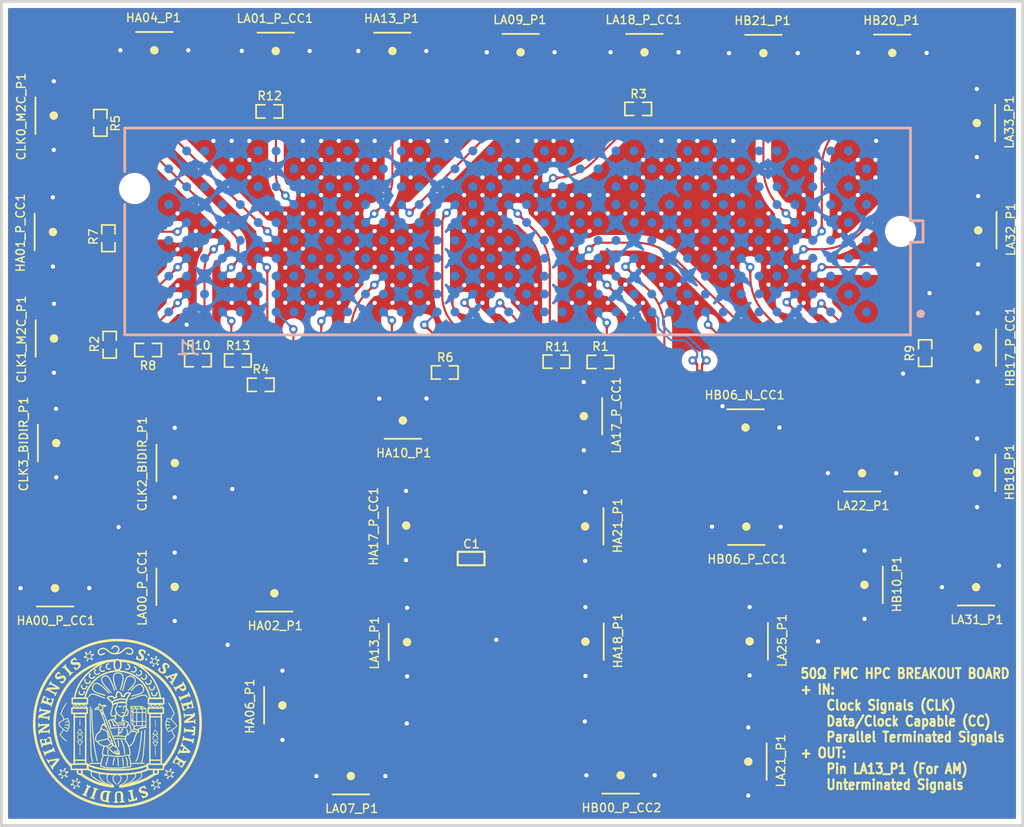
<source format=kicad_pcb>
(kicad_pcb (version 20211014) (generator pcbnew)
  (layers (0 "F.Cu" signal) (1 "In1.Cu" signal) (2 "In2.Cu" signal) (31 "B.Cu" signal) (34 "B.Paste" user) (35 "F.Paste" user) (36 "B.SilkS" user "B.Silkscreen") (37 "F.SilkS" user "F.Silkscreen") (38 "B.Mask" user) (39 "F.Mask" user) (44 "Edge.Cuts" user))
  (net 0 "")
  (net 1 "/A1b")
  (net 2 "/B1b")
  (net 3 "/C1b")
  (net 4 "/D1b")
  (net 5 "/E1b")
  (net 6 "/A2a")
  (net 7 "/B2a")
  (net 8 "/C2a")
  (net 9 "/D2a")
  (net 10 "/E2a")
  (net 11 "/A3a")
  (net 12 "/A4b")
  (net 13 "/C4b")
  (net 14 "/D4b")
  (net 15 "/E4b")
  (net 16 "/A5b")
  (net 17 "/B5b")
  (net 18 "/A6a")
  (net 19 "/B6a")
  (net 20 "/A7a")
  (net 21 "/B7a")
  (net 22 "/C7a")
  (net 23 "/C7b")
  (net 24 "/D7a")
  (net 25 "/D7b")
  (net 26 "/E7a")
  (net 27 "/E7b")
  (net 28 "/A8b")
  (net 29 "/B8b")
  (net 30 "/A9b")
  (net 31 "/B9b")
  (net 32 "/A10a")
  (net 33 "/B10a")
  (net 34 "/C10a")
  (net 35 "/C10b")
  (net 36 "/D10a")
  (net 37 "/D10b")
  (net 38 "/E10a")
  (net 39 "/E10b")
  (net 40 "/A11a")
  (net 41 "/B11a")
  (net 42 "/B11b")
  (net 43 "/A12b")
  (net 44 "/B12b")
  (net 45 "/A13b")
  (net 46 "/C13a")
  (net 47 "/C13b")
  (net 48 "/D13a")
  (net 49 "/D13b")
  (net 50 "/E13a")
  (net 51 "/E13b")
  (net 52 "/A14a")
  (net 53 "/B14a")
  (net 54 "/B14b")
  (net 55 "/A15a")
  (net 56 "/B15a")
  (net 57 "/B15b")
  (net 58 "/A16b")
  (net 59 "/C16a")
  (net 60 "/C16b")
  (net 61 "/D16a")
  (net 62 "/D16b")
  (net 63 "/E16a")
  (net 64 "/E16b")
  (net 65 "/A17b")
  (net 66 "/B17b")
  (net 67 "/A18a")
  (net 68 "/B18a")
  (net 69 "/B18b")
  (net 70 "/A19a")
  (net 71 "/B19a")
  (net 72 "/C19a")
  (net 73 "/C19b")
  (net 74 "/D19a")
  (net 75 "/D19b")
  (net 76 "/E19a")
  (net 77 "/E19b")
  (net 78 "/A20b")
  (net 79 "/B20b")
  (net 80 "/A21b")
  (net 81 "/B21b")
  (net 82 "/A22a")
  (net 83 "/B22a")
  (net 84 "/C22a")
  (net 85 "/C22b")
  (net 86 "/D22a")
  (net 87 "/D22b")
  (net 88 "/E22a")
  (net 89 "/E22b")
  (net 90 "/A23a")
  (net 91 "/B23a")
  (net 92 "/B23b")
  (net 93 "/A24b")
  (net 94 "/B24b")
  (net 95 "/A25b")
  (net 96 "/C25a")
  (net 97 "/C25b")
  (net 98 "/D25a")
  (net 99 "/D25b")
  (net 100 "/E25a")
  (net 101 "/E25b")
  (net 102 "/A26a")
  (net 103 "/B26a")
  (net 104 "/B26b")
  (net 105 "/A27a")
  (net 106 "/B27a")
  (net 107 "/B27b")
  (net 108 "/A28b")
  (net 109 "/C28a")
  (net 110 "/C28b")
  (net 111 "/D28a")
  (net 112 "/D28b")
  (net 113 "/E28a")
  (net 114 "/A29b")
  (net 115 "/B29b")
  (net 116 "/A30a")
  (net 117 "/B30a")
  (net 118 "/B30b")
  (net 119 "/A31a")
  (net 120 "/B31a")
  (net 121 "/C31a")
  (net 122 "/C31b")
  (net 123 "/D31a")
  (net 124 "/D31b")
  (net 125 "/E31a")
  (net 126 "/A32b")
  (net 127 "/B32b")
  (net 128 "/A33b")
  (net 129 "/B33b")
  (net 130 "/A34a")
  (net 131 "/B34a")
  (net 132 "/C34a")
  (net 133 "/C34b")
  (net 134 "/D34a")
  (net 135 "/D34b")
  (net 136 "/E34a")
  (net 137 "/E34b")
  (net 138 "/A35a")
  (net 139 "/B35a")
  (net 140 "/A36b")
  (net 141 "/B36b")
  (net 142 "/A37b")
  (net 143 "/C37b")
  (net 144 "/D37b")
  (net 145 "/E37b")
  (net 146 "/A38a")
  (net 147 "/A39a")
  (net 148 "/B39a")
  (net 149 "/C39a")
  (net 150 "/D39a")
  (net 151 "/E39a")
  (net 152 "/A40b")
  (net 153 "/B40b")
  (net 154 "/C40b")
  (net 155 "/D40b")
  (net 156 "/E40b")
  (net 157 "GND")
  (net 158 "/E31b_P")
  (net 159 "/E28b_P")
  (net 160 "/C12a")
  (net 161 "/E18a")
  (net 162 "/E28b_N")
  (net 163 "/E31b_N")
  (net 164 "/E36a")
  (net 165 "/C36a")
  (net 166 "/E38b")
  (net 167 "/D38b")
  (net 168 "/C38b")
  (net 169 "/B38b")
  (net 170 "/E37a")
  (net 171 "/D37a")
  (net 172 "/C37a")
  (net 173 "/B37a")
  (net 174 "/D36a")
  (net 175 "/E35b")
  (net 176 "/D35b")
  (net 177 "/C35b")
  (net 178 "/B35b")
  (net 179 "/B34b")
  (net 180 "/E33a")
  (net 181 "/D33a")
  (net 182 "/C33a")
  (net 183 "/D32b")
  (net 184 "/C32b")
  (net 185 "/B31b")
  (net 186 "/E30a")
  (net 187 "/D30a")
  (net 188 "/C30a")
  (net 189 "/D29b")
  (net 190 "/C29b")
  (net 191 "/E27a")
  (net 192 "/D27a")
  (net 193 "/C27a")
  (net 194 "/E26b")
  (net 195 "/D26b")
  (net 196 "/C26b")
  (net 197 "/E24a")
  (net 198 "/D24a")
  (net 199 "/C24a")
  (net 200 "/E23b")
  (net 201 "/D23b")
  (net 202 "/C23b")
  (net 203 "/E21a")
  (net 204 "/D21a")
  (net 205 "/C21a")
  (net 206 "/E20b")
  (net 207 "/D20b")
  (net 208 "/C20b")
  (net 209 "/D18a")
  (net 210 "/C18a")
  (net 211 "/E17b")
  (net 212 "/D17b")
  (net 213 "/C17b")
  (net 214 "/E15a")
  (net 215 "/D15a")
  (net 216 "/C15a")
  (net 217 "/E14b")
  (net 218 "/D14b")
  (net 219 "/C14b")
  (net 220 "/E12a")
  (net 221 "/D12a")
  (net 222 "/E11b")
  (net 223 "/D11b")
  (net 224 "/C11b")
  (net 225 "/E9a")
  (net 226 "/D9a")
  (net 227 "/C9a")
  (net 228 "/E8b")
  (net 229 "/D8b")
  (net 230 "/C8b")
  (net 231 "/E6a")
  (net 232 "/D6a")
  (net 233 "/C6a")
  (net 234 "/E5b")
  (net 235 "/D5b")
  (net 236 "/C5b")
  (net 237 "/B4b")
  (net 238 "/E3a")
  (net 239 "/D3a")
  (net 240 "/C3a")
  (net 241 "/B3a")
  (net 242 "/D2b")
  (footprint "U:HRS_U.FL-R-SMT-1(10)" (layer "F.Cu") (at 108.805 62.06 90)
    (fp_text reference "LA00_P_CC1")
    (fp_text value "U.FL-R-SMT-1(10)" hide)
  )
  (footprint "U:HRS_U.FL-R-SMT-1(10)" (layer "F.Cu") (at 165.845 36.75 -90)
    (fp_text reference "LA32_P1")
    (fp_text value "U.FL-R-SMT-1(10)" hide)
  )
  (footprint "U:HRS_U.FL-R-SMT-1(10)" (layer "F.Cu") (at 107.355 23.97)
    (fp_text reference "HA04_P1")
    (fp_text value "U.FL-R-SMT-1(10)" hide)
  )
  (footprint "U:HRS_U.FL-R-SMT-1(10)" (layer "F.Cu") (at 100.39 51.855 90)
    (fp_text reference "CLK3_BIDIR_P1")
    (fp_text value "U.FL-R-SMT-1(10)" hide)
  )
  (footprint "RESC100X50X35L25:RESC100X50X35L25" (layer "F.Cu") (at 113.285 45.99 180)
    (fp_text reference "R13")
    (fp_text value "R" hide)
  )
  (footprint "U:HRS_U.FL-R-SMT-1(10)" (layer "F.Cu") (at 125.295 65.985 90)
    (fp_text reference "LA13_P1")
    (fp_text value "U.FL-R-SMT-1(10)" hide)
  )
  (footprint "U:HRS_U.FL-R-SMT-1(10)" (layer "F.Cu") (at 125.235 57.71 90)
    (fp_text reference "HA17_P_CC1")
    (fp_text value "U.FL-R-SMT-1(10)" hide)
  )
  (footprint "U:HRS_U.FL-R-SMT-1(10)" (layer "F.Cu") (at 115.975 24.02)
    (fp_text reference "LA01_P_CC1")
    (fp_text value "U.FL-R-SMT-1(10)" hide)
  )
  (footprint "U:HRS_U.FL-R-SMT-1(10)" (layer "F.Cu") (at 140.46 75.44 180)
    (fp_text reference "HB00_P_CC2")
    (fp_text value "U.FL-R-SMT-1(10)" hide)
  )
  (footprint "RESC100X50X35L25:RESC100X50X35L25" (layer "F.Cu") (at 127.975 46.84)
    (fp_text reference "R6")
    (fp_text value "R" hide)
  )
  (footprint "U:HRS_U.FL-R-SMT-1(10)" (layer "F.Cu") (at 100.235 44.43 90)
    (fp_text reference "CLK1_M2C_P1")
    (fp_text value "U.FL-R-SMT-1(10)" hide)
  )
  (footprint "RESC100X50X35L25:RESC100X50X35L25" (layer "F.Cu") (at 104.095 37.315 90)
    (fp_text reference "R7")
    (fp_text value "R" hide)
  )
  (footprint "U:HRS_U.FL-R-SMT-1(10)" (layer "F.Cu") (at 137.85 49.945 -90)
    (fp_text reference "LA17_P_CC1")
    (fp_text value "U.FL-R-SMT-1(10)" hide)
  )
  (footprint "U:HRS_U.FL-R-SMT-1(10)" (layer "F.Cu") (at 150.595 24.175)
    (fp_text reference "HB21_P1")
    (fp_text value "U.FL-R-SMT-1(10)" hide)
  )
  (footprint "U:HRS_U.FL-R-SMT-1(10)" (layer "F.Cu") (at 149.525 74.47 -90)
    (fp_text reference "LA21_P1")
    (fp_text value "U.FL-R-SMT-1(10)" hide)
  )
  (footprint "RESC100X50X35L25:RESC100X50X35L25" (layer "F.Cu") (at 106.91 45.25 180)
    (fp_text reference "R8")
    (fp_text value "R" hide)
  )
  (footprint "LOGO" (layer "F.Cu") (at 104.735 71.75)
    (fp_text reference "G***" hide)
    (fp_text value "LOGO" hide)
  )
  (footprint "U:HRS_U.FL-R-SMT-1(10)" (layer "F.Cu") (at 100.305 62.155 180)
    (fp_text reference "HA00_P_CC1")
    (fp_text value "U.FL-R-SMT-1(10)" hide)
  )
  (footprint "RESC100X50X35L25:RESC100X50X35L25" (layer "F.Cu") (at 104.185 44.875 90)
    (fp_text reference "R2")
    (fp_text value "R" hide)
  )
  (footprint "U:HRS_U.FL-R-SMT-1(10)" (layer "F.Cu") (at 108.81 53.27 90)
    (fp_text reference "CLK2_BIDIR_P1")
    (fp_text value "U.FL-R-SMT-1(10)" hide)
  )
  (footprint "U:HRS_U.FL-R-SMT-1(10)" (layer "F.Cu") (at 124.26 24.02)
    (fp_text reference "HA13_P1")
    (fp_text value "U.FL-R-SMT-1(10)" hide)
  )
  (footprint "U:HRS_U.FL-R-SMT-1(10)" (layer "F.Cu") (at 142.155 24.11)
    (fp_text reference "LA18_P_CC1")
    (fp_text value "U.FL-R-SMT-1(10)" hide)
  )
  (footprint "RESC100X50X35L25:RESC100X50X35L25" (layer "F.Cu") (at 141.705 28.13)
    (fp_text reference "R3")
    (fp_text value "R" hide)
  )
  (footprint "U:HRS_U.FL-R-SMT-1(10)" (layer "F.Cu") (at 137.94 57.77 -90)
    (fp_text reference "HA21_P1")
    (fp_text value "U.FL-R-SMT-1(10)" hide)
  )
  (footprint "U:HRS_U.FL-R-SMT-1(10)" (layer "F.Cu") (at 165.81 45.07 -90)
    (fp_text reference "HB17_P_CC1")
    (fp_text value "U.FL-R-SMT-1(10)" hide)
  )
  (footprint "RESC100X50X35L25:RESC100X50X35L25" (layer "F.Cu") (at 114.91 47.715)
    (fp_text reference "R4")
    (fp_text value "R" hide)
  )
  (footprint "U:HRS_U.FL-R-SMT-1(10)" (layer "F.Cu") (at 121.305 75.495 180)
    (fp_text reference "LA07_P1")
    (fp_text value "U.FL-R-SMT-1(10)" hide)
  )
  (footprint "U:HRS_U.FL-R-SMT-1(10)" (layer "F.Cu") (at 149.385 57.785 180)
    (fp_text reference "HB06_P_CC1")
    (fp_text value "U.FL-R-SMT-1(10)" hide)
  )
  (footprint "U:HRS_U.FL-R-SMT-1(10)" (layer "F.Cu") (at 165.765 53.97 -90)
    (fp_text reference "HB18_P1")
    (fp_text value "U.FL-R-SMT-1(10)" hide)
  )
  (footprint "U:HRS_U.FL-R-SMT-1(10)" (layer "F.Cu") (at 100.215 28.61 90)
    (fp_text reference "CLK0_M2C_P1")
    (fp_text value "U.FL-R-SMT-1(10)" hide)
  )
  (footprint "U:HRS_U.FL-R-SMT-1(10)" (layer "F.Cu") (at 115.88 62.515 180)
    (fp_text reference "HA02_P1")
    (fp_text value "U.FL-R-SMT-1(10)" hide)
  )
  (footprint "RESC100X50X35L25:RESC100X50X35L25" (layer "F.Cu") (at 162.08 45.47 90)
    (fp_text reference "R9")
    (fp_text value "R" hide)
  )
  (footprint "U:HRS_U.FL-R-SMT-1(10)" (layer "F.Cu") (at 149.615 65.93 -90)
    (fp_text reference "LA25_P1")
    (fp_text value "U.FL-R-SMT-1(10)" hide)
  )
  (footprint "U:HRS_U.FL-R-SMT-1(10)" (layer "F.Cu") (at 116.45 70.475 90)
    (fp_text reference "HA06_P1")
    (fp_text value "U.FL-R-SMT-1(10)" hide)
  )
  (footprint "RESC100X50X35L25:RESC100X50X35L25" (layer "F.Cu") (at 139.025 46.095)
    (fp_text reference "R1")
    (fp_text value "R" hide)
  )
  (footprint "U:HRS_U.FL-R-SMT-1(10)" (layer "F.Cu") (at 157.6 53.99 180)
    (fp_text reference "LA22_P1")
    (fp_text value "U.FL-R-SMT-1(10)" hide)
  )
  (footprint "CAPC100X50X55L25N:CAPC100X50X55L25N" (layer "F.Cu") (at 129.845 60.05)
    (fp_text reference "C1")
    (fp_text value "CAP" hide)
  )
  (footprint "U:HRS_U.FL-R-SMT-1(10)" (layer "F.Cu") (at 137.96 65.95 -90)
    (fp_text reference "HA18_P1")
    (fp_text value "U.FL-R-SMT-1(10)" hide)
  )
  (footprint "U:HRS_U.FL-R-SMT-1(10)" (layer "F.Cu") (at 157.77 61.92 -90)
    (fp_text reference "HB10_P1")
    (fp_text value "U.FL-R-SMT-1(10)" hide)
  )
  (footprint "U:HRS_U.FL-R-SMT-1(10)" (layer "F.Cu") (at 125 50.25 180)
    (fp_text reference "HA10_P1")
    (fp_text value "U.FL-R-SMT-1(10)" hide)
  )
  (footprint "U:HRS_U.FL-R-SMT-1(10)" (layer "F.Cu") (at 165.69 62.085 180)
    (fp_text reference "LA31_P1")
    (fp_text value "U.FL-R-SMT-1(10)" hide)
  )
  (footprint "U:HRS_U.FL-R-SMT-1(10)" (layer "F.Cu") (at 149.325 50.755)
    (fp_text reference "HB06_N_CC1")
    (fp_text value "U.FL-R-SMT-1(10)" hide)
  )
  (footprint "RESC100X50X35L25:RESC100X50X35L25" (layer "F.Cu") (at 135.9 46.07 180)
    (fp_text reference "R11")
    (fp_text value "R" hide)
  )
  (footprint "RESC100X50X35L25:RESC100X50X35L25" (layer "F.Cu") (at 115.525 28.31)
    (fp_text reference "R12")
    (fp_text value "R" hide)
  )
  (footprint "U:HRS_U.FL-R-SMT-1(10)" (layer "F.Cu") (at 159.745 24.155)
    (fp_text reference "HB20_P1")
    (fp_text value "U.FL-R-SMT-1(10)" hide)
  )
  (footprint "RESC100X50X35L25:RESC100X50X35L25" (layer "F.Cu") (at 110.45 45.97)
    (fp_text reference "R10")
    (fp_text value "R" hide)
  )
  (footprint "U:HRS_U.FL-R-SMT-1(10)" (layer "F.Cu") (at 133.36 24.11)
    (fp_text reference "LA09_P1")
    (fp_text value "U.FL-R-SMT-1(10)" hide)
  )
  (footprint "U:HRS_U.FL-R-SMT-1(10)" (layer "F.Cu") (at 100.16 36.87 90)
    (fp_text reference "HA01_P_CC1")
    (fp_text value "U.FL-R-SMT-1(10)" hide)
  )
  (footprint "U:HRS_U.FL-R-SMT-1(10)" (layer "F.Cu") (at 165.745 29.135 -90)
    (fp_text reference "LA33_P1")
    (fp_text value "U.FL-R-SMT-1(10)" hide)
  )
  (footprint "RESC100X50X35L25:RESC100X50X35L25" (layer "F.Cu") (at 103.525 29.12 90)
    (fp_text reference "R5")
    (fp_text value "R" hide)
  )
  (footprint "ASP-134488-01:SAMTEC_ASP-134488-01" (layer "B.Cu") (at 133.145 36.83)
    (fp_text reference "J1")
    (fp_text value "ASP-134488-01" hide)
  )
  (gr_line (start 169 20.5) (end 96.5 20.5) (layer "Edge.Cuts") (width 0.2))
  (gr_line (start 96.5 20.5) (end 96.5 79) (layer "Edge.Cuts") (width 0.2))
  (gr_line (start 169 79) (end 169 20.5) (layer "Edge.Cuts") (width 0.2))
  (gr_line (start 96.5 79) (end 169 79) (layer "Edge.Cuts") (width 0.2))
  (gr_text "50Ω FMC HPC BREAKOUT BOARD\n+ IN:\n    Clock Signals (CLK)\n    Data/Clock Capable (CC)\n    Parallel Terminated Signals\n+ OUT:\n    Pin LA13_P1 (For AM)\n    Unterminated Signals" (at 153.155 72.16) (layer "F.SilkS") (effects (font (size 0.7 0.6)) (justify left)))
  (segment (start 104.075 36.87) (end 104.095 36.85) (width 0.15) (layer "F.Cu") (net 8))
  (segment (start 108.99 36.85) (end 104.095 36.85) (width 0.15) (layer "F.Cu") (net 8))
  (segment (start 108.995 36.855) (end 108.99 36.85) (width 0.15) (layer "F.Cu") (net 8))
  (segment (start 101.685 36.87) (end 104.075 36.87) (width 0.15) (layer "F.Cu") (net 8))
  (via (at 108.995 36.855) (size 0.6) (drill 0.3) (layers "F.Cu" "B.Cu") (net 8))
  (segment (start 108.995 36.85) (end 109.65 36.195) (width 0.15) (layer "B.Cu") (net 8))
  (segment (start 108.995 36.855) (end 108.995 36.85) (width 0.15) (layer "B.Cu") (net 8))
  (segment (start 104.185 44.41) (end 104.185 44.19) (width 0.15) (layer "F.Cu") (net 9))
  (segment (start 101.76 44.43) (end 104.165 44.43) (width 0.15) (layer "F.Cu") (net 9))
  (segment (start 104.165 44.43) (end 104.185 44.41) (width 0.15) (layer "F.Cu") (net 9))
  (segment (start 104.185 44.19) (end 109.01 39.365) (width 0.15) (layer "F.Cu") (net 9))
  (via (at 109.01 39.365) (size 0.6) (drill 0.3) (layers "F.Cu" "B.Cu") (net 9))
  (segment (start 109.01 39.365) (end 109.02 39.365) (width 0.15) (layer "B.Cu") (net 9))
  (segment (start 109.02 39.365) (end 109.65 38.735) (width 0.15) (layer "B.Cu") (net 9))
  (segment (start 106.445 44.889214) (end 106.445 45.25) (width 0.15) (layer "F.Cu") (net 10))
  (segment (start 106.445 45.25) (end 106.445 45.668146) (width 0.15) (layer "F.Cu") (net 10))
  (segment (start 109.01 41.91) (end 106.737893 44.182107) (width 0.15) (layer "F.Cu") (net 10))
  (segment (start 105.273427 48.496573) (end 101.915 51.855) (width 0.15) (layer "F.Cu") (net 10))
  (via (at 109.01 41.91) (size 0.6) (drill 0.3) (layers "F.Cu" "B.Cu") (net 10))
  (arc (start 105.273427 48.496573) (mid 106.140518 47.19888) (end 106.445 45.668146) (width 0.15) (layer "F.Cu") (net 10))
  (arc (start 106.737893 44.182107) (mid 106.52112 44.50653) (end 106.445 44.889214) (width 0.15) (layer "F.Cu") (net 10))
  (segment (start 109.01 41.91) (end 109.015 41.91) (width 0.15) (layer "B.Cu") (net 10))
  (segment (start 109.015 41.91) (end 109.65 41.275) (width 0.15) (layer "B.Cu") (net 10))
  (segment (start 101.476573 55.408427) (end 110.915 45.97) (width 0.15) (layer "F.Cu") (net 13))
  (segment (start 110.915 39.578427) (end 110.915 45.97) (width 0.15) (layer "F.Cu") (net 13))
  (segment (start 100.305 60.63) (end 100.305 58.236854) (width 0.15) (layer "F.Cu") (net 13))
  (segment (start 111.57 38.095) (end 111.500786 38.164214) (width 0.15) (layer "F.Cu") (net 13))
  (via (at 111.57 38.095) (size 0.6) (drill 0.3) (layers "F.Cu" "B.Cu") (net 13))
  (arc (start 111.500786 38.164214) (mid 111.067241 38.81306) (end 110.915 39.578427) (width 0.15) (layer "F.Cu") (net 13))
  (arc (start 100.305 58.236854) (mid 100.609482 56.70612) (end 101.476573 55.408427) (width 0.15) (layer "F.Cu") (net 13))
  (segment (start 111.57 38.095) (end 111.57 38.085) (width 0.15) (layer "B.Cu") (net 13))
  (segment (start 111.57 38.085) (end 112.19 37.465) (width 0.15) (layer "B.Cu") (net 13))
  (segment (start 101.74 28.61) (end 103.48 28.61) (width 0.15) (layer "F.Cu") (net 14))
  (segment (start 113.32 38.460786) (end 113.32 37.779214) (width 0.15) (layer "F.Cu") (net 14))
  (segment (start 103.48 28.61) (end 103.525 28.655) (width 0.15) (layer "F.Cu") (net 14))
  (segment (start 112.81 39.385) (end 113.027107 39.167893) (width 0.15) (layer "F.Cu") (net 14))
  (segment (start 113.027107 37.072107) (end 105.195786 29.240786) (width 0.15) (layer "F.Cu") (net 14))
  (segment (start 101.785 28.655) (end 101.74 28.61) (width 0.5) (layer "F.Cu") (net 14))
  (segment (start 103.781573 28.655) (end 103.525 28.655) (width 0.15) (layer "F.Cu") (net 14))
  (via (at 112.81 39.385) (size 0.6) (drill 0.3) (layers "F.Cu" "B.Cu") (net 14))
  (arc (start 113.32 38.460786) (mid 113.24388 38.843469) (end 113.027107 39.167893) (width 0.15) (layer "F.Cu") (net 14))
  (arc (start 103.781573 28.655) (mid 104.54694 28.807241) (end 105.195786 29.240786) (width 0.15) (layer "F.Cu") (net 14))
  (arc (start 113.32 37.779214) (mid 113.24388 37.396531) (end 113.027107 37.072107) (width 0.15) (layer "F.Cu") (net 14))
  (segment (start 112.81 39.385) (end 112.19 40.005) (width 0.15) (layer "B.Cu") (net 14))
  (segment (start 111.648427 51.956573) (end 110.335 53.27) (width 0.15) (layer "F.Cu") (net 15))
  (segment (start 112.82 45.99) (end 112.82 49.128146) (width 0.15) (layer "F.Cu") (net 15))
  (segment (start 112.83 43.185) (end 112.82 43.195) (width 0.15) (layer "F.Cu") (net 15))
  (segment (start 112.82 43.195) (end 112.82 45.99) (width 0.15) (layer "F.Cu") (net 15))
  (via (at 112.83 43.185) (size 0.6) (drill 0.3) (layers "F.Cu" "B.Cu") (net 15))
  (arc (start 112.82 49.128146) (mid 112.515518 50.65888) (end 111.648427 51.956573) (width 0.15) (layer "F.Cu") (net 15))
  (segment (start 112.83 43.185) (end 112.19 42.545) (width 0.15) (layer "B.Cu") (net 15))
  (segment (start 107.355 27.143146) (end 107.355 25.495) (width 0.15) (layer "F.Cu") (net 23))
  (segment (start 115.375 36.82) (end 108.526573 29.971573) (width 0.15) (layer "F.Cu") (net 23))
  (via (at 115.375 36.82) (size 0.6) (drill 0.3) (layers "F.Cu" "B.Cu") (net 23))
  (arc (start 108.526573 29.971573) (mid 107.659482 28.67388) (end 107.355 27.143146) (width 0.15) (layer "F.Cu") (net 23))
  (segment (start 115.375 36.82) (end 115.375 36.84) (width 0.15) (layer "B.Cu") (net 23))
  (segment (start 115.375 36.84) (end 116 37.465) (width 0.15) (layer "B.Cu") (net 23))
  (segment (start 117.23 43.775) (end 117.23 57.983146) (width 0.15) (layer "F.Cu") (net 27))
  (segment (start 116.09 60.78) (end 116.09 60.755) (width 0.5) (layer "F.Cu") (net 27))
  (segment (start 116.058427 60.811573) (end 115.88 60.99) (width 0.15) (layer "F.Cu") (net 27))
  (via (at 117.23 43.775) (size 0.6) (drill 0.3) (layers "F.Cu" "B.Cu") (net 27))
  (arc (start 117.23 57.983146) (mid 116.925518 59.51388) (end 116.058427 60.811573) (width 0.15) (layer "F.Cu") (net 27))
  (segment (start 117.23 43.775) (end 116 42.545) (width 0.15) (layer "B.Cu") (net 27))
  (segment (start 115.975 28.295) (end 115.99 28.31) (width 0.15) (layer "F.Cu") (net 29))
  (segment (start 116.665 34.29) (end 116.575786 34.200786) (width 0.15) (layer "F.Cu") (net 29))
  (segment (start 115.975 25.545) (end 115.975 28.295) (width 0.15) (layer "F.Cu") (net 29))
  (segment (start 115.99 32.786573) (end 115.99 28.31) (width 0.15) (layer "F.Cu") (net 29))
  (via (at 116.665 34.29) (size 0.6) (drill 0.3) (layers "F.Cu" "B.Cu") (net 29))
  (arc (start 116.575786 34.200786) (mid 116.142241 33.55194) (end 115.99 32.786573) (width 0.15) (layer "F.Cu") (net 29))
  (segment (start 116.665 34.29) (end 116.665 34.32) (width 0.15) (layer "B.Cu") (net 29))
  (segment (start 117.27 34.895) (end 117.27 34.925) (width 0.5) (layer "B.Cu") (net 29))
  (segment (start 116.665 34.32) (end 117.27 34.925) (width 0.15) (layer "B.Cu") (net 29))
  (segment (start 118.32632 70.12368) (end 117.975 70.475) (width 0.15) (layer "F.Cu") (net 39))
  (segment (start 119.205 43.2) (end 119.205 68.002359) (width 0.15) (layer "F.Cu") (net 39))
  (via (at 119.205 43.2) (size 0.6) (drill 0.3) (layers "F.Cu" "B.Cu") (net 39))
  (arc (start 119.205 68.002359) (mid 118.976616 69.150402) (end 118.32632 70.12368) (width 0.15) (layer "F.Cu") (net 39))
  (segment (start 119.205 43.15) (end 119.81 42.545) (width 0.15) (layer "B.Cu") (net 39))
  (segment (start 119.81 42.595) (end 119.81 42.545) (width 0.5) (layer "B.Cu") (net 39))
  (segment (start 119.205 43.2) (end 119.205 43.15) (width 0.15) (layer "B.Cu") (net 39))
  (segment (start 121.29 73.955) (end 121.305 73.97) (width 0.5) (layer "F.Cu") (net 49))
  (segment (start 122.476573 41.123427) (end 122.97 40.63) (width 0.15) (layer "F.Cu") (net 49))
  (segment (start 121.305 73.97) (end 121.305 43.951854) (width 0.15) (layer "F.Cu") (net 49))
  (via (at 122.97 40.63) (size 0.6) (drill 0.3) (layers "F.Cu" "B.Cu") (net 49))
  (arc (start 122.476573 41.123427) (mid 121.609482 42.42112) (end 121.305 43.951854) (width 0.15) (layer "F.Cu") (net 49))
  (segment (start 123.595 40.005) (end 123.62 40.005) (width 0.5) (layer "B.Cu") (net 49))
  (segment (start 122.97 40.63) (end 122.995 40.63) (width 0.15) (layer "B.Cu") (net 49))
  (segment (start 122.995 40.63) (end 123.62 40.005) (width 0.15) (layer "B.Cu") (net 49))
  (segment (start 124.22 43.145) (end 124.22 47.131573) (width 0.15) (layer "F.Cu") (net 51))
  (segment (start 124.805787 48.545787) (end 124.985 48.725) (width 0.15) (layer "F.Cu") (net 51))
  (segment (start 124.985 48.725) (end 125 48.725) (width 0.15) (layer "F.Cu") (net 51))
  (via (at 124.22 43.145) (size 0.6) (drill 0.3) (layers "F.Cu" "B.Cu") (net 51))
  (arc (start 124.805787 48.545787) (mid 124.372241 47.89694) (end 124.22 47.131573) (width 0.15) (layer "F.Cu") (net 51))
  (segment (start 124.22 43.145) (end 123.62 42.545) (width 0.15) (layer "B.Cu") (net 51))
  (segment (start 125.475 35.52) (end 132.481321 28.513679) (width 0.15) (layer "F.Cu") (net 54))
  (segment (start 133.36 26.392359) (end 133.36 25.635) (width 0.15) (layer "F.Cu") (net 54))
  (via (at 125.475 35.52) (size 0.6) (drill 0.3) (layers "F.Cu" "B.Cu") (net 54))
  (arc (start 133.36 26.392359) (mid 133.131639 27.540409) (end 132.481321 28.513679) (width 0.15) (layer "F.Cu") (net 54))
  (segment (start 125.475 35.52) (end 125.475 35.51) (width 0.15) (layer "B.Cu") (net 54))
  (segment (start 125.475 35.51) (end 124.89 34.925) (width 0.15) (layer "B.Cu") (net 54))
  (segment (start 128.44 46.84) (end 128.44 46.622641) (width 0.15) (layer "F.Cu") (net 64))
  (segment (start 127.56132 44.50132) (end 126.52 43.46) (width 0.15) (layer "F.Cu") (net 64))
  (segment (start 128.44 54.373146) (end 128.44 46.84) (width 0.15) (layer "F.Cu") (net 64))
  (segment (start 126.76 57.71) (end 127.268427 57.201573) (width 0.15) (layer "F.Cu") (net 64))
  (via (at 126.52 43.46) (size 0.6) (drill 0.3) (layers "F.Cu" "B.Cu") (net 64))
  (arc (start 127.56132 44.50132) (mid 128.211639 45.47459) (end 128.44 46.622641) (width 0.15) (layer "F.Cu") (net 64))
  (arc (start 127.268427 57.201573) (mid 128.135518 55.90388) (end 128.44 54.373146) (width 0.15) (layer "F.Cu") (net 64))
  (segment (start 126.52 43.46) (end 126.52 43.455) (width 0.15) (layer "B.Cu") (net 64))
  (segment (start 126.52 43.455) (end 127.43 42.545) (width 0.15) (layer "B.Cu") (net 64))
  (segment (start 130.30474 46.781594) (end 130.30474 60.05) (width 0.15) (layer "F.Cu") (net 66))
  (segment (start 128.67368 43.49368) (end 129.133167 43.953167) (width 0.15) (layer "F.Cu") (net 66))
  (segment (start 128.1 35.52) (end 128.087893 35.532107) (width 0.15) (layer "F.Cu") (net 66))
  (segment (start 127.795 36.239214) (end 127.795 41.372359) (width 0.15) (layer "F.Cu") (net 66))
  (segment (start 130.30474 60.05) (end 130.30474 60.843406) (width 0.15) (layer "F.Cu") (net 66))
  (segment (start 129.133167 63.671833) (end 126.82 65.985) (width 0.15) (layer "F.Cu") (net 66))
  (via (at 128.1 35.52) (size 0.6) (drill 0.3) (layers "F.Cu" "B.Cu") (net 66))
  (arc (start 129.133167 43.953167) (mid 130.000258 45.25086) (end 130.30474 46.781594) (width 0.15) (layer "F.Cu") (net 66))
  (arc (start 128.087893 35.532107) (mid 127.87112 35.85653) (end 127.795 36.239214) (width 0.15) (layer "F.Cu") (net 66))
  (arc (start 130.30474 60.843406) (mid 130.000258 62.37414) (end 129.133167 63.671833) (width 0.15) (layer "F.Cu") (net 66))
  (arc (start 128.67368 43.49368) (mid 128.023361 42.52041) (end 127.795 41.372359) (width 0.15) (layer "F.Cu") (net 66))
  (segment (start 128.105 35.52) (end 128.7 34.925) (width 0.15) (layer "B.Cu") (net 66))
  (segment (start 128.1 35.52) (end 128.105 35.52) (width 0.15) (layer "B.Cu") (net 66))
  (segment (start 135.011573 56.401573) (end 136.38 57.77) (width 0.15) (layer "F.Cu") (net 77))
  (segment (start 136.38 57.77) (end 136.415 57.77) (width 0.15) (layer "F.Cu") (net 77))
  (segment (start 133.84 45.506854) (end 133.84 53.573146) (width 0.15) (layer "F.Cu") (net 77))
  (segment (start 131.895 41.905) (end 132.668427 42.678427) (width 0.15) (layer "F.Cu") (net 77))
  (via (at 131.895 41.905) (size 0.6) (drill 0.3) (layers "F.Cu" "B.Cu") (net 77))
  (arc (start 133.84 45.506854) (mid 133.535518 43.97612) (end 132.668427 42.678427) (width 0.15) (layer "F.Cu") (net 77))
  (arc (start 135.011573 56.401573) (mid 134.144482 55.10388) (end 133.84 53.573146) (width 0.15) (layer "F.Cu") (net 77))
  (segment (start 131.25 42.545) (end 131.24 42.545) (width 0.5) (layer "B.Cu") (net 77))
  (segment (start 131.88 41.905) (end 131.24 42.545) (width 0.15) (layer "B.Cu") (net 77))
  (segment (start 131.895 41.905) (end 131.88 41.905) (width 0.15) (layer "B.Cu") (net 77))
  (segment (start 135.435 46.07) (end 135.435 47.812359) (width 0.15) (layer "F.Cu") (net 79))
  (segment (start 136.31368 49.93368) (end 136.325 49.945) (width 0.15) (layer "F.Cu") (net 79))
  (segment (start 135.435 39.506854) (end 135.435 46.07) (width 0.15) (layer "F.Cu") (net 79))
  (segment (start 133.155 35.57) (end 134.263427 36.678427) (width 0.15) (layer "F.Cu") (net 79))
  (via (at 133.155 35.57) (size 0.6) (drill 0.3) (layers "F.Cu" "B.Cu") (net 79))
  (arc (start 135.435 47.812359) (mid 135.663362 48.96041) (end 136.31368 49.93368) (width 0.15) (layer "F.Cu") (net 79))
  (arc (start 135.435 39.506854) (mid 135.130518 37.97612) (end 134.263427 36.678427) (width 0.15) (layer "F.Cu") (net 79))
  (segment (start 133.155 35.57) (end 132.51 34.925) (width 0.15) (layer "B.Cu") (net 79))
  (segment (start 142.17 28.22) (end 142.17 28.13) (width 0.15) (layer "F.Cu") (net 83))
  (segment (start 142.17 28.13) (end 142.17 25.65) (width 0.15) (layer "F.Cu") (net 83))
  (segment (start 142.17 25.65) (end 142.155 25.635) (width 0.15) (layer "F.Cu") (net 83))
  (segment (start 138.521573 31.868427) (end 142.17 28.22) (width 0.15) (layer "F.Cu") (net 83))
  (segment (start 135.665 33.04) (end 135.693146 33.04) (width 0.15) (layer "F.Cu") (net 83))
  (via (at 135.665 33.04) (size 0.6) (drill 0.3) (layers "F.Cu" "B.Cu") (net 83))
  (arc (start 135.693146 33.04) (mid 137.22388 32.735518) (end 138.521573 31.868427) (width 0.15) (layer "F.Cu") (net 83))
  (segment (start 135.665 33.04) (end 135.05 33.655) (width 0.15) (layer "B.Cu") (net 83))
  (segment (start 139.5 40.63) (end 140.838427 41.968427) (width 0.15) (layer "F.Cu") (net 99))
  (segment (start 143.181573 69.651573) (end 148 74.47) (width 0.15) (layer "F.Cu") (net 99))
  (segment (start 142.01 44.796854) (end 142.01 66.823146) (width 0.15) (layer "F.Cu") (net 99))
  (via (at 139.5 40.63) (size 0.6) (drill 0.3) (layers "F.Cu" "B.Cu") (net 99))
  (arc (start 142.01 44.796854) (mid 141.705518 43.26612) (end 140.838427 41.968427) (width 0.15) (layer "F.Cu") (net 99))
  (arc (start 142.01 66.823146) (mid 142.314482 68.35388) (end 143.181573 69.651573) (width 0.15) (layer "F.Cu") (net 99))
  (segment (start 139.5 40.63) (end 139.485 40.63) (width 0.15) (layer "B.Cu") (net 99))
  (segment (start 138.875 40.005) (end 138.86 40.005) (width 0.5) (layer "B.Cu") (net 99))
  (segment (start 139.485 40.63) (end 138.86 40.005) (width 0.15) (layer "B.Cu") (net 99))
  (segment (start 139.58132 46.18632) (end 139.49 46.095) (width 0.15) (layer "F.Cu") (net 101))
  (segment (start 140.46 73.915) (end 140.46 48.307641) (width 0.15) (layer "F.Cu") (net 101))
  (segment (start 139.48 46.085) (end 139.49 46.095) (width 0.15) (layer "F.Cu") (net 101))
  (segment (start 139.48 43.31) (end 139.48 46.085) (width 0.15) (layer "F.Cu") (net 101))
  (via (at 139.48 43.31) (size 0.6) (drill 0.3) (layers "F.Cu" "B.Cu") (net 101))
  (arc (start 140.46 48.307641) (mid 140.231638 47.15959) (end 139.58132 46.18632) (width 0.15) (layer "F.Cu") (net 101))
  (segment (start 139.48 43.31) (end 138.86 42.69) (width 0.15) (layer "B.Cu") (net 101))
  (segment (start 138.86 42.545) (end 138.875 42.545) (width 0.5) (layer "B.Cu") (net 101))
  (segment (start 138.86 42.69) (end 138.86 42.545) (width 0.15) (layer "B.Cu") (net 101))
  (segment (start 138.86 42.55) (end 138.86 42.545) (width 0.5) (layer "B.Cu") (net 101))
  (segment (start 155.911573 29.513427) (end 159.745 25.68) (width 0.15) (layer "F.Cu") (net 143))
  (segment (start 154.74 36.815) (end 154.74 32.341854) (width 0.15) (layer "F.Cu") (net 143))
  (via (at 154.74 36.815) (size 0.6) (drill 0.3) (layers "F.Cu" "B.Cu") (net 143))
  (arc (start 155.911573 29.513427) (mid 155.044482 30.81112) (end 154.74 32.341854) (width 0.15) (layer "F.Cu") (net 143))
  (segment (start 154.1 37.465) (end 154.1 37.455) (width 0.15) (layer "B.Cu") (net 143))
  (segment (start 154.1 37.455) (end 154.74 36.815) (width 0.15) (layer "B.Cu") (net 143))
  (segment (start 162.876573 38.193427) (end 164.32 36.75) (width 0.15) (layer "F.Cu") (net 144))
  (segment (start 154.735 39.365) (end 160.048146 39.365) (width 0.15) (layer "F.Cu") (net 144))
  (via (at 154.735 39.365) (size 0.6) (drill 0.3) (layers "F.Cu" "B.Cu") (net 144))
  (arc (start 162.876573 38.193427) (mid 161.57888 39.060518) (end 160.048146 39.365) (width 0.15) (layer "F.Cu") (net 144))
  (segment (start 154.1 40.005) (end 154.1 40) (width 0.15) (layer "B.Cu") (net 144))
  (segment (start 154.1 40) (end 154.735 39.365) (width 0.15) (layer "B.Cu") (net 144))
  (segment (start 154.71 41.935) (end 156.315534 43.540534) (width 0.15) (layer "F.Cu") (net 145))
  (segment (start 164.285 45.07) (end 162.145 45.07) (width 0.15) (layer "F.Cu") (net 145))
  (segment (start 154.867864 41.935) (end 154.71 41.935) (width 0.15) (layer "F.Cu") (net 145))
  (segment (start 162.145 45.07) (end 162.08 45.005) (width 0.15) (layer "F.Cu") (net 145))
  (segment (start 159.851068 45.005) (end 162.08 45.005) (width 0.15) (layer "F.Cu") (net 145))
  (segment (start 162.08 45.005) (end 161.938932 44.863932) (width 0.15) (layer "F.Cu") (net 145))
  (via (at 154.71 41.935) (size 0.6) (drill 0.3) (layers "F.Cu" "B.Cu") (net 145))
  (arc (start 156.315534 43.540534) (mid 157.937651 44.624398) (end 159.851068 45.005) (width 0.15) (layer "F.Cu") (net 145))
  (segment (start 154.1 42.545) (end 154.71 41.935) (width 0.15) (layer "B.Cu") (net 145))
  (via (at 142.05 31.75) (size 0.6) (drill 0.3) (layers "F.Cu" "B.Cu") (remove_unused_layers) (net 157))
  (via (at 150.95 36.8) (size 0.6) (drill 0.3) (layers "F.Cu" "B.Cu") (remove_unused_layers) (net 157))
  (via (at 153.45 34.25) (size 0.6) (drill 0.3) (layers "F.Cu" "B.Cu") (remove_unused_layers) (net 157))
  (via (at 112.85 40.65) (size 0.6) (drill 0.3) (layers "F.Cu" "B.Cu") (remove_unused_layers) (net 157))
  (via (at 124.25 35.55) (size 0.6) (drill 0.3) (layers "F.Cu" "B.Cu") (remove_unused_layers) (net 157))
  (via (at 131.9 38.1) (size 0.6) (drill 0.3) (layers "F.Cu" "B.Cu") (remove_unused_layers) (net 157))
  (via (at 145.85 31.75) (size 0.6) (drill 0.3) (layers "F.Cu" "B.Cu") (remove_unused_layers) (net 157))
  (via (at 139.745 24.11) (size 0.6) (drill 0.3) (layers "F.Cu" "B.Cu") (remove_unused_layers) (net 157))
  (via (at 100.235 41.97) (size 0.6) (drill 0.3) (layers "F.Cu" "B.Cu") (remove_unused_layers) (net 157))
  (via (at 120.45 36.8) (size 0.6) (drill 0.3) (layers "F.Cu" "B.Cu") (remove_unused_layers) (net 157))
  (via (at 143.35 30.4) (size 0.6) (drill 0.3) (layers "F.Cu" "B.Cu") (remove_unused_layers) (net 157))
  (via (at 120.45 34.25) (size 0.6) (drill 0.3) (layers "F.Cu" "B.Cu") (remove_unused_layers) (net 157))
  (via (at 97.86 62.155) (size 0.6) (drill 0.3) (layers "F.Cu" "B.Cu") (remove_unused_layers) (net 157))
  (via (at 137 35.55) (size 0.6) (drill 0.3) (layers "F.Cu" "B.Cu") (remove_unused_layers) (net 157))
  (via (at 139.55 34.25) (size 0.6) (drill 0.3) (layers "F.Cu" "B.Cu") (remove_unused_layers) (net 157))
  (via (at 147.15 39.35) (size 0.6) (drill 0.3) (layers "F.Cu" "B.Cu") (remove_unused_layers) (net 157))
  (via (at 152.2 40.6) (size 0.6) (drill 0.3) (layers "F.Cu" "B.Cu") (remove_unused_layers) (net 157))
  (via (at 109 40.65) (size 0.6) (drill 0.3) (layers "F.Cu" "B.Cu") (remove_unused_layers) (net 157))
  (via (at 144.57 24.11) (size 0.6) (drill 0.3) (layers "F.Cu" "B.Cu") (remove_unused_layers) (net 157))
  (via (at 151.735 50.755) (size 0.6) (drill 0.3) (layers "F.Cu" "B.Cu") (remove_unused_layers) (net 157))
  (via (at 112.89 55.115) (size 0.6) (drill 0.3) (layers "F.Cu" "B.Cu") (remove_unused_layers) (net 157))
  (via (at 152.2 39.35) (size 0.6) (drill 0.3) (layers "F.Cu" "B.Cu") (remove_unused_layers) (net 157))
  (via (at 152.2 38.05) (size 0.6) (drill 0.3) (layers "F.Cu" "B.Cu") (remove_unused_layers) (net 157))
  (via (at 133.15 33) (size 0.6) (drill 0.3) (layers "F.Cu" "B.Cu") (remove_unused_layers) (net 157))
  (via (at 119.2 35.55) (size 0.6) (drill 0.3) (layers "F.Cu" "B.Cu") (remove_unused_layers) (net 157))
  (via (at 121.75 35.55) (size 0.6) (drill 0.3) (layers "F.Cu" "B.Cu") (remove_unused_layers) (net 157))
  (via (at 145.9 30.4) (size 0.6) (drill 0.3) (layers "F.Cu" "B.Cu") (remove_unused_layers) (net 157))
  (via (at 116.455 72.925) (size 0.6) (drill 0.3) (layers "F.Cu" "B.Cu") (remove_unused_layers) (net 157))
  (via (at 123 31.75) (size 0.6) (drill 0.3) (layers "F.Cu" "B.Cu") (remove_unused_layers) (net 157))
  (via (at 130.65 34.25) (size 0.6) (drill 0.3) (layers "F.Cu" "B.Cu") (remove_unused_layers) (net 157))
  (via (at 119.2 30.4) (size 0.6) (drill 0.3) (layers "F.Cu" "B.Cu") (remove_unused_layers) (net 157))
  (via (at 153.45 40.6) (size 0.6) (drill 0.3) (layers "F.Cu" "B.Cu") (remove_unused_layers) (net 157))
  (via (at 124.25 40.65) (size 0.6) (drill 0.3) (layers "F.Cu" "B.Cu") (remove_unused_layers) (net 157))
  (via (at 165.765 56.4) (size 0.6) (drill 0.3) (layers "F.Cu" "B.Cu") (remove_unused_layers) (net 157))
  (via (at 108.805 55.705) (size 0.6) (drill 0.3) (layers "F.Cu" "B.Cu") (remove_unused_layers) (net 157))
  (via (at 144.6 30.4) (size 0.6) (drill 0.3) (layers "F.Cu" "B.Cu") (remove_unused_layers) (net 157))
  (via (at 110.3 38.1) (size 0.6) (drill 0.3) (layers "F.Cu" "B.Cu") (remove_unused_layers) (net 157))
  (via (at 114.1 31.75) (size 0.6) (drill 0.3) (layers "F.Cu" "B.Cu") (remove_unused_layers) (net 157))
  (via (at 158.55 33) (size 0.6) (drill 0.3) (layers "F.Cu" "B.Cu") (remove_unused_layers) (net 157))
  (via (at 145.85 36.8) (size 0.6) (drill 0.3) (layers "F.Cu" "B.Cu") (remove_unused_layers) (net 157))
  (via (at 165.745 26.715) (size 0.6) (drill 0.3) (layers "F.Cu" "B.Cu") (remove_unused_layers) (net 157))
  (via (at 131.63 65.825) (size 0.6) (drill 0.3) (layers "F.Cu" "B.Cu") (remove_unused_layers) (net 157))
  (via (at 150.95 38.05) (size 0.6) (drill 0.3) (layers "F.Cu" "B.Cu") (remove_unused_layers) (net 157))
  (via (at 165.815 42.63) (size 0.6) (drill 0.3) (layers "F.Cu" "B.Cu") (remove_unused_layers) (net 157))
  (via (at 125.55 36.8) (size 0.6) (drill 0.3) (layers "F.Cu" "B.Cu") (remove_unused_layers) (net 157))
  (via (at 117.9 30.4) (size 0.6) (drill 0.3) (layers "F.Cu" "B.Cu") (remove_unused_layers) (net 157))
  (via (at 158.55 38.1) (size 0.6) (drill 0.3) (layers "F.Cu" "B.Cu") (remove_unused_layers) (net 157))
  (via (at 110.3 36.8) (size 0.6) (drill 0.3) (layers "F.Cu" "B.Cu") (remove_unused_layers) (net 157))
  (via (at 133.15 34.25) (size 0.6) (drill 0.3) (layers "F.Cu" "B.Cu") (remove_unused_layers) (net 157))
  (via (at 125.3 63.55) (size 0.6) (drill 0.3) (layers "F.Cu" "B.Cu") (remove_unused_layers) (net 157))
  (via (at 130.96 24.11) (size 0.6) (drill 0.3) (layers "F.Cu" "B.Cu") (remove_unused_layers) (net 157))
  (via (at 124.25 38.05) (size 0.6) (drill 0.3) (layers "F.Cu" "B.Cu") (remove_unused_layers) (net 157))
  (via (at 120.45 33) (size 0.6) (drill 0.3) (layers "F.Cu" "B.Cu") (remove_unused_layers) (net 157))
  (via (at 117.9 36.8) (size 0.6) (drill 0.3) (layers "F.Cu" "B.Cu") (remove_unused_layers) (net 157))
  (via (at 148.4 35.55) (size 0.6) (drill 0.3) (layers "F.Cu" "B.Cu") (remove_unused_layers) (net 157))
  (via (at 142.05 34.25) (size 0.6) (drill 0.3) (layers "F.Cu" "B.Cu") (remove_unused_layers) (net 157))
  (via (at 125.55 41.9) (size 0.6) (drill 0.3) (layers "F.Cu" "B.Cu") (remove_unused_layers) (net 157))
  (via (at 133.15 39.35) (size 0.6) (drill 0.3) (layers "F.Cu" "B.Cu") (remove_unused_layers) (net 157))
  (via (at 113.565 24.015) (size 0.6) (drill 0.3) (layers "F.Cu" "B.Cu") (remove_unused_layers) (net 157))
  (via (at 123 39.35) (size 0.6) (drill 0.3) (layers "F.Cu" "B.Cu") (remove_unused_layers) (net 157))
  (via (at 124.25 41.9) (size 0.6) (drill 0.3) (layers "F.Cu" "B.Cu") (remove_unused_layers) (net 157))
  (via (at 131.9 40.65) (size 0.6) (drill 0.3) (layers "F.Cu" "B.Cu") (remove_unused_layers) (net 157))
  (via (at 100.16 39.325) (size 0.6) (drill 0.3) (layers "F.Cu" "B.Cu") (remove_unused_layers) (net 157))
  (via (at 119.2 39.35) (size 0.6) (drill 0.3) (layers "F.Cu" "B.Cu") (remove_unused_layers) (net 157))
  (via (at 129.35 34.25) (size 0.6) (drill 0.3) (layers "F.Cu" "B.Cu") (remove_unused_layers) (net 157))
  (via (at 148.155 24.175) (size 0.6) (drill 0.3) (layers "F.Cu" "B.Cu") (remove_unused_layers) (net 157))
  (via (at 116.65 36.8) (size 0.6) (drill 0.3) (layers "F.Cu" "B.Cu") (remove_unused_layers) (net 157))
  (via (at 137.85 52.37) (size 0.6) (drill 0.3) (layers "F.Cu" "B.Cu") (remove_unused_layers) (net 157))
  (via (at 133.15 31.75) (size 0.6) (drill 0.3) (layers "F.Cu" "B.Cu") (remove_unused_layers) (net 157))
  (via (at 142.05 35.55) (size 0.6) (drill 0.3) (layers "F.Cu" "B.Cu") (remove_unused_layers) (net 157))
  (via (at 120.45 35.55) (size 0.6) (drill 0.3) (layers "F.Cu" "B.Cu") (remove_unused_layers) (net 157))
  (via (at 149.615 68.35) (size 0.6) (drill 0.3) (layers "F.Cu" "B.Cu") (remove_unused_layers) (net 157))
  (via (at 126.8 31.75) (size 0.6) (drill 0.3) (layers "F.Cu" "B.Cu") (remove_unused_layers) (net 157))
  (via (at 144.6 31.75) (size 0.6) (drill 0.3) (layers "F.Cu" "B.Cu") (remove_unused_layers) (net 157))
  (via (at 143.35 36.8) (size 0.6) (drill 0.3) (layers "F.Cu" "B.Cu") (remove_unused_layers) (net 157))
  (via (at 100.38 49.42) (size 0.6) (drill 0.3) (layers "F.Cu" "B.Cu") (remove_unused_layers) (net 157))
  (via (at 135.7 34.25) (size 0.6) (drill 0.3) (layers "F.Cu" "B.Cu") (remove_unused_layers) (net 157))
  (via (at 138.25 34.25) (size 0.6) (drill 0.3) (layers "F.Cu" "B.Cu") (remove_unused_layers) (net 157))
  (via (at 123.76 75.495) (size 0.6) (drill 0.3) (layers "F.Cu" "B.Cu") (remove_unused_layers) (net 157))
  (via (at 120.45 30.4) (size 0.6) (drill 0.3) (layers "F.Cu" "B.Cu") (remove_unused_layers) (net 157))
  (via (at 162.18 24.155) (size 0.6) (drill 0.3) (layers "F.Cu" "B.Cu") (remove_unused_layers) (net 157))
  (via (at 126.675 48.685) (size 0.6) (drill 0.3) (layers "F.Cu" "B.Cu") (remove_unused_layers) (net 157))
  (via (at 138.25 39.35) (size 0.6) (drill 0.3) (layers "F.Cu" "B.Cu") (remove_unused_layers) (net 157))
  (via (at 137.965 68.385) (size 0.6) (drill 0.3) (layers "F.Cu" "B.Cu") (remove_unused_layers) (net 157))
  (via (at 142.05 39.35) (size 0.6) (drill 0.3) (layers "F.Cu" "B.Cu") (remove_unused_layers) (net 157))
  (via (at 163.27 62.085) (size 0.6) (drill 0.3) (layers "F.Cu" "B.Cu") (remove_unused_layers) (net 157))
  (via (at 137.945 55.335) (size 0.6) (drill 0.3) (layers "F.Cu" "B.Cu") (remove_unused_layers) (net 157))
  (via (at 144.6 36.8) (size 0.6) (drill 0.3) (layers "F.Cu" "B.Cu") (remove_unused_layers) (net 157))
  (via (at 139.55 35.55) (size 0.6) (drill 0.3) (layers "F.Cu" "B.Cu") (remove_unused_layers) (net 157))
  (via (at 130.65 35.55) (size 0.6) (drill 0.3) (layers "F.Cu" "B.Cu") (remove_unused_layers) (net 157))
  (via (at 167.315 60.555) (size 0.6) (drill 0.3) (layers "F.Cu" "B.Cu") (remove_unused_layers) (net 157))
  (via (at 116.45 68.015) (size 0.6) (drill 0.3) (layers "F.Cu" "B.Cu") (remove_unused_layers) (net 157))
  (via (at 137 36.8) (size 0.6) (drill 0.3) (layers "F.Cu" "B.Cu") (remove_unused_layers) (net 157))
  (via (at 140.8 40.6) (size 0.6) (drill 0.3) (layers "F.Cu" "B.Cu") (remove_unused_layers) (net 157))
  (via (at 118.86 75.495) (size 0.6) (drill 0.3) (layers "F.Cu" "B.Cu") (remove_unused_layers) (net 157))
  (via (at 157.3 34.25) (size 0.6) (drill 0.3) (layers "F.Cu" "B.Cu") (remove_unused_layers) (net 157))
  (via (at 142.88 75.44) (size 0.6) (drill 0.3) (layers "F.Cu" "B.Cu") (remove_unused_layers) (net 157))
  (via (at 156 36.8) (size 0.6) (drill 0.3) (layers "F.Cu" "B.Cu") (remove_unused_layers) (net 157))
  (via (at 124.25 36.8) (size 0.6) (drill 0.3) (layers "F.Cu" "B.Cu") (remove_unused_layers) (net 157))
  (via (at 117.9 33) (size 0.6) (drill 0.3) (layers "F.Cu" "B.Cu") (remove_unused_layers) (net 157))
  (via (at 109.77 23.97) (size 0.6) (drill 0.3) (layers "F.Cu" "B.Cu") (remove_unused_layers) (net 157))
  (via (at 137 34.25) (size 0.6) (drill 0.3) (layers "F.Cu" "B.Cu") (remove_unused_layers) (net 157))
  (via (at 138.25 35.55) (size 0.6) (drill 0.3) (layers "F.Cu" "B.Cu") (remove_unused_layers) (net 157))
  (via (at 145.85 38.05) (size 0.6) (drill 0.3) (layers "F.Cu" "B.Cu") (remove_unused_layers) (net 157))
  (via (at 120.45 40.65) (size 0.6) (drill 0.3) (layers "F.Cu" "B.Cu") (remove_unused_layers) (net 157))
  (via (at 142.05 41.9) (size 0.6) (drill 0.3) (layers "F.Cu" "B.Cu") (remove_unused_layers) (net 157))
  (via (at 150.95 39.35) (size 0.6) (drill 0.3) (layers "F.Cu" "B.Cu") (remove_unused_layers) (net 157))
  (via (at 130.65 38.1) (size 0.6) (drill 0.3) (layers "F.Cu" "B.Cu") (remove_unused_layers) (net 157))
  (via (at 150.95 40.6) (size 0.6) (drill 0.3) (layers "F.Cu" "B.Cu") (remove_unused_layers) (net 157))
  (via (at 116.65 38.1) (size 0.6) (drill 0.3) (layers "F.Cu" "B.Cu") (remove_unused_layers) (net 157))
  (via (at 108.805 50.77) (size 0.6) (drill 0.3) (layers "F.Cu" "B.Cu") (remove_unused_layers) (net 157))
  (via (at 121.75 33) (size 0.6) (drill 0.3) (layers "F.Cu" "B.Cu") (remove_unused_layers) (net 157))
  (via (at 117.9 35.55) (size 0.6) (drill 0.3) (layers "F.Cu" "B.Cu") (remove_unused_layers) (net 157))
  (via (at 121.75 34.25) (size 0.6) (drill 0.3) (layers "F.Cu" "B.Cu") (remove_unused_layers) (net 157))
  (via (at 112.85 41.9) (size 0.6) (drill 0.3) (layers "F.Cu" "B.Cu") (remove_unused_layers) (net 157))
  (via (at 138.25 40.6) (size 0.6) (drill 0.3) (layers "F.Cu" "B.Cu") (remove_unused_layers) (net 157))
  (via (at 131.9 39.35) (size 0.6) (drill 0.3) (layers "F.Cu" "B.Cu") (remove_unused_layers) (net 157))
  (via (at 165.745 31.55) (size 0.6) (drill 0.3) (layers "F.Cu" "B.Cu") (remove_unused_layers) (net 157))
  (via (at 130.65 41.9) (size 0.6) (drill 0.3) (layers "F.Cu" "B.Cu") (remove_unused_layers) (net 157))
  (via (at 143.35 31.75) (size 0.6) (drill 0.3) (layers "F.Cu" "B.Cu") (remove_unused_layers) (net 157))
  (via (at 120.45 31.75) (size 0.6) (drill 0.3) (layers "F.Cu" "B.Cu") (remove_unused_layers) (net 157))
  (via (at 153.035 24.17) (size 0.6) (drill 0.3) (layers "F.Cu" "B.Cu") (remove_unused_layers) (net 157))
  (via (at 137 30.4) (size 0.6) (drill 0.3) (layers "F.Cu" "B.Cu") (remove_unused_layers) (net 157))
  (via (at 115.35 38.1) (size 0.6) (drill 0.3) (layers "F.Cu" "B.Cu") (remove_unused_layers) (net 157))
  (via (at 152.2 36.8) (size 0.6) (drill 0.3) (layers "F.Cu" "B.Cu") (remove_unused_layers) (net 157))
  (via (at 130.65 39.35) (size 0.6) (drill 0.3) (layers "F.Cu" "B.Cu") (remove_unused_layers) (net 157))
  (via (at 144.6 40.6) (size 0.6) (drill 0.3) (layers "F.Cu" "B.Cu") (remove_unused_layers) (net 157))
  (via (at 157.3 31.75) (size 0.6) (drill 0.3) (layers "F.Cu" "B.Cu") (remove_unused_layers) (net 157))
  (via (at 143.35 35.55) (size 0.6) (drill 0.3) (layers "F.Cu" "B.Cu") (remove_unused_layers) (net 157))
  (via (at 114.1 39.4) (size 0.6) (drill 0.3) (layers "F.Cu" "B.Cu") (remove_unused_layers) (net 157))
  (via (at 154.475 65.93) (size 0.6) (drill 0.3) (layers "F.Cu" "B.Cu") (remove_unused_layers) (net 157))
  (via (at 117.9 34.25) (size 0.6) (drill 0.3) (layers "F.Cu" "B.Cu") (remove_unused_layers) (net 157))
  (via (at 121.835 24.02) (size 0.6) (drill 0.3) (layers "F.Cu" "B.Cu") (remove_unused_layers) (net 157))
  (via (at 158.6 30.4) (size 0.6) (drill 0.3) (layers "F.Cu" "B.Cu") (remove_unused_layers) (net 157))
  (via (at 137.96 63.5) (size 0.6) (drill 0.3) (layers "F.Cu" "B.Cu") (remove_unused_layers) (net 157))
  (via (at 125.55 38.05) (size 0.6) (drill 0.3) (layers "F.Cu" "B.Cu") (remove_unused_layers) (net 157))
  (via (at 100.39 54.285) (size 0.6) (drill 0.3) (layers "F.Cu" "B.Cu") (remove_unused_layers) (net 157))
  (via (at 149.525 72.04) (size 0.6) (drill 0.3) (layers "F.Cu" "B.Cu") (remove_unused_layers) (net 157))
  (via (at 116.65 35.55) (size 0.6) (drill 0.3) (layers "F.Cu" "B.Cu") (remove_unused_layers) (net 157))
  (via (at 165.81 47.485) (size 0.6) (drill 0.3) (layers "F.Cu" "B.Cu") (remove_unused_layers) (net 157))
  (via (at 123 30.4) (size 0.6) (drill 0.3) (layers "F.Cu" "B.Cu") (remove_unused_layers) (net 157))
  (via (at 117.9 31.75) (size 0.6) (drill 0.3) (layers "F.Cu" "B.Cu") (remove_unused_layers) (net 157))
  (via (at 134.45 35.55) (size 0.6) (drill 0.3) (layers "F.Cu" "B.Cu") (remove_unused_layers) (net 157))
  (via (at 143.35 33) (size 0.6) (drill 0.3) (layers "F.Cu" "B.Cu") (remove_unused_layers) (net 157))
  (via (at 121.75 40.65) (size 0.6) (drill 0.3) (layers "F.Cu" "B.Cu") (remove_unused_layers) (net 157))
  (via (at 119.2 31.75) (size 0.6) (drill 0.3) (layers "F.Cu" "B.Cu") (remove_unused_layers) (net 157))
  (via (at 129.35 35.55) (size 0.6) (drill 0.3) (layers "F.Cu" "B.Cu") (remove_unused_layers) (net 157))
  (via (at 148.4 40.6) (size 0.6) (drill 0.3) (layers "F.Cu" "B.Cu") (remove_unused_layers) (net 157))
  (via (at 121.75 36.8) (size 0.6) (drill 0.3) (layers "F.Cu" "B.Cu") (remove_unused_layers) (net 157))
  (via (at 125.55 31.75) (size 0.6) (drill 0.3) (layers "F.Cu" "B.Cu") (remove_unused_layers) (net 157))
  (via (at 147.15 38.05) (size 0.6) (drill 0.3) (layers "F.Cu" "B.Cu") (remove_unused_layers) (net 157))
  (via (at 160.51 46.92) (size 0.6) (drill 0.3) (layers "F.Cu" "B.Cu") (remove_unused_layers) (net 157))
  (via (at 140.8 33) (size 0.6) (drill 0.3) (layers "F.Cu" "B.Cu") (remove_unused_layers) (net 157))
  (via (at 128.1 30.4) (size 0.6) (drill 0.3) (layers "F.Cu" "B.Cu") (remove_unused_layers) (net 157))
  (via (at 111.55 36.8) (size 0.6) (drill 0.3) (layers "F.Cu" "B.Cu") (remove_unused_layers) (net 157))
  (via (at 157.775 59.495) (size 0.6) (drill 0.3) (layers "F.Cu" "B.Cu") (remove_unused_layers) (net 157))
  (via (at 125.225 55.25) (size 0.6) (drill 0.3) (layers "F.Cu" "B.Cu") (remove_unused_layers) (net 157))
  (via (at 116.65 40.65) (size 0.6) (drill 0.3) (layers "F.Cu" "B.Cu") (remove_unused_layers) (net 157))
  (via (at 137 41.9) (size 0.6) (drill 0.3) (layers "F.Cu" "B.Cu") (remove_unused_layers) (net 157))
  (via (at 108.805 59.63) (size 0.6) (drill 0.3) (layers "F.Cu" "B.Cu") (remove_unused_layers) (net 157))
  (via (at 153.45 36.8) (size 0.6) (drill 0.3) (layers "F.Cu" "B.Cu") (remove_unused_layers) (net 157))
  (via (at 120.45 41.9) (size 0.6) (drill 0.3) (layers "F.Cu" "B.Cu") (remove_unused_layers) (net 157))
  (via (at 111.55 30.4) (size 0.6) (drill 0.3) (layers "F.Cu" "B.Cu") (remove_unused_layers) (net 157))
  (via (at 125.225 60.16) (size 0.6) (drill 0.3) (layers "F.Cu" "B.Cu") (remove_unused_layers) (net 157))
  (via (at 155.175 53.99) (size 0.6) (drill 0.3) (layers "F.Cu" "B.Cu") (remove_unused_layers) (net 157))
  (via (at 133.15 41.9) (size 0.6) (drill 0.3) (layers "F.Cu" "B.Cu") (remove_unused_layers) (net 157))
  (via (at 130.65 36.8) (size 0.6) (drill 0.3) (layers "F.Cu" "B.Cu") (remove_unused_layers) (net 157))
  (via (at 134.45 41.9) (size 0.6) (drill 0.3) (layers "F.Cu" "B.Cu") (remove_unused_layers) (net 157))
  (via (at 165.845 34.32) (size 0.6) (drill 0.3) (layers "F.Cu" "B.Cu") (remove_unused_layers) (net 157))
  (via (at 125.28 71.76) (size 0.6) (drill 0.3) (layers "F.Cu" "B.Cu") (remove_unused_layers) (net 157))
  (via (at 112.85 30.4) (size 0.6) (drill 0.3) (layers "F.Cu" "B.Cu") (remove_unused_layers) (net 157))
  (via (at 119.2 34.25) (size 0.6) (drill 0.3) (layers "F.Cu" "B.Cu") (remove_unused_layers) (net 157))
  (via (at 123 38.05) (size 0.6) (drill 0.3) (layers "F.Cu" "B.Cu") (remove_unused_layers) (net 157))
  (via (at 108.805 64.48) (size 0.6) (drill 0.3) (layers "F.Cu" "B.Cu") (remove_unused_layers) (net 157))
  (via (at 126.8 41.9) (size 0.6) (drill 0.3) (layers "F.Cu" "B.Cu") (remove_unused_layers) (net 157))
  (via (at 114.1 33) (size 0.6) (drill 0.3) (layers "F.Cu" "B.Cu") (remove_unused_layers) (net 157))
  (via (at 114.1 40.65) (size 0.6) (drill 0.3) (layers "F.Cu" "B.Cu") (remove_unused_layers) (net 157))
  (via (at 157.3 33) (size 0.6) (drill 0.3) (layers "F.Cu" "B.Cu") (remove_unused_layers) (net 157))
  (via (at 114.1 30.4) (size 0.6) (drill 0.3) (layers "F.Cu" "B.Cu") (remove_unused_layers) (net 157))
  (via (at 144.6 33) (size 0.6) (drill 0.3) (layers "F.Cu" "B.Cu") (remove_unused_layers) (net 157))
  (via (at 149.7 36.8) (size 0.6) (drill 0.3) (layers "F.Cu" "B.Cu") (remove_unused_layers) (net 157))
  (via (at 133.15 30.4) (size 0.6) (drill 0.3) (layers "F.Cu" "B.Cu") (remove_unused_layers) (net 157))
  (via (at 157.77 64.335) (size 0.6) (drill 0.3) (layers "F.Cu" "B.Cu") (remove_unused_layers) (net 157))
  (via (at 146.945 57.785) (size 0.6) (drill 0.3) (layers "F.Cu" "B.Cu") (remove_unused_layers) (net 157))
  (via (at 147.69 49.23) (size 0.6) (drill 0.3) (layers "F.Cu" "B.Cu") (remove_unused_layers) (net 157))
  (via (at 117.9 40.65) (size 0.6) (drill 0.3) (layers "F.Cu" "B.Cu") (remove_unused_layers) (net 157))
  (via (at 158.55 31.75) (size 0.6) (drill 0.3) (layers "F.Cu" "B.Cu") (remove_unused_layers) (net 157))
  (via (at 148.4 31.75) (size 0.6) (drill 0.3) (layers "F.Cu" "B.Cu") (remove_unused_layers) (net 157))
  (via (at 148.4 39.35) (size 0.6) (drill 0.3) (layers "F.Cu" "B.Cu") (remove_unused_layers) (net 157))
  (via (at 125.55 33) (size 0.6) (drill 0.3) (layers "F.Cu" "B.Cu") (remove_unused_layers) (net 157))
  (via (at 121.75 38.05) (size 0.6) (drill 0.3) (layers "F.Cu" "B.Cu") (remove_unused_layers) (net 157))
  (via (at 139.55 39.35) (size 0.6) (drill 0.3) (layers "F.Cu" "B.Cu") (remove_unused_layers) (net 157))
  (via (at 148.45 30.4) (size 0.6) (drill 0.3) (layers "F.Cu" "B.Cu") (remove_unused_layers) (net 157))
  (via (at 102.735 62.15) (size 0.6) (drill 0.3) (layers "F.Cu" "B.Cu") (remove_unused_layers) (net 157))
  (via (at 145.85 33) (size 0.6) (drill 0.3) (layers "F.Cu" "B.Cu") (remove_unused_layers) (net 157))
  (via (at 133.15 40.65) (size 0.6) (drill 0.3) (layers "F.Cu" "B.Cu") (remove_unused_layers) (net 157))
  (via (at 165.765 51.535) (size 0.6) (drill 0.3) (layers "F.Cu" "B.Cu") (remove_unused_layers) (net 157))
  (via (at 109 35.55) (size 0.6) (drill 0.3) (layers "F.Cu" "B.Cu") (remove_unused_layers) (net 157))
  (via (at 147.15 34.25) (size 0.6) (drill 0.3) (layers "F.Cu" "B.Cu") (remove_unused_layers) (net 157))
  (via (at 117.9 38.05) (size 0.6) (drill 0.3) (layers "F.Cu" "B.Cu") (remove_unused_layers) (net 157))
  (via (at 131.9 31.75) (size 0.6) (drill 0.3) (layers "F.Cu" "B.Cu") (remove_unused_layers) (net 157))
  (via (at 143.35 39.35) (size 0.6) (drill 0.3) (layers "F.Cu" "B.Cu") (remove_unused_layers) (net 157))
  (via (at 123 33) (size 0.6) (drill 0.3) (layers "F.Cu" "B.Cu") (remove_unused_layers) (net 157))
  (via (at 125.55 39.35) (size 0.6) (drill 0.3) (layers "F.Cu" "B.Cu") (remove_unused_layers) (net 157))
  (via (at 130.65 33) (size 0.6) (drill 0.3) (layers "F.Cu" "B.Cu") (remove_unused_layers) (net 157))
  (via (at 115.35 35.55) (size 0.6) (drill 0.3) (layers "F.Cu" "B.Cu") (remove_unused_layers) (net 157))
  (via (at 119.2 33) (size 0.6) (drill 0.3) (layers "F.Cu" "B.Cu") (remove_unused_layers) (net 157))
  (via (at 130.65 40.65) (size 0.6) (drill 0.3) (layers "F.Cu" "B.Cu") (remove_unused_layers) (net 157))
  (via (at 119.2 40.65) (size 0.6) (drill 0.3) (layers "F.Cu" "B.Cu") (remove_unused_layers) (net 157))
  (via (at 104.945 23.97) (size 0.6) (drill 0.3) (layers "F.Cu" "B.Cu") (remove_unused_layers) (net 157))
  (via (at 148.4 36.8) (size 0.6) (drill 0.3) (layers "F.Cu" "B.Cu") (remove_unused_layers) (net 157))
  (via (at 131.9 33) (size 0.6) (drill 0.3) (layers "F.Cu" "B.Cu") (remove_unused_layers) (net 157))
  (via (at 135.77 24.11) (size 0.6) (drill 0.3) (layers "F.Cu" "B.Cu") (remove_unused_layers) (net 157))
  (via (at 121.75 30.4) (size 0.6) (drill 0.3) (layers "F.Cu" "B.Cu") (remove_unused_layers) (net 157))
  (via (at 137.92 71.62) (size 0.6) (drill 0.3) (layers "F.Cu" "B.Cu") (remove_unused_layers) (net 157))
  (via (at 140.8 35.55) (size 0.6) (drill 0.3) (layers "F.Cu" "B.Cu") (remove_unused_layers) (net 157))
  (via (at 154.75 40.6) (size 0.6) (drill 0.3) (layers "F.Cu" "B.Cu") (remove_unused_layers) (net 157))
  (via (at 123 36.8) (size 0.6) (drill 0.3) (layers "F.Cu" "B.Cu") (remove_unused_layers) (net 157))
  (via (at 121.75 31.75) (size 0.6) (drill 0.3) (layers "F.Cu" "B.Cu") (remove_unused_layers) (net 157))
  (via (at 135.7 31.75) (size 0.6) (drill 0.3) (layers "F.Cu" "B.Cu") (remove_unused_layers) (net 157))
  (via (at 142.05 33) (size 0.6) (drill 0.3) (layers "F.Cu" "B.Cu") (remove_unused_layers) (net 157))
  (via (at 153.45 35.55) (size 0.6) (drill 0.3) (layers "F.Cu" "B.Cu") (remove_unused_layers) (net 157))
  (via (at 148.4 38.05) (size 0.6) (drill 0.3) (layers "F.Cu" "B.Cu") (remove_unused_layers) (net 157))
  (via (at 143.35 40.6) (size 0.6) (drill 0.3) (layers "F.Cu" "B.Cu") (remove_unused_layers) (net 157))
  (via (at 109.65 43.45) (size 0.6) (drill 0.3) (layers "F.Cu" "B.Cu") (remove_unused_layers) (net 157))
  (via (at 147.15 31.75) (size 0.6) (drill 0.3) (layers "F.Cu" "B.Cu") (remove_unused_layers) (net 157))
  (via (at 135.7 30.4) (size 0.6) (drill 0.3) (layers "F.Cu" "B.Cu") (remove_unused_layers) (net 157))
  (via (at 100.23 46.86) (size 0.6) (drill 0.3) (layers "F.Cu" "B.Cu") (remove_unused_layers) (net 157))
  (via (at 100.22 26.165) (size 0.6) (drill 0.3) (layers "F.Cu" "B.Cu") (remove_unused_layers) (net 157))
  (via (at 137.84 47.525) (size 0.6) (drill 0.3) (layers "F.Cu" "B.Cu") (remove_unused_layers) (net 157))
  (via (at 137.94 60.22) (size 0.6) (drill 0.3) (layers "F.Cu" "B.Cu") (remove_unused_layers) (net 157))
  (via (at 138.25 36.8) (size 0.6) (drill 0.3) (layers "F.Cu" "B.Cu") (remove_unused_layers) (net 157))
  (via (at 157.31 24.15) (size 0.6) (drill 0.3) (layers "F.Cu" "B.Cu") (remove_unused_layers) (net 157))
  (via (at 119.2 36.8) (size 0.6) (drill 0.3) (layers "F.Cu" "B.Cu") (remove_unused_layers) (net 157))
  (via (at 160.025 53.99) (size 0.6) (drill 0.3) (layers "F.Cu" "B.Cu") (remove_unused_layers) (net 157))
  (via (at 149.525 76.88) (size 0.6) (drill 0.3) (layers "F.Cu" "B.Cu") (remove_unused_layers) (net 157))
  (via (at 124.25 39.35) (size 0.6) (drill 0.3) (layers "F.Cu" "B.Cu") (remove_unused_layers) (net 157))
  (via (at 156 35.55) (size 0.6) (drill 0.3) (layers "F.Cu" "B.Cu") (remove_unused_layers) (net 157))
  (via (at 135.7 35.55) (size 0.6) (drill 0.3) (layers "F.Cu" "B.Cu") (remove_unused_layers) (net 157))
  (via (at 134.45 34.25) (size 0.6) (drill 0.3) (layers "F.Cu" "B.Cu") (remove_unused_layers) (net 157))
  (via (at 134.45 31.75) (size 0.6) (drill 0.3) (layers "F.Cu" "B.Cu") (remove_unused_layers) (net 157))
  (via (at 138.25 41.9) (size 0.6) (drill 0.3) (layers "F.Cu" "B.Cu") (remove_unused_layers) (net 157))
  (via (at 129.35 36.8) (size 0.6) (drill 0.3) (layers "F.Cu" "B.Cu") (remove_unused_layers) (net 157))
  (via (at 134.45 40.65) (size 0.6) (drill 0.3) (layers "F.Cu" "B.Cu") (remove_unused_layers) (net 157))
  (via (at 149.615 63.495) (size 0.6) (drill 0.3) (layers "F.Cu" "B.Cu") (remove_unused_layers) (net 157))
  (via (at 131.9 34.25) (size 0.6) (drill 0.3) (layers "F.Cu" "B.Cu") (remove_unused_layers) (net 157))
  (via (at 109 38.1) (size 0.6) (drill 0.3) (layers "F.Cu" "B.Cu") (remove_unused_layers) (net 157))
  (via (at 112.85 31.75) (size 0.6) (drill 0.3) (layers "F.Cu" "B.Cu") (remove_unused_layers) (net 157))
  (via (at 100.22 31.04) (size 0.6) (drill 0.3) (layers "F.Cu" "B.Cu") (remove_unused_layers) (net 157))
  (via (at 147.15 35.55) (size 0.6) (drill 0.3) (layers "F.Cu" "B.Cu") (remove_unused_layers) (net 157))
  (via (at 114.1 41.9) (size 0.6) (drill 0.3) (layers "F.Cu" "B.Cu") (remove_unused_layers) (net 157))
  (via (at 126.8 30.4) (size 0.6) (drill 0.3) (layers "F.Cu" "B.Cu") (remove_unused_layers) (net 157))
  (via (at 131.9 36.8) (size 0.6) (drill 0.3) (layers "F.Cu" "B.Cu") (remove_unused_layers) (net 157))
  (via (at 150.95 35.55) (size 0.6) (drill 0.3) (layers "F.Cu" "B.Cu") (remove_unused_layers) (net 157))
  (via (at 120.45 39.35) (size 0.6) (drill 0.3) (layers "F.Cu" "B.Cu") (remove_unused_layers) (net 157))
  (via (at 148.4 33) (size 0.6) (drill 0.3) (layers "F.Cu" "B.Cu") (remove_unused_layers) (net 157))
  (via (at 134.45 33) (size 0.6) (drill 0.3) (layers "F.Cu" "B.Cu") (remove_unused_layers) (net 157))
  (via (at 126.665 24.02) (size 0.6) (drill 0.3) (layers "F.Cu" "B.Cu") (remove_unused_layers) (net 157))
  (via (at 119.2 41.9) (size 0.6) (drill 0.3) (layers "F.Cu" "B.Cu") (remove_unused_layers) (net 157))
  (via (at 117.9 41.9) (size 0.6) (drill 0.3) (layers "F.Cu" "B.Cu") (remove_unused_layers) (net 157))
  (via (at 104.82 57.815) (size 0.6) (drill 0.3) (layers "F.Cu" "B.Cu") (remove_unused_layers) (net 157))
  (via (at 116.65 41.9) (size 0.6) (drill 0.3) (layers "F.Cu" "B.Cu") (remove_unused_layers) (net 157))
  (via (at 147.15 33) (size 0.6) (drill 0.3) (layers "F.Cu" "B.Cu") (remove_unused_layers) (net 157))
  (via (at 129.35 40.65) (size 0.6) (drill 0.3) (layers "F.Cu" "B.Cu") (remove_unused_layers) (net 157))
  (via (at 149.7 38.05) (size 0.6) (drill 0.3) (layers "F.Cu" "B.Cu") (remove_unused_layers) (net 157))
  (via (at 144.6 41.9) (size 0.6) (drill 0.3) (layers "F.Cu" "B.Cu") (remove_unused_layers) (net 157))
  (via (at 125.55 30.4) (size 0.6) (drill 0.3) (layers "F.Cu" "B.Cu") (remove_unused_layers) (net 157))
  (via (at 147.15 30.4) (size 0.6) (drill 0.3) (layers "F.Cu" "B.Cu") (remove_unused_layers) (net 157))
  (via (at 133.15 38.1) (size 0.6) (drill 0.3) (layers "F.Cu" "B.Cu") (remove_unused_layers) (net 157))
  (via (at 121.75 39.35) (size 0.6) (drill 0.3) (layers "F.Cu" "B.Cu") (remove_unused_layers) (net 157))
  (via (at 145.85 41.9) (size 0.6) (drill 0.3) (layers "F.Cu" "B.Cu") (remove_unused_layers) (net 157))
  (via (at 151.82 57.8) (size 0.6) (drill 0.3) (layers "F.Cu" "B.Cu") (remove_unused_layers) (net 157))
  (via (at 139.55 41.9) (size 0.6) (drill 0.3) (layers "F.Cu" "B.Cu") (remove_unused_layers) (net 157))
  (via (at 134.45 30.4) (size 0.6) (drill 0.3) (layers "F.Cu" "B.Cu") (remove_unused_layers) (net 157))
  (via (at 118.38 24.02) (size 0.6) (drill 0.3) (layers "F.Cu" "B.Cu") (remove_unused_layers) (net 157))
  (via (at 165.845 39.17) (size 0.6) (drill 0.3) (layers "F.Cu" "B.Cu") (remove_unused_layers) (net 157))
  (via (at 131.9 35.55) (size 0.6) (drill 0.3) (layers "F.Cu" "B.Cu") (remove_unused_layers) (net 157))
  (via (at 162.39 41.21) (size 0.6) (drill 0.3) (layers "F.Cu" "B.Cu") (remove_unused_layers) (net 157))
  (via (at 117.9 39.35) (size 0.6) (drill 0.3) (layers "F.Cu" "B.Cu") (remove_unused_layers) (net 157))
  (via (at 137 38.05) (size 0.6) (drill 0.3) (layers "F.Cu" "B.Cu") (remove_unused_layers) (net 157))
  (via (at 138.03 75.44) (size 0.6) (drill 0.3) (layers "F.Cu" "B.Cu") (remove_unused_layers) (net 157))
  (via (at 116.65 39.4) (size 0.6) (drill 0.3) (layers "F.Cu" "B.Cu") (remove_unused_layers) (net 157))
  (via (at 148.4 34.25) (size 0.6) (drill 0.3) (layers "F.Cu" "B.Cu") (remove_unused_layers) (net 157))
  (via (at 123.325 48.7) (size 0.6) (drill 0.3) (layers "F.Cu" "B.Cu") (remove_unused_layers) (net 157))
  (via (at 125.3 68.415) (size 0.6) (drill 0.3) (layers "F.Cu" "B.Cu") (remove_unused_layers) (net 157))
  (via (at 153.45 41.9) (size 0.6) (drill 0.3) (layers "F.Cu" "B.Cu") (remove_unused_layers) (net 157))
  (via (at 125.55 40.65) (size 0.6) (drill 0.3) (layers "F.Cu" "B.Cu") (remove_unused_layers) (net 157))
  (via (at 147.15 36.8) (size 0.6) (drill 0.3) (layers "F.Cu" "B.Cu") (remove_unused_layers) (net 157))
  (via (at 100.15 34.41) (size 0.6) (drill 0.3) (layers "F.Cu" "B.Cu") (remove_unused_layers) (net 157))
  (via (at 112.56 66.18) (size 0.6) (drill 0.3) (layers "F.Cu" "B.Cu") (remove_unused_layers) (net 157))
  (via (at 123 41.9) (size 0.6) (drill 0.3) (layers "F.Cu" "B.Cu") (remove_unused_layers) (net 157))
  (via (at 153.45 39.35) (size 0.6) (drill 0.3) (layers "F.Cu" "B.Cu") (remove_unused_layers) (net 157))
  (via (at 144.6 35.55) (size 0.6) (drill 0.3) (layers "F.Cu" "B.Cu") (remove_unused_layers) (net 157))
  (segment (start 154.969466 60.644466) (end 156.245 61.92) (width 0.15) (layer "F.Cu") (net 158))
  (segment (start 146.665 43.455) (end 152.040534 48.830534) (width 0.15) (layer "F.Cu") (net 158))
  (segment (start 153.505 52.366068) (end 153.505 57.108932) (width 0.15) (layer "F.Cu") (net 158))
  (via (at 146.665 43.455) (size 0.6) (drill 0.3) (layers "F.Cu" "B.Cu") (net 158))
  (arc (start 153.505 52.366068) (mid 153.124398 50.452651) (end 152.040534 48.830534) (width 0.15) (layer "F.Cu") (net 158))
  (arc (start 153.505 57.108932) (mid 153.885602 59.022349) (end 154.969466 60.644466) (width 0.15) (layer "F.Cu") (net 158))
  (segment (start 146.665 42.73) (end 146.48 42.545) (width 0.15) (layer "B.Cu") (net 158))
  (segment (start 146.665 43.455) (end 146.665 42.73) (width 0.15) (layer "B.Cu") (net 158))
  (segment (start 148.962901 54.587946) (end 149.092107 54.717152) (width 0.15) (layer "F.Cu") (net 159))
  (segment (start 145.8935 46.315) (end 145.8935 52.567611) (width 0.15) (layer "F.Cu") (net 159))
  (segment (start 147.146069 54.4415) (end 148.609348 54.4415) (width 0.15) (layer "F.Cu") (net 159))
  (segment (start 149.385 55.424259) (end 149.385 56.26) (width 0.15) (layer "F.Cu") (net 159))
  (segment (start 146.479287 53.981825) (end 146.792516 54.295054) (width 0.15) (layer "F.Cu") (net 159))
  (segment (start 145.5685 45.99) (end 145.8935 46.315) (width 0.15) (layer "F.Cu") (net 159))
  (via (at 145.5685 45.99) (size 0.6) (drill 0.3) (layers "F.Cu" "B.Cu") (net 159))
  (arc (start 146.792516 54.295054) (mid 146.954728 54.40344) (end 147.146069 54.4415) (width 0.15) (layer "F.Cu") (net 159))
  (arc (start 148.609348 54.4415) (mid 148.800689 54.47956) (end 148.962901 54.587946) (width 0.15) (layer "F.Cu") (net 159))
  (arc (start 146.479287 53.981825) (mid 146.045741 53.332978) (end 145.8935 52.567611) (width 0.15) (layer "F.Cu") (net 159))
  (arc (start 149.092107 54.717152) (mid 149.30888 55.041576) (end 149.385 55.424259) (width 0.15) (layer "F.Cu") (net 159))
  (segment (start 142.67 42.545) (end 143.1335 43.0085) (width 0.15) (layer "B.Cu") (net 159))
  (segment (start 143.1335 43.0085) (end 143.1335 43.478931) (width 0.15) (layer "B.Cu") (net 159))
  (segment (start 143.279947 43.832485) (end 143.877516 44.430054) (width 0.15) (layer "B.Cu") (net 159))
  (segment (start 145.8935 45.416691) (end 145.8935 45.665) (width 0.15) (layer "B.Cu") (net 159))
  (segment (start 145.8935 45.665) (end 145.5685 45.99) (width 0.15) (layer "B.Cu") (net 159))
  (segment (start 145.199756 44.722947) (end 145.8935 45.416691) (width 0.15) (layer "B.Cu") (net 159))
  (segment (start 144.231069 44.5765) (end 144.846202 44.5765) (width 0.15) (layer "B.Cu") (net 159))
  (arc (start 143.279947 43.832485) (mid 143.17156 43.670273) (end 143.1335 43.478931) (width 0.15) (layer "B.Cu") (net 159))
  (arc (start 145.199756 44.722947) (mid 145.037544 44.61456) (end 144.846202 44.5765) (width 0.15) (layer "B.Cu") (net 159))
  (arc (start 144.231069 44.5765) (mid 144.039728 44.53844) (end 143.877516 44.430054) (width 0.15) (layer "B.Cu") (net 159))
  (segment (start 122.965 35.575) (end 123.381321 35.158679) (width 0.15) (layer "F.Cu") (net 160))
  (segment (start 124.26 33.037359) (end 124.26 25.545) (width 0.15) (layer "F.Cu") (net 160))
  (via (at 122.965 35.575) (size 0.6) (drill 0.3) (layers "F.Cu" "B.Cu") (net 160))
  (arc (start 124.26 33.037359) (mid 124.031639 34.185409) (end 123.381321 35.158679) (width 0.15) (layer "F.Cu") (net 160))
  (segment (start 122.965 35.575) (end 122.965 35.58) (width 0.15) (layer "B.Cu") (net 160))
  (segment (start 122.965 35.58) (end 122.35 36.195) (width 0.15) (layer "B.Cu") (net 160))
  (segment (start 122.35 36.195) (end 122.35 36.19) (width 0.5) (layer "B.Cu") (net 160))
  (segment (start 133.216573 62.731573) (end 136.435 65.95) (width 0.15) (layer "F.Cu") (net 161))
  (segment (start 129.37 41.895) (end 130.873427 43.398427) (width 0.15) (layer "F.Cu") (net 161))
  (segment (start 132.045 46.226854) (end 132.045 59.903146) (width 0.15) (layer "F.Cu") (net 161))
  (via (at 129.37 41.895) (size 0.6) (drill 0.3) (layers "F.Cu" "B.Cu") (net 161))
  (arc (start 133.216573 62.731573) (mid 132.349482 61.43388) (end 132.045 59.903146) (width 0.15) (layer "F.Cu") (net 161))
  (arc (start 130.873427 43.398427) (mid 131.740518 44.69612) (end 132.045 46.226854) (width 0.15) (layer "F.Cu") (net 161))
  (segment (start 129.37 41.895) (end 129.37 41.875) (width 0.15) (layer "B.Cu") (net 161))
  (segment (start 129.37 41.875) (end 129.97 41.275) (width 0.15) (layer "B.Cu") (net 161))
  (segment (start 146.790602 47.7335) (end 146.790602 47.687602) (width 0.15) (layer "F.Cu") (net 162))
  (segment (start 149.325 52.28) (end 149.325 53.175741) (width 0.15) (layer "F.Cu") (net 162))
  (segment (start 149.032107 53.882848) (end 148.962902 53.952053) (width 0.15) (layer "F.Cu") (net 162))
  (segment (start 146.2365 47.1335) (end 146.2365 46.315) (width 0.15) (layer "F.Cu") (net 162))
  (segment (start 146.934592 53.952054) (end 146.822286 53.839748) (width 0.15) (layer "F.Cu") (net 162))
  (segment (start 148.609348 54.0985) (end 147.288145 54.0985) (width 0.15) (layer "F.Cu") (net 162))
  (segment (start 146.2365 46.315) (end 146.5615 45.99) (width 0.15) (layer "F.Cu") (net 162))
  (segment (start 146.2365 52.425535) (end 146.2365 48.287602) (width 0.15) (layer "F.Cu") (net 162))
  (via (at 146.5615 45.99) (size 0.6) (drill 0.3) (layers "F.Cu" "B.Cu") (net 162))
  (arc (start 146.2365 48.287602) (mid 146.317646 48.091697) (end 146.513551 48.010551) (width 0.15) (layer "F.Cu") (net 162))
  (arc (start 146.513551 47.410551) (mid 146.317646 47.329405) (end 146.2365 47.1335) (width 0.15) (layer "F.Cu") (net 162))
  (arc (start 146.790602 47.687602) (mid 146.709456 47.491697) (end 146.513551 47.410551) (width 0.15) (layer "F.Cu") (net 162))
  (arc (start 149.325 53.175741) (mid 149.24888 53.558425) (end 149.032107 53.882848) (width 0.15) (layer "F.Cu") (net 162))
  (arc (start 146.513551 48.010551) (mid 146.709456 47.929405) (end 146.790602 47.7335) (width 0.15) (layer "F.Cu") (net 162))
  (arc (start 146.2365 52.425535) (mid 146.388741 53.190902) (end 146.822286 53.839748) (width 0.15) (layer "F.Cu") (net 162))
  (arc (start 148.962902 53.952053) (mid 148.80069 54.06044) (end 148.609348 54.0985) (width 0.15) (layer "F.Cu") (net 162))
  (arc (start 147.288145 54.0985) (mid 147.096804 54.06044) (end 146.934592 53.952054) (width 0.15) (layer "F.Cu") (net 162))
  (segment (start 146.2365 45.665) (end 146.5615 45.99) (width 0.15) (layer "B.Cu") (net 162))
  (segment (start 143.4765 43.0085) (end 143.4765 43.336855) (width 0.15) (layer "B.Cu") (net 162))
  (segment (start 144.373145 44.2335) (end 144.988278 44.2335) (width 0.15) (layer "B.Cu") (net 162))
  (segment (start 143.622947 43.690409) (end 144.019592 44.087054) (width 0.15) (layer "B.Cu") (net 162))
  (segment (start 145.341832 44.379947) (end 146.2365 45.274615) (width 0.15) (layer "B.Cu") (net 162))
  (segment (start 143.94 42.545) (end 143.4765 43.0085) (width 0.15) (layer "B.Cu") (net 162))
  (segment (start 146.2365 45.274615) (end 146.2365 45.665) (width 0.15) (layer "B.Cu") (net 162))
  (arc (start 144.988278 44.2335) (mid 145.17962 44.27156) (end 145.341832 44.379947) (width 0.15) (layer "B.Cu") (net 162))
  (arc (start 143.4765 43.336855) (mid 143.51456 43.528197) (end 143.622947 43.690409) (width 0.15) (layer "B.Cu") (net 162))
  (arc (start 144.373145 44.2335) (mid 144.181804 44.19544) (end 144.019592 44.087054) (width 0.15) (layer "B.Cu") (net 162))
  (segment (start 152.245 41.855) (end 164.24 53.85) (width 0.15) (layer "F.Cu") (net 164))
  (segment (start 164.24 53.85) (end 164.24 53.97) (width 0.15) (layer "F.Cu") (net 164))
  (via (at 152.245 41.855) (size 0.6) (drill 0.3) (layers "F.Cu" "B.Cu") (net 164))
  (segment (start 152.25 41.855) (end 152.83 41.275) (width 0.15) (layer "B.Cu") (net 164))
  (segment (start 152.825 41.275) (end 152.83 41.275) (width 0.5) (layer "B.Cu") (net 164))
  (segment (start 152.245 41.855) (end 152.25 41.855) (width 0.15) (layer "B.Cu") (net 164))
  (segment (start 150.595 32.293146) (end 150.595 25.7) (width 0.15) (layer "F.Cu") (net 165))
  (segment (start 152.195 35.55) (end 151.766573 35.121573) (width 0.15) (layer "F.Cu") (net 165))
  (via (at 152.195 35.55) (size 0.6) (drill 0.3) (layers "F.Cu" "B.Cu") (net 165))
  (arc (start 150.595 32.293146) (mid 150.899482 33.82388) (end 151.766573 35.121573) (width 0.15) (layer "F.Cu") (net 165))
  (segment (start 152.195 35.56) (end 152.83 36.195) (width 0.15) (layer "B.Cu") (net 165))
  (segment (start 152.195 35.55) (end 152.195 35.56) (width 0.15) (layer "B.Cu") (net 165))
  (segment (start 152.83 36.185) (end 152.83 36.195) (width 0.5) (layer "B.Cu") (net 165))
  (segment (start 164.22 29.366573) (end 164.22 29.135) (width 0.15) (layer "F.Cu") (net 174))
  (segment (start 153.445 38.09) (end 154.668146 38.09) (width 0.15) (layer "F.Cu") (net 174))
  (segment (start 157.496573 36.918427) (end 163.634214 30.780786) (width 0.15) (layer "F.Cu") (net 174))
  (via (at 153.445 38.09) (size 0.6) (drill 0.3) (layers "F.Cu" "B.Cu") (net 174))
  (arc (start 157.496573 36.918427) (mid 156.19888 37.785518) (end 154.668146 38.09) (width 0.15) (layer "F.Cu") (net 174))
  (arc (start 163.634214 30.780786) (mid 164.067759 30.13194) (end 164.22 29.366573) (width 0.15) (layer "F.Cu") (net 174))
  (segment (start 153.445 38.09) (end 153.445 38.12) (width 0.15) (layer "B.Cu") (net 174))
  (segment (start 152.83 38.735) (end 152.83 38.705) (width 0.5) (layer "B.Cu") (net 174))
  (segment (start 153.445 38.12) (end 152.83 38.735) (width 0.15) (layer "B.Cu") (net 174))
  (segment (start 165.69 59.751068) (end 165.69 60.56) (width 0.15) (layer "F.Cu") (net 181))
  (segment (start 149.665 39.365) (end 149.665 39.998146) (width 0.15) (layer "F.Cu") (net 181))
  (segment (start 150.836573 42.826573) (end 164.225534 56.215534) (width 0.15) (layer "F.Cu") (net 181))
  (via (at 149.665 39.365) (size 0.6) (drill 0.3) (layers "F.Cu" "B.Cu") (net 181))
  (arc (start 149.665 39.998146) (mid 149.969482 41.52888) (end 150.836573 42.826573) (width 0.15) (layer "F.Cu") (net 181))
  (arc (start 165.69 59.751068) (mid 165.309398 57.837651) (end 164.225534 56.215534) (width 0.15) (layer "F.Cu") (net 181))
  (segment (start 149.65 39.365) (end 149.02 38.735) (width 0.15) (layer "B.Cu") (net 181))
  (segment (start 149.035 38.735) (end 149.02 38.735) (width 0.5) (layer "B.Cu") (net 181))
  (segment (start 149.665 39.365) (end 149.65 39.365) (width 0.15) (layer "B.Cu") (net 181))
  (segment (start 144.736573 62.576573) (end 148.09 65.93) (width 0.15) (layer "F.Cu") (net 192))
  (segment (start 143.565 43.761854) (end 143.565 59.748146) (width 0.15) (layer "F.Cu") (net 192))
  (segment (start 140.795 39.335) (end 142.393427 40.933427) (width 0.15) (layer "F.Cu") (net 192))
  (via (at 140.795 39.335) (size 0.6) (drill 0.3) (layers "F.Cu" "B.Cu") (net 192))
  (arc (start 144.736573 62.576573) (mid 143.869482 61.27888) (end 143.565 59.748146) (width 0.15) (layer "F.Cu") (net 192))
  (arc (start 143.565 43.761854) (mid 143.260518 42.23112) (end 142.393427 40.933427) (width 0.15) (layer "F.Cu") (net 192))
  (segment (start 140.8 39.335) (end 141.4 38.735) (width 0.15) (layer "B.Cu") (net 192))
  (segment (start 140.795 39.335) (end 140.8 39.335) (width 0.15) (layer "B.Cu") (net 192))
  (segment (start 141.395 38.735) (end 141.4 38.735) (width 0.5) (layer "B.Cu") (net 192))
  (segment (start 139.099214 37.63) (end 141.528146 37.63) (width 0.15) (layer "F.Cu") (net 198))
  (segment (start 157.6 52.045) (end 157.6 52.465) (width 0.15) (layer "F.Cu") (net 198))
  (segment (start 144.356573 38.801573) (end 157.6 52.045) (width 0.15) (layer "F.Cu") (net 198))
  (segment (start 138.225 38.09) (end 138.392107 37.922893) (width 0.15) (layer "F.Cu") (net 198))
  (via (at 138.225 38.09) (size 0.6) (drill 0.3) (layers "F.Cu" "B.Cu") (net 198))
  (arc (start 138.392107 37.922893) (mid 138.71653 37.70612) (end 139.099214 37.63) (width 0.15) (layer "F.Cu") (net 198))
  (arc (start 144.356573 38.801573) (mid 143.05888 37.934482) (end 141.528146 37.63) (width 0.15) (layer "F.Cu") (net 198))
  (segment (start 137.59 38.735) (end 137.59 38.725) (width 0.5) (layer "B.Cu") (net 198))
  (segment (start 138.225 38.1) (end 137.59 38.735) (width 0.15) (layer "B.Cu") (net 198))
  (segment (start 138.225 38.09) (end 138.225 38.1) (width 0.15) (layer "B.Cu") (net 198))
  (segment (start 114.203427 58.186573) (end 110.33 62.06) (width 0.15) (layer "F.Cu") (net 232))
  (segment (start 115.35 39.38) (end 115.375 39.405) (width 0.15) (layer "F.Cu") (net 232))
  (segment (start 115.375 47.715) (end 115.375 55.358146) (width 0.15) (layer "F.Cu") (net 232))
  (segment (start 115.375 39.405) (end 115.375 47.715) (width 0.15) (layer "F.Cu") (net 232))
  (via (at 115.35 39.38) (size 0.6) (drill 0.3) (layers "F.Cu" "B.Cu") (net 232))
  (arc (start 114.203427 58.186573) (mid 115.070518 56.88888) (end 115.375 55.358146) (width 0.15) (layer "F.Cu") (net 232))
  (segment (start 114.73 38.76) (end 115.35 39.38) (width 0.15) (layer "B.Cu") (net 232))
  (segment (start 114.73 38.735) (end 114.73 38.76) (width 0.15) (layer "B.Cu") (net 232))
  (zone (net 9) (net_name "/D2a") (layer "F.Cu") (priority 16962) (connect_pads yes (clearance 0)) (min_thickness 0.0254) (fill yes (thermal_gap 0.508) (thermal_bridge_width 0.508))
    (polygon (pts (xy 103.721 44.505) (xy 103.774802 44.508148) (xy 103.818804 44.516969) (xy 103.855163 44.530522) (xy 103.886036 44.54787) (xy 103.913579 44.568074) (xy 103.939949 44.590195) (xy 103.967305 44.613295) (xy 103.997802 44.636434) (xy 104.033597 44.658674) (xy 104.076849 44.679078) (xy 104.329656 44.400024) (xy 104.040935 44.158316) (xy 104.002787 44.183433) (xy 103.971549 44.20976) (xy 103.945144 44.236389) (xy 103.921491 44.262411) (xy 103.898514 44.286921) (xy 103.874133 44.309009) (xy 103.846269 44.327768) (xy 103.812845 44.342292) (xy 103.771781 44.351671) (xy 103.721 44.355)))
  )
  (zone (net 101) (net_name "/E25b") (layer "F.Cu") (priority 16962) (connect_pads yes (clearance 0)) (min_thickness 0.0254) (fill yes (thermal_gap 0.508) (thermal_bridge_width 0.508))
    (polygon (pts (xy 139.868871 46.396328) (xy 139.837048 46.351634) (xy 139.815267 46.311306) (xy 139.801559 46.274189) (xy 139.793957 46.23913) (xy 139.790496 46.204975) (xy 139.789208 46.170571) (xy 139.788126 46.134764) (xy 139.785283 46.096401) (xy 139.778713 46.054327) (xy 139.766449 46.007391) (xy 139.390325 45.989692) (xy 139.38734 46.366221) (xy 139.432091 46.379911) (xy 139.473439 46.387195) (xy 139.511965 46.390363) (xy 139.548247 46.391704) (xy 139.582869 46.393506) (xy 139.616408 46.398058) (xy 139.649448 46.407651) (xy 139.682567 46.424572) (xy 139.716346 46.451112) (xy 139.751367 46.48956)))
  )
  (zone (net 66) (net_name "/B17b") (layer "F.Cu") (priority 16962) (connect_pads yes (clearance 0)) (min_thickness 0.0254) (fill yes (thermal_gap 0.508) (thermal_bridge_width 0.508))
    (polygon (pts (xy 127.325581 65.373353) (xy 127.255761 65.433346) (xy 127.190436 65.471201) (xy 127.128159 65.491381) (xy 127.067481 65.498351) (xy 127.006955 65.496573) (xy 126.945132 65.49051) (xy 126.880564 65.484627) (xy 126.811803 65.483388) (xy 126.737402 65.491255) (xy 126.655913 65.512692) (xy 126.643224 66.161776) (xy 127.292308 66.149087) (xy 127.313744 66.067597) (xy 127.321611 65.993196) (xy 127.320372 65.924435) (xy 127.314489 65.859867) (xy 127.308426 65.798044) (xy 127.306648 65.737518) (xy 127.313618 65.67684) (xy 127.333798 65.614563) (xy 127.371653 65.549238) (xy 127.431647 65.479419)))
  )
  (zone (net 14) (net_name "/D4b") (layer "F.Cu") (priority 16962) (connect_pads yes (clearance 0)) (min_thickness 0.0254) (fill yes (thermal_gap 0.508) (thermal_bridge_width 0.508))
    (polygon (pts (xy 113.08061 38.9872) (xy 113.04783 39.027523) (xy 113.015192 39.054826) (xy 112.9823 39.071586) (xy 112.948755 39.080276) (xy 112.914161 39.083374) (xy 112.87812 39.083355) (xy 112.840235 39.082693) (xy 112.80011 39.083866) (xy 112.757346 39.089348) (xy 112.711548 39.101615) (xy 112.703934 39.491066) (xy 113.093385 39.483452) (xy 113.107915 39.434346) (xy 113.116496 39.390631) (xy 113.121069 39.350953) (xy 113.123575 39.313959) (xy 113.125957 39.278295) (xy 113.130155 39.242608) (xy 113.138112 39.205545) (xy 113.151769 39.165751) (xy 113.173068 39.121875) (xy 113.203952 39.072562)))
  )
  (zone (net 9) (net_name "/D2a") (layer "F.Cu") (priority 16962) (connect_pads yes (clearance 0)) (min_thickness 0.0254) (fill yes (thermal_gap 0.508) (thermal_bridge_width 0.508))
    (polygon (pts (xy 102.55 44.355) (xy 102.458207 44.348051) (xy 102.385248 44.328627) (xy 102.326942 44.29886) (xy 102.279108 44.260882) (xy 102.237567 44.216826) (xy 102.198138 44.168824) (xy 102.156641 44.119008) (xy 102.108897 44.06951) (xy 102.050724 44.022463) (xy 101.977944 43.98) (xy 101.51 44.43) (xy 101.977944 44.88) (xy 102.050724 44.837536) (xy 102.108897 44.790489) (xy 102.156641 44.740991) (xy 102.198138 44.691175) (xy 102.237567 44.643173) (xy 102.279108 44.599117) (xy 102.326942 44.561139) (xy 102.385248 44.531372) (xy 102.458207 44.511948) (xy 102.55 44.505)))
  )
  (zone (net 66) (net_name "/B17b") (layer "F.Cu") (priority 16962) (connect_pads yes (clearance 0)) (min_thickness 0.0254) (fill yes (thermal_gap 0.508) (thermal_bridge_width 0.508))
    (polygon (pts (xy 127.915631 35.952284) (xy 127.93452 35.907776) (xy 127.957276 35.875887) (xy 127.983558 35.854212) (xy 128.013022 35.84035) (xy 128.045327 35.831896) (xy 128.08013 35.826448) (xy 128.117089 35.821601) (xy 128.155862 35.814954) (xy 128.196106 35.804102) (xy 128.23748 35.786643) (xy 128.190026 35.40002) (xy 127.805553 35.462549) (xy 127.797541 35.515184) (xy 127.794625 35.560943) (xy 127.795291 35.60171) (xy 127.798023 35.639373) (xy 127.801308 35.675816) (xy 127.803632 35.712927) (xy 127.80348 35.75259) (xy 127.799339 35.796692) (xy 127.789694 35.847119) (xy 127.773031 35.905758)))
  )
  (zone (net 29) (net_name "/B8b") (layer "F.Cu") (priority 16962) (connect_pads yes (clearance 0)) (min_thickness 0.0254) (fill yes (thermal_gap 0.508) (thermal_bridge_width 0.508))
    (polygon (pts (xy 116.065 28.764) (xy 116.06829 28.713016) (xy 116.077525 28.67168) (xy 116.091751 28.637892) (xy 116.110015 28.609554) (xy 116.131364 28.584566) (xy 116.154843 28.560828) (xy 116.1795 28.536243) (xy 116.204381 28.50871) (xy 116.228532 28.476132) (xy 116.251 28.436408) (xy 115.99 28.165) (xy 115.729 28.436408) (xy 115.751467 28.476132) (xy 115.775618 28.50871) (xy 115.800499 28.536243) (xy 115.825156 28.560828) (xy 115.848635 28.584566) (xy 115.869984 28.609554) (xy 115.888248 28.637892) (xy 115.902474 28.67168) (xy 115.911709 28.713016) (xy 115.915 28.764)))
  )
  (zone (net 13) (net_name "/C4b") (layer "F.Cu") (priority 16962) (connect_pads yes (clearance 0)) (min_thickness 0.0254) (fill yes (thermal_gap 0.508) (thermal_bridge_width 0.508))
    (polygon (pts (xy 110.84 45.516) (xy 110.836709 45.566983) (xy 110.827474 45.608319) (xy 110.813248 45.642107) (xy 110.794984 45.670445) (xy 110.773635 45.695433) (xy 110.750156 45.719171) (xy 110.725499 45.743756) (xy 110.700618 45.771289) (xy 110.676467 45.803867) (xy 110.654 45.843592) (xy 110.915 46.115) (xy 111.176 45.843592) (xy 111.153532 45.803867) (xy 111.129381 45.771289) (xy 111.1045 45.743756) (xy 111.079843 45.719171) (xy 111.056364 45.695433) (xy 111.035015 45.670445) (xy 111.016751 45.642107) (xy 111.002525 45.608319) (xy 110.99329 45.566983) (xy 110.99 45.516)))
  )
  (zone (net 99) (net_name "/D25b") (layer "F.Cu") (priority 16962) (connect_pads yes (clearance 0)) (min_thickness 0.0254) (fill yes (thermal_gap 0.508) (thermal_bridge_width 0.508))
    (polygon (pts (xy 139.885372 40.909306) (xy 139.850402 40.869436) (xy 139.826984 40.832272) (xy 139.812851 40.796973) (xy 139.805735 40.7627) (xy 139.803367 40.728611) (xy 139.80348 40.693868) (xy 139.803806 40.65763) (xy 139.802078 40.619057) (xy 139.796026 40.57731) (xy 139.783385 40.531548) (xy 139.393934 40.523934) (xy 139.401548 40.913385) (xy 139.44731 40.926026) (xy 139.489057 40.932078) (xy 139.52763 40.933806) (xy 139.563868 40.93348) (xy 139.598611 40.933367) (xy 139.6327 40.935735) (xy 139.666973 40.942851) (xy 139.702272 40.956984) (xy 139.739436 40.980402) (xy 139.779306 41.015372)))
  )
  (zone (net 8) (net_name "/C2a") (layer "F.Cu") (priority 16962) (connect_pads yes (clearance 0)) (min_thickness 0.0254) (fill yes (thermal_gap 0.508) (thermal_bridge_width 0.508))
    (polygon (pts (xy 103.631 36.945) (xy 103.684802 36.948148) (xy 103.728804 36.956969) (xy 103.765163 36.970522) (xy 103.796036 36.98787) (xy 103.823579 37.008074) (xy 103.849949 37.030195) (xy 103.877305 37.053295) (xy 103.907802 37.076434) (xy 103.943597 37.098674) (xy 103.986849 37.119078) (xy 104.239656 36.840024) (xy 103.950935 36.598316) (xy 103.912787 36.623433) (xy 103.881549 36.64976) (xy 103.855144 36.676389) (xy 103.831491 36.702411) (xy 103.808514 36.726921) (xy 103.784133 36.749009) (xy 103.756269 36.767768) (xy 103.722845 36.782292) (xy 103.681781 36.791671) (xy 103.631 36.795)))
  )
  (zone (net 198) (net_name "/D24a") (layer "F.Cu") (priority 16962) (connect_pads yes (clearance 0)) (min_thickness 0.0254) (fill yes (thermal_gap 0.508) (thermal_bridge_width 0.508))
    (polygon (pts (xy 157.257054 51.80812) (xy 157.300518 51.861821) (xy 157.321282 51.91162) (xy 157.323108 51.958761) (xy 157.30976 52.004493) (xy 157.285001 52.050064) (xy 157.252594 52.096719) (xy 157.216301 52.145707) (xy 157.179888 52.198275) (xy 157.147116 52.25567) (xy 157.121749 52.31914) (xy 157.638595 52.712002) (xy 157.953553 52.111447) (xy 157.889414 52.052377) (xy 157.830465 52.007187) (xy 157.775185 51.972184) (xy 157.722051 51.943671) (xy 157.669543 51.917957) (xy 157.616138 51.891346) (xy 157.560315 51.860144) (xy 157.500552 51.820657) (xy 157.435327 51.769192) (xy 157.36312 51.702054)))
  )
  (zone (net 8) (net_name "/C2a") (layer "F.Cu") (priority 16962) (connect_pads yes (clearance 0)) (min_thickness 0.0254) (fill yes (thermal_gap 0.508) (thermal_bridge_width 0.508))
    (polygon (pts (xy 104.549 36.775) (xy 104.498016 36.771709) (xy 104.45668 36.762474) (xy 104.422892 36.748248) (xy 104.394554 36.729984) (xy 104.369566 36.708635) (xy 104.345828 36.685156) (xy 104.321243 36.660499) (xy 104.29371 36.635618) (xy 104.261132 36.611467) (xy 104.221408 36.589) (xy 103.95 36.85) (xy 104.221408 37.111) (xy 104.261132 37.088532) (xy 104.29371 37.064381) (xy 104.321243 37.0395) (xy 104.345828 37.014843) (xy 104.369566 36.991364) (xy 104.394554 36.970015) (xy 104.422892 36.951751) (xy 104.45668 36.937525) (xy 104.498016 36.92829) (xy 104.549 36.925)))
  )
  (zone (net 174) (net_name "/D36a") (layer "F.Cu") (priority 16962) (connect_pads yes (clearance 0)) (min_thickness 0.0254) (fill yes (thermal_gap 0.508) (thermal_bridge_width 0.508))
    (polygon (pts (xy 164.211284 29.949974) (xy 164.244028 29.857612) (xy 164.281111 29.784835) (xy 164.321869 29.727268) (xy 164.365638 29.680537) (xy 164.411754 29.640266) (xy 164.459555 29.60208) (xy 164.508376 29.561607) (xy 164.557554 29.514469) (xy 164.606426 29.456294) (xy 164.654328 29.382707) (xy 164.236808 28.885566) (xy 163.756365 29.322195) (xy 163.794201 29.395915) (xy 163.839708 29.456714) (xy 163.889448 29.508175) (xy 163.939982 29.553879) (xy 163.987872 29.597408) (xy 164.029681 29.642345) (xy 164.061969 29.69227) (xy 164.0813 29.750767) (xy 164.084235 29.821417) (xy 164.067336 29.907802)))
  )
  (zone (net 10) (net_name "/E2a") (layer "F.Cu") (priority 16962) (connect_pads yes (clearance 0)) (min_thickness 0.0254) (fill yes (thermal_gap 0.508) (thermal_bridge_width 0.508))
    (polygon (pts (xy 106.38624 44.703107) (xy 106.373138 44.765811) (xy 106.358144 44.817632) (xy 106.341373 44.860931) (xy 106.322941 44.898066) (xy 106.302965 44.931397) (xy 106.281562 44.963285) (xy 106.258847 44.996088) (xy 106.234938 45.032167) (xy 106.20995 45.073882) (xy 106.184 45.123592) (xy 106.445 45.395) (xy 106.706 45.123592) (xy 106.680458 45.077552) (xy 106.653371 45.038568) (xy 106.626014 45.004543) (xy 106.599661 44.973379) (xy 106.575586 44.94298) (xy 106.555062 44.911249) (xy 106.539365 44.87609) (xy 106.529769 44.835405) (xy 106.527547 44.787098) (xy 106.533974 44.729073)))
  )
  (zone (net 77) (net_name "/E19b") (layer "F.Cu") (priority 16962) (connect_pads yes (clearance 0)) (min_thickness 0.0254) (fill yes (thermal_gap 0.508) (thermal_bridge_width 0.508))
    (polygon (pts (xy 135.775424 57.27149) (xy 135.837998 57.34367) (xy 135.878587 57.411071) (xy 135.901686 57.475183) (xy 135.91179 57.537496) (xy 135.913396 57.599499) (xy 135.910999 57.662683) (xy 135.909094 57.728537) (xy 135.912178 57.798552) (xy 135.924746 57.874216) (xy 135.951295 57.957021) (xy 136.600221 57.937907) (xy 136.55576 57.290223) (xy 136.472886 57.272578) (xy 136.397439 57.267814) (xy 136.327921 57.271528) (xy 136.262834 57.279324) (xy 136.200681 57.2868) (xy 136.139963 57.289559) (xy 136.079183 57.283199) (xy 136.016843 57.263323) (xy 135.951444 57.225531) (xy 135.88149 57.165424)))
  )
  (zone (net 13) (net_name "/C4b") (layer "F.Cu") (priority 16962) (connect_pads yes (clearance 0)) (min_thickness 0.0254) (fill yes (thermal_gap 0.508) (thermal_bridge_width 0.508))
    (polygon (pts (xy 110.647008 46.344058) (xy 110.685385 46.310333) (xy 110.721144 46.287635) (xy 110.755094 46.273803) (xy 110.788047 46.266679) (xy 110.820812 46.264106) (xy 110.854199 46.263923) (xy 110.889018 46.263974) (xy 110.92608 46.262099) (xy 110.966193 46.256139) (xy 111.01017 46.243938) (xy 111.01753 45.86747) (xy 110.641062 45.87483) (xy 110.62886 45.918806) (xy 110.6229 45.958919) (xy 110.621025 45.995981) (xy 110.621076 46.0308) (xy 110.620893 46.064187) (xy 110.61832 46.096952) (xy 110.611196 46.129905) (xy 110.597364 46.163855) (xy 110.574666 46.199614) (xy 110.540942 46.237992)))
  )
  (zone (net 27) (net_name "/E7b") (layer "F.Cu") (priority 16962) (connect_pads yes (clearance 0)) (min_thickness 0.0254) (fill yes (thermal_gap 0.508) (thermal_bridge_width 0.508))
    (polygon (pts (xy 116.359595 60.35191) (xy 116.298854 60.419698) (xy 116.239222 60.463537) (xy 116.179858 60.488185) (xy 116.119923 60.498398) (xy 116.058578 60.498937) (xy 115.994982 60.494557) (xy 115.928296 60.490018) (xy 115.857681 60.490077) (xy 115.782297 60.499493) (xy 115.701305 60.523023) (xy 115.708806 61.172188) (xy 116.357182 61.139321) (xy 116.377485 61.055038) (xy 116.38517 60.979535) (xy 116.384294 60.910736) (xy 116.378914 60.846564) (xy 116.373085 60.784944) (xy 116.370865 60.723797) (xy 116.376309 60.66105) (xy 116.393475 60.594625) (xy 116.426419 60.522445) (xy 116.479197 60.442436)))
  )
  (zone (net 158) (net_name "/E31b_P") (layer "F.Cu") (priority 16962) (connect_pads yes (clearance 0)) (min_thickness 0.0254) (fill yes (thermal_gap 0.508) (thermal_bridge_width 0.508))
    (polygon (pts (xy 155.633353 61.414419) (xy 155.693346 61.484238) (xy 155.731201 61.549563) (xy 155.751381 61.61184) (xy 155.758351 61.672518) (xy 155.756573 61.733044) (xy 155.75051 61.794867) (xy 155.744627 61.859435) (xy 155.743388 61.928196) (xy 155.751255 62.002597) (xy 155.772692 62.084087) (xy 156.421776 62.096776) (xy 156.409087 61.447692) (xy 156.327597 61.426255) (xy 156.253196 61.418388) (xy 156.184435 61.419627) (xy 156.119867 61.42551) (xy 156.058044 61.431573) (xy 155.997518 61.433351) (xy 155.93684 61.426381) (xy 155.874563 61.406201) (xy 155.809238 61.368346) (xy 155.739419 61.308353)))
  )
  (zone (net 165) (net_name "/C36a") (layer "F.Cu") (priority 16962) (connect_pads yes (clearance 0)) (min_thickness 0.0254) (fill yes (thermal_gap 0.508) (thermal_bridge_width 0.508))
    (polygon (pts (xy 151.809628 35.270694) (xy 151.844597 35.310563) (xy 151.868015 35.347727) (xy 151.882148 35.383026) (xy 151.889264 35.417299) (xy 151.891632 35.451388) (xy 151.891519 35.486131) (xy 151.891193 35.522369) (xy 151.892921 35.560942) (xy 151.898973 35.602689) (xy 151.911615 35.648452) (xy 152.301066 35.656066) (xy 152.293452 35.266615) (xy 152.247689 35.253973) (xy 152.205942 35.247921) (xy 152.167369 35.246193) (xy 152.131131 35.246519) (xy 152.096388 35.246632) (xy 152.062299 35.244264) (xy 152.028026 35.237148) (xy 151.992727 35.223015) (xy 151.955563 35.199597) (xy 151.915694 35.164628)))
  )
  (zone (net 101) (net_name "/E25b") (layer "F.Cu") (priority 16962) (connect_pads yes (clearance 0)) (min_thickness 0.0254) (fill yes (thermal_gap 0.508) (thermal_bridge_width 0.508))
    (polygon (pts (xy 140.385 73.125) (xy 140.378051 73.216792) (xy 140.358627 73.289751) (xy 140.32886 73.348057) (xy 140.290882 73.395891) (xy 140.246826 73.437432) (xy 140.198824 73.476861) (xy 140.149008 73.518358) (xy 140.09951 73.566102) (xy 140.052463 73.624275) (xy 140.01 73.697056) (xy 140.46 74.165) (xy 140.91 73.697056) (xy 140.867536 73.624275) (xy 140.820489 73.566102) (xy 140.770991 73.518358) (xy 140.721175 73.476861) (xy 140.673173 73.437432) (xy 140.629117 73.395891) (xy 140.591139 73.348057) (xy 140.561372 73.289751) (xy 140.541948 73.216792) (xy 140.535 73.125)))
  )
  (zone (net 198) (net_name "/D24a") (layer "F.Cu") (priority 16962) (connect_pads yes (clearance 0)) (min_thickness 0.0254) (fill yes (thermal_gap 0.508) (thermal_bridge_width 0.508))
    (polygon (pts (xy 138.550769 37.705431) (xy 138.499418 37.7331) (xy 138.45426 37.7521) (xy 138.413796 37.764192) (xy 138.376531 37.771138) (xy 138.340967 37.774699) (xy 138.305609 37.776639) (xy 138.26896 37.778718) (xy 138.229524 37.782699) (xy 138.185803 37.790343) (xy 138.136302 37.803413) (xy 138.115367 38.192374) (xy 138.50485 38.198091) (xy 138.518381 38.15286) (xy 138.524748 38.110106) (xy 138.52653 38.069639) (xy 138.526308 38.031269) (xy 138.526659 37.994805) (xy 138.530162 37.960059) (xy 138.539399 37.926839) (xy 138.556946 37.894956) (xy 138.585384 37.86422) (xy 138.627293 37.834441)))
  )
  (zone (net 23) (net_name "/C7b") (layer "F.Cu") (priority 16962) (connect_pads yes (clearance 0)) (min_thickness 0.0254) (fill yes (thermal_gap 0.508) (thermal_bridge_width 0.508))
    (polygon (pts (xy 107.43 26.285) (xy 107.436948 26.193207) (xy 107.456372 26.120248) (xy 107.486139 26.061942) (xy 107.524117 26.014108) (xy 107.568173 25.972567) (xy 107.616175 25.933138) (xy 107.665991 25.891641) (xy 107.715489 25.843897) (xy 107.762536 25.785724) (xy 107.805 25.712944) (xy 107.355 25.245) (xy 106.905 25.712944) (xy 106.947463 25.785724) (xy 106.99451 25.843897) (xy 107.044008 25.891641) (xy 107.093824 25.933138) (xy 107.141826 25.972567) (xy 107.185882 26.014108) (xy 107.22386 26.061942) (xy 107.253627 26.120248) (xy 107.273051 26.193207) (xy 107.28 26.285)))
  )
  (zone (net 143) (net_name "/C37b") (layer "F.Cu") (priority 16962) (connect_pads yes (clearance 0)) (min_thickness 0.0254) (fill yes (thermal_gap 0.508) (thermal_bridge_width 0.508))
    (polygon (pts (xy 154.665 36.345) (xy 154.661535 36.397919) (xy 154.651815 36.440757) (xy 154.636848 36.475711) (xy 154.617645 36.504978) (xy 154.595215 36.530757) (xy 154.570568 36.555244) (xy 154.544713 36.580638) (xy 154.51866 36.609136) (xy 154.493419 36.642935) (xy 154.47 36.684234) (xy 154.74 36.965) (xy 155.01 36.684234) (xy 154.98658 36.642935) (xy 154.961339 36.609136) (xy 154.935286 36.580638) (xy 154.909431 36.555244) (xy 154.884784 36.530757) (xy 154.862354 36.504978) (xy 154.843151 36.475711) (xy 154.828184 36.440757) (xy 154.818464 36.397919) (xy 154.815 36.345)))
  )
  (zone (net 162) (net_name "/E28b_N") (layer "F.Cu") (priority 16962) (connect_pads yes (clearance 0)) (min_thickness 0.0254) (fill yes (thermal_gap 0.508) (thermal_bridge_width 0.508))
    (polygon (pts (xy 149.4 53.07) (xy 149.406948 52.978207) (xy 149.426372 52.905248) (xy 149.456139 52.846942) (xy 149.494117 52.799108) (xy 149.538173 52.757567) (xy 149.586175 52.718138) (xy 149.635991 52.676641) (xy 149.685489 52.628897) (xy 149.732536 52.570724) (xy 149.775 52.497944) (xy 149.325 52.03) (xy 148.875 52.497944) (xy 148.917463 52.570724) (xy 148.96451 52.628897) (xy 149.014008 52.676641) (xy 149.063824 52.718138) (xy 149.111826 52.757567) (xy 149.155882 52.799108) (xy 149.19386 52.846942) (xy 149.223627 52.905248) (xy 149.243051 52.978207) (xy 149.25 53.07)))
  )
  (zone (net 164) (net_name "/E36a") (layer "F.Cu") (priority 16962) (connect_pads yes (clearance 0)) (min_thickness 0.0254) (fill yes (thermal_gap 0.508) (thermal_bridge_width 0.508))
    (polygon (pts (xy 152.630372 42.134306) (xy 152.595402 42.094436) (xy 152.571984 42.057272) (xy 152.557851 42.021973) (xy 152.550735 41.9877) (xy 152.548367 41.953611) (xy 152.54848 41.918868) (xy 152.548806 41.88263) (xy 152.547078 41.844057) (xy 152.541026 41.80231) (xy 152.528385 41.756548) (xy 152.138934 41.748934) (xy 152.146548 42.138385) (xy 152.19231 42.151026) (xy 152.234057 42.157078) (xy 152.27263 42.158806) (xy 152.308868 42.15848) (xy 152.343611 42.158367) (xy 152.3777 42.160735) (xy 152.411973 42.167851) (xy 152.447272 42.181984) (xy 152.484436 42.205402) (xy 152.524306 42.240372)))
  )
  (zone (net 64) (net_name "/E16b") (layer "F.Cu") (priority 16962) (connect_pads yes (clearance 0)) (min_thickness 0.0254) (fill yes (thermal_gap 0.508) (thermal_bridge_width 0.508))
    (polygon (pts (xy 128.354497 46.375285) (xy 128.355398 46.427378) (xy 128.349104 46.469982) (xy 128.336761 46.505162) (xy 128.319518 46.534983) (xy 128.298521 46.56151) (xy 128.274917 46.586806) (xy 128.249854 46.612938) (xy 128.224478 46.641971) (xy 128.199938 46.675968) (xy 128.17738 46.716995) (xy 128.441884 46.984987) (xy 128.699334 46.710211) (xy 128.67556 46.66836) (xy 128.65099 46.633901) (xy 128.626276 46.604653) (xy 128.602068 46.578434) (xy 128.57902 46.553063) (xy 128.557781 46.52636) (xy 128.539004 46.496144) (xy 128.52334 46.460232) (xy 128.511441 46.416446) (xy 128.503959 46.362603)))
  )
  (zone (net 51) (net_name "/E13b") (layer "F.Cu") (priority 16962) (connect_pads yes (clearance 0)) (min_thickness 0.0254) (fill yes (thermal_gap 0.508) (thermal_bridge_width 0.508))
    (polygon (pts (xy 124.295 43.615) (xy 124.298464 43.56208) (xy 124.308184 43.519242) (xy 124.323151 43.484288) (xy 124.342354 43.455021) (xy 124.364784 43.429242) (xy 124.389431 43.404755) (xy 124.415286 43.379361) (xy 124.441339 43.350863) (xy 124.46658 43.317064) (xy 124.49 43.275766) (xy 124.22 42.995) (xy 123.95 43.275766) (xy 123.973419 43.317064) (xy 123.99866 43.350863) (xy 124.024713 43.379361) (xy 124.050568 43.404755) (xy 124.075215 43.429242) (xy 124.097645 43.455021) (xy 124.116848 43.484288) (xy 124.131815 43.519242) (xy 124.141535 43.56208) (xy 124.145 43.615)))
  )
  (zone (net 10) (net_name "/E2a") (layer "F.Cu") (priority 16962) (connect_pads yes (clearance 0)) (min_thickness 0.0254) (fill yes (thermal_gap 0.508) (thermal_bridge_width 0.508))
    (polygon (pts (xy 102.420581 51.243353) (xy 102.350761 51.303346) (xy 102.285436 51.341201) (xy 102.223159 51.361381) (xy 102.162481 51.368351) (xy 102.101955 51.366573) (xy 102.040132 51.36051) (xy 101.975564 51.354627) (xy 101.906803 51.353388) (xy 101.832402 51.361255) (xy 101.750913 51.382692) (xy 101.738224 52.031776) (xy 102.387308 52.019087) (xy 102.408744 51.937597) (xy 102.416611 51.863196) (xy 102.415372 51.794435) (xy 102.409489 51.729867) (xy 102.403426 51.668044) (xy 102.401648 51.607518) (xy 102.408618 51.54684) (xy 102.428798 51.484563) (xy 102.466653 51.419238) (xy 102.526647 51.349419)))
  )
  (zone (net 83) (net_name "/B22a") (layer "F.Cu") (priority 16962) (connect_pads yes (clearance 0)) (min_thickness 0.0254) (fill yes (thermal_gap 0.508) (thermal_bridge_width 0.508))
    (polygon (pts (xy 141.944434 28.551632) (xy 141.986714 28.513469) (xy 142.025683 28.485928) (xy 142.062211 28.466745) (xy 142.097171 28.453659) (xy 142.131435 28.444406) (xy 142.165875 28.436725) (xy 142.201363 28.428352) (xy 142.238771 28.417025) (xy 142.27897 28.400481) (xy 142.322834 28.376458) (xy 142.247596 28.007511) (xy 141.881872 28.097111) (xy 141.879819 28.140188) (xy 141.882651 28.179383) (xy 141.888343 28.215466) (xy 141.894872 28.249206) (xy 141.900217 28.281374) (xy 141.902354 28.312739) (xy 141.89926 28.344071) (xy 141.888913 28.376139) (xy 141.86929 28.409714) (xy 141.838368 28.445566)))
  )
  (zone (net 145) (net_name "/E37b") (layer "F.Cu") (priority 16962) (connect_pads yes (clearance 0)) (min_thickness 0.0254) (fill yes (thermal_gap 0.508) (thermal_bridge_width 0.508))
    (polygon (pts (xy 161.626 45.08) (xy 161.676983 45.08329) (xy 161.718319 45.092525) (xy 161.752107 45.106751) (xy 161.780445 45.125015) (xy 161.805433 45.146364) (xy 161.829171 45.169843) (xy 161.853756 45.1945) (xy 161.881289 45.219381) (xy 161.913867 45.243532) (xy 161.953592 45.266) (xy 162.225 45.005) (xy 161.953592 44.744) (xy 161.913867 44.766467) (xy 161.881289 44.790618) (xy 161.853756 44.815499) (xy 161.829171 44.840156) (xy 161.805433 44.863635) (xy 161.780445 44.884984) (xy 161.752107 44.903248) (xy 161.718319 44.917474) (xy 161.676983 44.926709) (xy 161.626 44.93)))
  )
  (zone (net 162) (net_name "/E28b_N") (layer "F.Cu") (priority 16962) (connect_pads yes (clearance 0)) (min_thickness 0.0254) (fill yes (thermal_gap 0.508) (thermal_bridge_width 0.508))
    (polygon (pts (xy 146.3115 46.33538) (xy 146.317345 46.292001) (xy 146.333831 46.26581) (xy 146.359384 46.253461) (xy 146.392431 46.251605) (xy 146.431398 46.256895) (xy 146.474711 46.265985) (xy 146.520797 46.275526) (xy 146.568081 46.282171) (xy 146.614991 46.282573) (xy 146.659952 46.273385) (xy 146.667566 45.883934) (xy 146.2615 45.99) (xy 146.2587 46.032678) (xy 146.2511 46.068492) (xy 146.239899 46.099336) (xy 146.2263 46.127106) (xy 146.2115 46.1537) (xy 146.1967 46.181013) (xy 146.1831 46.210942) (xy 146.1719 46.245381) (xy 146.1643 46.286229) (xy 146.1615 46.33538)))
  )
  (zone (net 15) (net_name "/E4b") (layer "F.Cu") (priority 16962) (connect_pads yes (clearance 0)) (min_thickness 0.0254) (fill yes (thermal_gap 0.508) (thermal_bridge_width 0.508))
    (polygon (pts (xy 112.895 46.444) (xy 112.89829 46.393016) (xy 112.907525 46.35168) (xy 112.921751 46.317892) (xy 112.940015 46.289554) (xy 112.961364 46.264566) (xy 112.984843 46.240828) (xy 113.0095 46.216243) (xy 113.034381 46.18871) (xy 113.058532 46.156132) (xy 113.081 46.116408) (xy 112.82 45.845) (xy 112.559 46.116408) (xy 112.581467 46.156132) (xy 112.605618 46.18871) (xy 112.630499 46.216243) (xy 112.655156 46.240828) (xy 112.678635 46.264566) (xy 112.699984 46.289554) (xy 112.718248 46.317892) (xy 112.732474 46.35168) (xy 112.741709 46.393016) (xy 112.745 46.444)))
  )
  (zone (net 165) (net_name "/C36a") (layer "F.Cu") (priority 16962) (connect_pads yes (clearance 0)) (min_thickness 0.0254) (fill yes (thermal_gap 0.508) (thermal_bridge_width 0.508))
    (polygon (pts (xy 150.67 26.49) (xy 150.676948 26.398207) (xy 150.696372 26.325248) (xy 150.726139 26.266942) (xy 150.764117 26.219108) (xy 150.808173 26.177567) (xy 150.856175 26.138138) (xy 150.905991 26.096641) (xy 150.955489 26.048897) (xy 151.002536 25.990724) (xy 151.045 25.917944) (xy 150.595 25.45) (xy 150.145 25.917944) (xy 150.187463 25.990724) (xy 150.23451 26.048897) (xy 150.284008 26.096641) (xy 150.333824 26.138138) (xy 150.381826 26.177567) (xy 150.425882 26.219108) (xy 150.46386 26.266942) (xy 150.493627 26.325248) (xy 150.513051 26.398207) (xy 150.52 26.49)))
  )
  (zone (net 145) (net_name "/E37b") (layer "F.Cu") (priority 16962) (connect_pads yes (clearance 0)) (min_thickness 0.0254) (fill yes (thermal_gap 0.508) (thermal_bridge_width 0.508))
    (polygon (pts (xy 155.095372 42.214306) (xy 155.060402 42.174436) (xy 155.036984 42.137272) (xy 155.022851 42.101973) (xy 155.015735 42.0677) (xy 155.013367 42.033611) (xy 155.01348 41.998868) (xy 155.013806 41.96263) (xy 155.012078 41.924057) (xy 155.006026 41.88231) (xy 154.993385 41.836548) (xy 154.603934 41.828934) (xy 154.611548 42.218385) (xy 154.65731 42.231026) (xy 154.699057 42.237078) (xy 154.73763 42.238806) (xy 154.773868 42.23848) (xy 154.808611 42.238367) (xy 154.8427 42.240735) (xy 154.876973 42.247851) (xy 154.912272 42.261984) (xy 154.949436 42.285402) (xy 154.989306 42.320372)))
  )
  (zone (net 181) (net_name "/D33a") (layer "F.Cu") (priority 16962) (connect_pads yes (clearance 0)) (min_thickness 0.0254) (fill yes (thermal_gap 0.508) (thermal_bridge_width 0.508))
    (polygon (pts (xy 165.615 59.77) (xy 165.608051 59.861792) (xy 165.588627 59.934751) (xy 165.55886 59.993057) (xy 165.520882 60.040891) (xy 165.476826 60.082432) (xy 165.428824 60.121861) (xy 165.379008 60.163358) (xy 165.32951 60.211102) (xy 165.282463 60.269275) (xy 165.24 60.342056) (xy 165.69 60.81) (xy 166.14 60.342056) (xy 166.097536 60.269275) (xy 166.050489 60.211102) (xy 166.000991 60.163358) (xy 165.951175 60.121861) (xy 165.903173 60.082432) (xy 165.859117 60.040891) (xy 165.821139 59.993057) (xy 165.791372 59.934751) (xy 165.771948 59.861792) (xy 165.765 59.77)))
  )
  (zone (net 174) (net_name "/D36a") (layer "F.Cu") (priority 16962) (connect_pads yes (clearance 0)) (min_thickness 0.0254) (fill yes (thermal_gap 0.508) (thermal_bridge_width 0.508))
    (polygon (pts (xy 153.915 38.015) (xy 153.86208 38.011535) (xy 153.819242 38.001815) (xy 153.784288 37.986848) (xy 153.755021 37.967645) (xy 153.729242 37.945215) (xy 153.704755 37.920568) (xy 153.679361 37.894713) (xy 153.650863 37.86866) (xy 153.617064 37.843419) (xy 153.575766 37.82) (xy 153.295 38.09) (xy 153.575766 38.36) (xy 153.617064 38.33658) (xy 153.650863 38.311339) (xy 153.679361 38.285286) (xy 153.704755 38.259431) (xy 153.729242 38.234784) (xy 153.755021 38.212354) (xy 153.784288 38.193151) (xy 153.819242 38.178184) (xy 153.86208 38.168464) (xy 153.915 38.165)))
  )
  (zone (net 83) (net_name "/B22a") (layer "F.Cu") (priority 16962) (connect_pads yes (clearance 0)) (min_thickness 0.0254) (fill yes (thermal_gap 0.508) (thermal_bridge_width 0.508))
    (polygon (pts (xy 142.095 27.676) (xy 142.091709 27.726983) (xy 142.082474 27.768319) (xy 142.068248 27.802107) (xy 142.049984 27.830445) (xy 142.028635 27.855433) (xy 142.005156 27.879171) (xy 141.980499 27.903756) (xy 141.955618 27.931289) (xy 141.931467 27.963867) (xy 141.909 28.003592) (xy 142.17 28.275) (xy 142.431 28.003592) (xy 142.408532 27.963867) (xy 142.384381 27.931289) (xy 142.3595 27.903756) (xy 142.334843 27.879171) (xy 142.311364 27.855433) (xy 142.290015 27.830445) (xy 142.271751 27.802107) (xy 142.257525 27.768319) (xy 142.24829 27.726983) (xy 142.245 27.676)))
  )
  (zone (net 83) (net_name "/B22a") (layer "F.Cu") (priority 16962) (connect_pads yes (clearance 0)) (min_thickness 0.0254) (fill yes (thermal_gap 0.508) (thermal_bridge_width 0.508))
    (polygon (pts (xy 142.245 26.44) (xy 142.251828 26.345368) (xy 142.270908 26.269679) (xy 142.300127 26.208711) (xy 142.337376 26.158242) (xy 142.380543 26.11405) (xy 142.427517 26.071914) (xy 142.476187 26.027611) (xy 142.524444 25.97692) (xy 142.570176 25.91562) (xy 142.611272 25.839488) (xy 142.147578 25.385111) (xy 141.71167 25.866209) (xy 141.756612 25.938552) (xy 141.805594 25.996414) (xy 141.856551 26.043977) (xy 141.907417 26.085425) (xy 141.956126 26.124943) (xy 142.000611 26.166713) (xy 142.038807 26.21492) (xy 142.068648 26.273748) (xy 142.088067 26.34738) (xy 142.095 26.44)))
  )
  (zone (net 192) (net_name "/D27a") (layer "F.Cu") (priority 16962) (connect_pads yes (clearance 0)) (min_thickness 0.0254) (fill yes (thermal_gap 0.508) (thermal_bridge_width 0.508))
    (polygon (pts (xy 147.478353 65.424419) (xy 147.538346 65.494238) (xy 147.576201 65.559563) (xy 147.596381 65.62184) (xy 147.603351 65.682518) (xy 147.601573 65.743044) (xy 147.59551 65.804867) (xy 147.589627 65.869435) (xy 147.588388 65.938196) (xy 147.596255 66.012597) (xy 147.617692 66.094087) (xy 148.266776 66.106776) (xy 148.254087 65.457692) (xy 148.172597 65.436255) (xy 148.098196 65.428388) (xy 148.029435 65.429627) (xy 147.964867 65.43551) (xy 147.903044 65.441573) (xy 147.842518 65.443351) (xy 147.78184 65.436381) (xy 147.719563 65.416201) (xy 147.654238 65.378346) (xy 147.584419 65.318353)))
  )
  (zone (net 49) (net_name "/D13b") (layer "F.Cu") (priority 16962) (connect_pads yes (clearance 0)) (min_thickness 0.0254) (fill yes (thermal_gap 0.508) (thermal_bridge_width 0.508))
    (polygon (pts (xy 122.690694 41.015372) (xy 122.730563 40.980402) (xy 122.767727 40.956984) (xy 122.803026 40.942851) (xy 122.837299 40.935735) (xy 122.871388 40.933367) (xy 122.906131 40.93348) (xy 122.942369 40.933806) (xy 122.980942 40.932078) (xy 123.022689 40.926026) (xy 123.068452 40.913385) (xy 123.076066 40.523934) (xy 122.686615 40.531548) (xy 122.673973 40.57731) (xy 122.667921 40.619057) (xy 122.666193 40.65763) (xy 122.666519 40.693868) (xy 122.666632 40.728611) (xy 122.664264 40.7627) (xy 122.657148 40.796973) (xy 122.643015 40.832272) (xy 122.619597 40.869436) (xy 122.584628 40.909306)))
  )
  (zone (net 13) (net_name "/C4b") (layer "F.Cu") (priority 16962) (connect_pads yes (clearance 0)) (min_thickness 0.0254) (fill yes (thermal_gap 0.508) (thermal_bridge_width 0.508))
    (polygon (pts (xy 100.23 59.84) (xy 100.223051 59.931792) (xy 100.203627 60.004751) (xy 100.17386 60.063057) (xy 100.135882 60.110891) (xy 100.091826 60.152432) (xy 100.043824 60.191861) (xy 99.994008 60.233358) (xy 99.94451 60.281102) (xy 99.897463 60.339275) (xy 99.855 60.412056) (xy 100.305 60.88) (xy 100.755 60.412056) (xy 100.712536 60.339275) (xy 100.665489 60.281102) (xy 100.615991 60.233358) (xy 100.566175 60.191861) (xy 100.518173 60.152432) (xy 100.474117 60.110891) (xy 100.436139 60.063057) (xy 100.406372 60.004751) (xy 100.386948 59.931792) (xy 100.38 59.84)))
  )
  (zone (net 79) (net_name "/B20b") (layer "F.Cu") (priority 16962) (connect_pads yes (clearance 0)) (min_thickness 0.0254) (fill yes (thermal_gap 0.508) (thermal_bridge_width 0.508))
    (polygon (pts (xy 135.51 46.524) (xy 135.51329 46.473016) (xy 135.522525 46.43168) (xy 135.536751 46.397892) (xy 135.555015 46.369554) (xy 135.576364 46.344566) (xy 135.599843 46.320828) (xy 135.6245 46.296243) (xy 135.649381 46.26871) (xy 135.673532 46.236132) (xy 135.696 46.196408) (xy 135.435 45.925) (xy 135.174 46.196408) (xy 135.196467 46.236132) (xy 135.220618 46.26871) (xy 135.245499 46.296243) (xy 135.270156 46.320828) (xy 135.293635 46.344566) (xy 135.314984 46.369554) (xy 135.333248 46.397892) (xy 135.347474 46.43168) (xy 135.356709 46.473016) (xy 135.36 46.524)))
  )
  (zone (net 144) (net_name "/D37b") (layer "F.Cu") (priority 16962) (connect_pads yes (clearance 0)) (min_thickness 0.0254) (fill yes (thermal_gap 0.508) (thermal_bridge_width 0.508))
    (polygon (pts (xy 155.205 39.29) (xy 155.15208 39.286535) (xy 155.109242 39.276815) (xy 155.074288 39.261848) (xy 155.045021 39.242645) (xy 155.019242 39.220215) (xy 154.994755 39.195568) (xy 154.969361 39.169713) (xy 154.940863 39.14366) (xy 154.907064 39.118419) (xy 154.865766 39.095) (xy 154.585 39.365) (xy 154.865766 39.635) (xy 154.907064 39.61158) (xy 154.940863 39.586339) (xy 154.969361 39.560286) (xy 154.994755 39.534431) (xy 155.019242 39.509784) (xy 155.045021 39.487354) (xy 155.074288 39.468151) (xy 155.109242 39.453184) (xy 155.15208 39.443464) (xy 155.205 39.44)))
  )
  (zone (net 15) (net_name "/E4b") (layer "F.Cu") (priority 16962) (connect_pads yes (clearance 0)) (min_thickness 0.0254) (fill yes (thermal_gap 0.508) (thermal_bridge_width 0.508))
    (polygon (pts (xy 112.745 45.536) (xy 112.741709 45.586983) (xy 112.732474 45.628319) (xy 112.718248 45.662107) (xy 112.699984 45.690445) (xy 112.678635 45.715433) (xy 112.655156 45.739171) (xy 112.630499 45.763756) (xy 112.605618 45.791289) (xy 112.581467 45.823867) (xy 112.559 45.863592) (xy 112.82 46.135) (xy 113.081 45.863592) (xy 113.058532 45.823867) (xy 113.034381 45.791289) (xy 113.0095 45.763756) (xy 112.984843 45.739171) (xy 112.961364 45.715433) (xy 112.940015 45.690445) (xy 112.921751 45.662107) (xy 112.907525 45.628319) (xy 112.89829 45.586983) (xy 112.895 45.536)))
  )
  (zone (net 23) (net_name "/C7b") (layer "F.Cu") (priority 16962) (connect_pads yes (clearance 0)) (min_thickness 0.0254) (fill yes (thermal_gap 0.508) (thermal_bridge_width 0.508))
    (polygon (pts (xy 114.989628 36.540694) (xy 115.024597 36.580563) (xy 115.048015 36.617727) (xy 115.062148 36.653026) (xy 115.069264 36.687299) (xy 115.071632 36.721388) (xy 115.071519 36.756131) (xy 115.071193 36.792369) (xy 115.072921 36.830942) (xy 115.078973 36.872689) (xy 115.091615 36.918452) (xy 115.481066 36.926066) (xy 115.473452 36.536615) (xy 115.427689 36.523973) (xy 115.385942 36.517921) (xy 115.347369 36.516193) (xy 115.311131 36.516519) (xy 115.276388 36.516632) (xy 115.242299 36.514264) (xy 115.208026 36.507148) (xy 115.172727 36.493015) (xy 115.135563 36.469597) (xy 115.095694 36.434628)))
  )
  (zone (net 158) (net_name "/E31b_P") (layer "F.Cu") (priority 16962) (connect_pads yes (clearance 0)) (min_thickness 0.0254) (fill yes (thermal_gap 0.508) (thermal_bridge_width 0.508))
    (polygon (pts (xy 147.050372 43.734306) (xy 147.015402 43.694436) (xy 146.991984 43.657272) (xy 146.977851 43.621973) (xy 146.970735 43.5877) (xy 146.968367 43.553611) (xy 146.96848 43.518868) (xy 146.968806 43.48263) (xy 146.967078 43.444057) (xy 146.961026 43.40231) (xy 146.948385 43.356548) (xy 146.558934 43.348934) (xy 146.566548 43.738385) (xy 146.61231 43.751026) (xy 146.654057 43.757078) (xy 146.69263 43.758806) (xy 146.728868 43.75848) (xy 146.763611 43.758367) (xy 146.7977 43.760735) (xy 146.831973 43.767851) (xy 146.867272 43.781984) (xy 146.904436 43.805402) (xy 146.944306 43.840372)))
  )
  (zone (net 8) (net_name "/C2a") (layer "F.Cu") (priority 16962) (connect_pads yes (clearance 0)) (min_thickness 0.0254) (fill yes (thermal_gap 0.508) (thermal_bridge_width 0.508))
    (polygon (pts (xy 102.475 36.795) (xy 102.383207 36.788051) (xy 102.310248 36.768627) (xy 102.251942 36.73886) (xy 102.204108 36.700882) (xy 102.162567 36.656826) (xy 102.123138 36.608824) (xy 102.081641 36.559008) (xy 102.033897 36.50951) (xy 101.975724 36.462463) (xy 101.902944 36.42) (xy 101.435 36.87) (xy 101.902944 37.32) (xy 101.975724 37.277536) (xy 102.033897 37.230489) (xy 102.081641 37.180991) (xy 102.123138 37.131175) (xy 102.162567 37.083173) (xy 102.204108 37.039117) (xy 102.251942 37.001139) (xy 102.310248 36.971372) (xy 102.383207 36.951948) (xy 102.475 36.945)))
  )
  (zone (net 14) (net_name "/D4b") (layer "F.Cu") (priority 16962) (connect_pads yes (clearance 0)) (min_thickness 0.0254) (fill yes (thermal_gap 0.508) (thermal_bridge_width 0.508))
    (polygon (pts (xy 104.003173 28.591864) (xy 103.949172 28.58324) (xy 103.905252 28.570599) (xy 103.869223 28.554527) (xy 103.838894 28.535611) (xy 103.812075 28.514438) (xy 103.786574 28.491594) (xy 103.760202 28.467666) (xy 103.730768 28.443242) (xy 103.696081 28.418906) (xy 103.653951 28.395248) (xy 103.380007 28.653584) (xy 103.648852 28.917222) (xy 103.689458 28.894614) (xy 103.723121 28.869881) (xy 103.751879 28.844234) (xy 103.777772 28.818886) (xy 103.802839 28.795051) (xy 103.829119 28.773941) (xy 103.858652 28.756769) (xy 103.893476 28.744747) (xy 103.935631 28.739088) (xy 103.987157 28.741006)))
  )
  (zone (net 99) (net_name "/D25b") (layer "F.Cu") (priority 16962) (connect_pads yes (clearance 0)) (min_thickness 0.0254) (fill yes (thermal_gap 0.508) (thermal_bridge_width 0.508))
    (polygon (pts (xy 147.388353 73.964419) (xy 147.448346 74.034238) (xy 147.486201 74.099563) (xy 147.506381 74.16184) (xy 147.513351 74.222518) (xy 147.511573 74.283044) (xy 147.50551 74.344867) (xy 147.499627 74.409435) (xy 147.498388 74.478196) (xy 147.506255 74.552597) (xy 147.527692 74.634087) (xy 148.176776 74.646776) (xy 148.164087 73.997692) (xy 148.082597 73.976255) (xy 148.008196 73.968388) (xy 147.939435 73.969627) (xy 147.874867 73.97551) (xy 147.813044 73.981573) (xy 147.752518 73.983351) (xy 147.69184 73.976381) (xy 147.629563 73.956201) (xy 147.564238 73.918346) (xy 147.494419 73.858353)))
  )
  (zone (net 14) (net_name "/D4b") (layer "F.Cu") (priority 16962) (connect_pads yes (clearance 0)) (min_thickness 0.0254) (fill yes (thermal_gap 0.508) (thermal_bridge_width 0.508))
    (polygon (pts (xy 102.53 28.535) (xy 102.438207 28.528051) (xy 102.365248 28.508627) (xy 102.306942 28.47886) (xy 102.259108 28.440882) (xy 102.217567 28.396826) (xy 102.178138 28.348824) (xy 102.136641 28.299008) (xy 102.088897 28.24951) (xy 102.030724 28.202463) (xy 101.957944 28.16) (xy 101.49 28.61) (xy 101.957944 29.06) (xy 102.030724 29.017536) (xy 102.088897 28.970489) (xy 102.136641 28.920991) (xy 102.178138 28.871175) (xy 102.217567 28.823173) (xy 102.259108 28.779117) (xy 102.306942 28.741139) (xy 102.365248 28.711372) (xy 102.438207 28.691948) (xy 102.53 28.685)))
  )
  (zone (net 160) (net_name "/C12a") (layer "F.Cu") (priority 16962) (connect_pads yes (clearance 0)) (min_thickness 0.0254) (fill yes (thermal_gap 0.508) (thermal_bridge_width 0.508))
    (polygon (pts (xy 124.335 26.335) (xy 124.341948 26.243207) (xy 124.361372 26.170248) (xy 124.391139 26.111942) (xy 124.429117 26.064108) (xy 124.473173 26.022567) (xy 124.521175 25.983138) (xy 124.570991 25.941641) (xy 124.620489 25.893897) (xy 124.667536 25.835724) (xy 124.71 25.762944) (xy 124.26 25.295) (xy 123.81 25.762944) (xy 123.852463 25.835724) (xy 123.89951 25.893897) (xy 123.949008 25.941641) (xy 123.998824 25.983138) (xy 124.046826 26.022567) (xy 124.090882 26.064108) (xy 124.12886 26.111942) (xy 124.158627 26.170248) (xy 124.178051 26.243207) (xy 124.185 26.335)))
  )
  (zone (net 39) (net_name "/E10b") (layer "F.Cu") (priority 16962) (connect_pads yes (clearance 0)) (min_thickness 0.0254) (fill yes (thermal_gap 0.508) (thermal_bridge_width 0.508))
    (polygon (pts (xy 118.475572 69.84625) (xy 118.412267 69.912432) (xy 118.350958 69.954895) (xy 118.290628 69.978323) (xy 118.230257 69.987403) (xy 118.168827 69.986819) (xy 118.10532 69.981259) (xy 118.038715 69.975407) (xy 117.967996 69.973949) (xy 117.892142 69.981572) (xy 117.810137 70.002962) (xy 117.798515 70.652067) (xy 118.447577 70.638311) (xy 118.470501 70.55407) (xy 118.480459 70.478258) (xy 118.481607 70.408919) (xy 118.4781 70.344103) (xy 118.474094 70.281855) (xy 118.473744 70.220224) (xy 118.481205 70.157256) (xy 118.500634 70.090999) (xy 118.536185 70.0195) (xy 118.592014 69.940806)))
  )
  (zone (net 192) (net_name "/D27a") (layer "F.Cu") (priority 16962) (connect_pads yes (clearance 0)) (min_thickness 0.0254) (fill yes (thermal_gap 0.508) (thermal_bridge_width 0.508))
    (polygon (pts (xy 141.180372 39.614306) (xy 141.145402 39.574436) (xy 141.121984 39.537272) (xy 141.107851 39.501973) (xy 141.100735 39.4677) (xy 141.098367 39.433611) (xy 141.09848 39.398868) (xy 141.098806 39.36263) (xy 141.097078 39.324057) (xy 141.091026 39.28231) (xy 141.078385 39.236548) (xy 140.688934 39.228934) (xy 140.696548 39.618385) (xy 140.74231 39.631026) (xy 140.784057 39.637078) (xy 140.82263 39.638806) (xy 140.858868 39.63848) (xy 140.893611 39.638367) (xy 140.9277 39.640735) (xy 140.961973 39.647851) (xy 140.997272 39.661984) (xy 141.034436 39.685402) (xy 141.074306 39.720372)))
  )
  (zone (net 232) (net_name "/D6a") (layer "F.Cu") (priority 16962) (connect_pads yes (clearance 0)) (min_thickness 0.0254) (fill yes (thermal_gap 0.508) (thermal_bridge_width 0.508))
    (polygon (pts (xy 110.835581 61.448353) (xy 110.765761 61.508346) (xy 110.700436 61.546201) (xy 110.638159 61.566381) (xy 110.577481 61.573351) (xy 110.516955 61.571573) (xy 110.455132 61.56551) (xy 110.390564 61.559627) (xy 110.321803 61.558388) (xy 110.247402 61.566255) (xy 110.165913 61.587692) (xy 110.153224 62.236776) (xy 110.802308 62.224087) (xy 110.823744 62.142597) (xy 110.831611 62.068196) (xy 110.830372 61.999435) (xy 110.824489 61.934867) (xy 110.818426 61.873044) (xy 110.816648 61.812518) (xy 110.823618 61.75184) (xy 110.843798 61.689563) (xy 110.881653 61.624238) (xy 110.941647 61.554419)))
  )
  (zone (net 13) (net_name "/C4b") (layer "F.Cu") (priority 16962) (connect_pads yes (clearance 0)) (min_thickness 0.0254) (fill yes (thermal_gap 0.508) (thermal_bridge_width 0.508))
    (polygon (pts (xy 111.315868 38.506797) (xy 111.348326 38.465345) (xy 111.380722 38.436691) (xy 111.413432 38.418375) (xy 111.446832 38.407937) (xy 111.481299 38.402917) (xy 111.51721 38.400854) (xy 111.554941 38.399289) (xy 111.594868 38.395761) (xy 111.637367 38.387811) (xy 111.682817 38.372978) (xy 111.670502 37.983648) (xy 111.281951 38.011171) (xy 111.270166 38.060642) (xy 111.264173 38.104626) (xy 111.262027 38.144491) (xy 111.261781 38.181607) (xy 111.26149 38.217345) (xy 111.259208 38.253073) (xy 111.252989 38.290162) (xy 111.240889 38.329983) (xy 111.220961 38.373903) (xy 111.19126 38.423295)))
  )
  (zone (net 232) (net_name "/D6a") (layer "F.Cu") (priority 16962) (connect_pads yes (clearance 0)) (min_thickness 0.0254) (fill yes (thermal_gap 0.508) (thermal_bridge_width 0.508))
    (polygon (pts (xy 115.45 39.865) (xy 115.453271 39.808289) (xy 115.462429 39.761868) (xy 115.476494 39.723467) (xy 115.494481 39.690811) (xy 115.515409 39.661628) (xy 115.538295 39.633646) (xy 115.562157 39.604592) (xy 115.586014 39.572193) (xy 115.608882 39.534177) (xy 115.62978 39.488272) (xy 115.337747 39.230502) (xy 115.091586 39.532387) (xy 115.118416 39.572003) (xy 115.146437 39.604398) (xy 115.174705 39.63175) (xy 115.202271 39.656237) (xy 115.228192 39.680038) (xy 115.25152 39.705332) (xy 115.271311 39.734296) (xy 115.286619 39.76911) (xy 115.296497 39.811952) (xy 115.3 39.865)))
  )
  (zone (net 79) (net_name "/B20b") (layer "F.Cu") (priority 16962) (connect_pads yes (clearance 0)) (min_thickness 0.0254) (fill yes (thermal_gap 0.508) (thermal_bridge_width 0.508))
    (polygon (pts (xy 133.540372 35.849306) (xy 133.505402 35.809436) (xy 133.481984 35.772272) (xy 133.467851 35.736973) (xy 133.460735 35.7027) (xy 133.458367 35.668611) (xy 133.45848 35.633868) (xy 133.458806 35.59763) (xy 133.457078 35.559057) (xy 133.451026 35.51731) (xy 133.438385 35.471548) (xy 133.048934 35.463934) (xy 133.056548 35.853385) (xy 133.10231 35.866026) (xy 133.144057 35.872078) (xy 133.18263 35.873806) (xy 133.218868 35.87348) (xy 133.253611 35.873367) (xy 133.2877 35.875735) (xy 133.321973 35.882851) (xy 133.357272 35.896984) (xy 133.394436 35.920402) (xy 133.434306 35.955372)))
  )
  (zone (net 64) (net_name "/E16b") (layer "F.Cu") (priority 16962) (connect_pads yes (clearance 0)) (min_thickness 0.0254) (fill yes (thermal_gap 0.508) (thermal_bridge_width 0.508))
    (polygon (pts (xy 127.415553 56.93278) (xy 127.33315 57.018449) (xy 127.255797 57.079625) (xy 127.181638 57.120895) (xy 127.108813 57.146845) (xy 127.035468 57.162062) (xy 126.959743 57.171132) (xy 126.879782 57.178644) (xy 126.793728 57.189183) (xy 126.699724 57.207337) (xy 126.595913 57.237692) (xy 126.583224 57.886776) (xy 127.232308 57.874087) (xy 127.264211 57.769063) (xy 127.284916 57.6758) (xy 127.298437 57.591611) (xy 127.308792 57.513808) (xy 127.319994 57.439703) (xy 127.33606 57.366609) (xy 127.361005 57.291839) (xy 127.398844 57.212706) (xy 127.453592 57.126522) (xy 127.529267 57.0306)))
  )
  (zone (net 161) (net_name "/E18a") (layer "F.Cu") (priority 16962) (connect_pads yes (clearance 0)) (min_thickness 0.0254) (fill yes (thermal_gap 0.508) (thermal_bridge_width 0.508))
    (polygon (pts (xy 129.755372 42.174306) (xy 129.720402 42.134436) (xy 129.696984 42.097272) (xy 129.682851 42.061973) (xy 129.675735 42.0277) (xy 129.673367 41.993611) (xy 129.67348 41.958868) (xy 129.673806 41.92263) (xy 129.672078 41.884057) (xy 129.666026 41.84231) (xy 129.653385 41.796548) (xy 129.263934 41.788934) (xy 129.271548 42.178385) (xy 129.31731 42.191026) (xy 129.359057 42.197078) (xy 129.39763 42.198806) (xy 129.433868 42.19848) (xy 129.468611 42.198367) (xy 129.5027 42.200735) (xy 129.536973 42.207851) (xy 129.572272 42.221984) (xy 129.609436 42.245402) (xy 129.649306 42.280372)))
  )
  (zone (net 64) (net_name "/E16b") (layer "F.Cu") (priority 16962) (connect_pads yes (clearance 0)) (min_thickness 0.0254) (fill yes (thermal_gap 0.508) (thermal_bridge_width 0.508))
    (polygon (pts (xy 128.515 47.294) (xy 128.51829 47.243016) (xy 128.527525 47.20168) (xy 128.541751 47.167892) (xy 128.560015 47.139554) (xy 128.581364 47.114566) (xy 128.604843 47.090828) (xy 128.6295 47.066243) (xy 128.654381 47.03871) (xy 128.678532 47.006132) (xy 128.701 46.966408) (xy 128.44 46.695) (xy 128.179 46.966408) (xy 128.201467 47.006132) (xy 128.225618 47.03871) (xy 128.250499 47.066243) (xy 128.275156 47.090828) (xy 128.298635 47.114566) (xy 128.319984 47.139554) (xy 128.338248 47.167892) (xy 128.352474 47.20168) (xy 128.361709 47.243016) (xy 128.365 47.294)))
  )
  (zone (net 54) (net_name "/B14b") (layer "F.Cu") (priority 16962) (connect_pads yes (clearance 0)) (min_thickness 0.0254) (fill yes (thermal_gap 0.508) (thermal_bridge_width 0.508))
    (polygon (pts (xy 133.419641 26.699345) (xy 133.437035 26.572956) (xy 133.460894 26.468782) (xy 133.490597 26.381972) (xy 133.525522 26.307674) (xy 133.565049 26.241036) (xy 133.608558 26.177207) (xy 133.655428 26.111334) (xy 133.705039 26.038568) (xy 133.75677 25.954055) (xy 133.81 25.852944) (xy 133.36 25.385) (xy 132.91 25.852944) (xy 132.963657 25.951484) (xy 133.018738 26.034298) (xy 133.073241 26.106) (xy 133.125163 26.171205) (xy 133.172503 26.234526) (xy 133.213258 26.300577) (xy 133.245427 26.373973) (xy 133.267006 26.459328) (xy 133.275995 26.561257) (xy 133.270391 26.684373)))
  )
  (zone (net 29) (net_name "/B8b") (layer "F.Cu") (priority 16962) (connect_pads yes (clearance 0)) (min_thickness 0.0254) (fill yes (thermal_gap 0.508) (thermal_bridge_width 0.508))
    (polygon (pts (xy 116.05 26.335) (xy 116.056948 26.243207) (xy 116.076372 26.170248) (xy 116.106139 26.111942) (xy 116.144117 26.064108) (xy 116.188173 26.022567) (xy 116.236175 25.983138) (xy 116.285991 25.941641) (xy 116.335489 25.893897) (xy 116.382536 25.835724) (xy 116.425 25.762944) (xy 115.975 25.295) (xy 115.525 25.762944) (xy 115.567463 25.835724) (xy 115.61451 25.893897) (xy 115.664008 25.941641) (xy 115.713824 25.983138) (xy 115.761826 26.022567) (xy 115.805882 26.064108) (xy 115.84386 26.111942) (xy 115.873627 26.170248) (xy 115.893051 26.243207) (xy 115.9 26.335)))
  )
  (zone (net 10) (net_name "/E2a") (layer "F.Cu") (priority 16962) (connect_pads yes (clearance 0)) (min_thickness 0.0254) (fill yes (thermal_gap 0.508) (thermal_bridge_width 0.508))
    (polygon (pts (xy 108.730694 42.295372) (xy 108.770563 42.260402) (xy 108.807727 42.236984) (xy 108.843026 42.222851) (xy 108.877299 42.215735) (xy 108.911388 42.213367) (xy 108.946131 42.21348) (xy 108.982369 42.213806) (xy 109.020942 42.212078) (xy 109.062689 42.206026) (xy 109.108452 42.193385) (xy 109.116066 41.803934) (xy 108.726615 41.811548) (xy 108.713973 41.85731) (xy 108.707921 41.899057) (xy 108.706193 41.93763) (xy 108.706519 41.973868) (xy 108.706632 42.008611) (xy 108.704264 42.0427) (xy 108.697148 42.076973) (xy 108.683015 42.112272) (xy 108.659597 42.149436) (xy 108.624628 42.189306)))
  )
  (zone (net 51) (net_name "/E13b") (layer "F.Cu") (priority 16962) (connect_pads yes (clearance 0)) (min_thickness 0.0254) (fill yes (thermal_gap 0.508) (thermal_bridge_width 0.508))
    (polygon (pts (xy 124.414554 48.154297) (xy 124.458423 48.242695) (xy 124.485311 48.320496) (xy 124.498823 48.390278) (xy 124.502565 48.454619) (xy 124.500142 48.516099) (xy 124.495159 48.577295) (xy 124.491221 48.640785) (xy 124.491934 48.709149) (xy 124.500903 48.784964) (xy 124.521734 48.87081) (xy 125.16985 48.908441) (xy 125.182122 48.259349) (xy 125.10262 48.23627) (xy 125.027121 48.227538) (xy 124.955439 48.228204) (xy 124.887391 48.23332) (xy 124.822791 48.237937) (xy 124.761456 48.237108) (xy 124.7032 48.225885) (xy 124.64784 48.199319) (xy 124.595191 48.152462) (xy 124.545068 48.080367)))
  )
  (zone (net 10) (net_name "/E2a") (layer "F.Cu") (priority 16962) (connect_pads yes (clearance 0)) (min_thickness 0.0254) (fill yes (thermal_gap 0.508) (thermal_bridge_width 0.508))
    (polygon (pts (xy 106.516175 45.845353) (xy 106.521588 45.77613) (xy 106.530984 45.718447) (xy 106.544001 45.669837) (xy 106.560274 45.627833) (xy 106.579443 45.589969) (xy 106.601142 45.553777) (xy 106.625011 45.516792) (xy 106.650685 45.476546) (xy 106.677802 45.430574) (xy 106.706 45.376408) (xy 106.445 45.105) (xy 106.184 45.376408) (xy 106.21217 45.429674) (xy 106.239987 45.47497) (xy 106.266754 45.514699) (xy 106.291776 45.551266) (xy 106.314357 45.587072) (xy 106.333802 45.624522) (xy 106.349417 45.66602) (xy 106.360504 45.713968) (xy 106.366369 45.770769) (xy 106.366317 45.838829)))
  )
  (zone (net 83) (net_name "/B22a") (layer "F.Cu") (priority 16962) (connect_pads yes (clearance 0)) (min_thickness 0.0254) (fill yes (thermal_gap 0.508) (thermal_bridge_width 0.508))
    (polygon (pts (xy 136.143526 32.939069) (xy 136.089869 32.941629) (xy 136.045789 32.93647) (xy 136.009188 32.924828) (xy 135.977974 32.907941) (xy 135.950051 32.887044) (xy 135.923325 32.863374) (xy 135.8957 32.838168) (xy 135.865082 32.812663) (xy 135.829377 32.788095) (xy 135.78649 32.765701) (xy 135.515088 33.045111) (xy 135.804891 33.305387) (xy 135.848102 33.279475) (xy 135.883393 33.25273) (xy 135.913098 33.225814) (xy 135.939552 33.199387) (xy 135.965089 33.174109) (xy 135.992044 33.15064) (xy 136.022752 33.129643) (xy 136.059547 33.111776) (xy 136.104764 33.0977) (xy 136.160738 33.088077)))
  )
  (zone (net 39) (net_name "/E10b") (layer "F.Cu") (priority 16962) (connect_pads yes (clearance 0)) (min_thickness 0.0254) (fill yes (thermal_gap 0.508) (thermal_bridge_width 0.508))
    (polygon (pts (xy 119.28 43.67) (xy 119.283464 43.61708) (xy 119.293184 43.574242) (xy 119.308151 43.539288) (xy 119.327354 43.510021) (xy 119.349784 43.484242) (xy 119.374431 43.459755) (xy 119.400286 43.434361) (xy 119.426339 43.405863) (xy 119.45158 43.372064) (xy 119.475 43.330766) (xy 119.205 43.05) (xy 118.935 43.330766) (xy 118.958419 43.372064) (xy 118.98366 43.405863) (xy 119.009713 43.434361) (xy 119.035568 43.459755) (xy 119.060215 43.484242) (xy 119.082645 43.510021) (xy 119.101848 43.539288) (xy 119.116815 43.574242) (xy 119.126535 43.61708) (xy 119.13 43.67)))
  )
  (zone (net 9) (net_name "/D2a") (layer "F.Cu") (priority 16962) (connect_pads yes (clearance 0)) (min_thickness 0.0254) (fill yes (thermal_gap 0.508) (thermal_bridge_width 0.508))
    (polygon (pts (xy 108.730694 39.750372) (xy 108.770563 39.715402) (xy 108.807727 39.691984) (xy 108.843026 39.677851) (xy 108.877299 39.670735) (xy 108.911388 39.668367) (xy 108.946131 39.66848) (xy 108.982369 39.668806) (xy 109.020942 39.667078) (xy 109.062689 39.661026) (xy 109.108452 39.648385) (xy 109.116066 39.258934) (xy 108.726615 39.266548) (xy 108.713973 39.31231) (xy 108.707921 39.354057) (xy 108.706193 39.39263) (xy 108.706519 39.428868) (xy 108.706632 39.463611) (xy 108.704264 39.4977) (xy 108.697148 39.531973) (xy 108.683015 39.567272) (xy 108.659597 39.604436) (xy 108.624628 39.644306)))
  )
  (zone (net 161) (net_name "/E18a") (layer "F.Cu") (priority 16962) (connect_pads yes (clearance 0)) (min_thickness 0.0254) (fill yes (thermal_gap 0.508) (thermal_bridge_width 0.508))
    (polygon (pts (xy 135.823353 65.444419) (xy 135.883346 65.514238) (xy 135.921201 65.579563) (xy 135.941381 65.64184) (xy 135.948351 65.702518) (xy 135.946573 65.763044) (xy 135.94051 65.824867) (xy 135.934627 65.889435) (xy 135.933388 65.958196) (xy 135.941255 66.032597) (xy 135.962692 66.114087) (xy 136.611776 66.126776) (xy 136.599087 65.477692) (xy 136.517597 65.456255) (xy 136.443196 65.448388) (xy 136.374435 65.449627) (xy 136.309867 65.45551) (xy 136.248044 65.461573) (xy 136.187518 65.463351) (xy 136.12684 65.456381) (xy 136.064563 65.436201) (xy 135.999238 65.398346) (xy 135.929419 65.338353)))
  )
  (zone (net 29) (net_name "/B8b") (layer "F.Cu") (priority 16962) (connect_pads yes (clearance 0)) (min_thickness 0.0254) (fill yes (thermal_gap 0.508) (thermal_bridge_width 0.508))
    (polygon (pts (xy 116.28378 33.967429) (xy 116.313977 34.016034) (xy 116.33433 34.059362) (xy 116.346795 34.098746) (xy 116.35333 34.135516) (xy 116.355889 34.171006) (xy 116.356431 34.206547) (xy 116.356911 34.243471) (xy 116.359287 34.28311) (xy 116.365514 34.326796) (xy 116.37755 34.375862) (xy 116.766286 34.400639) (xy 116.775851 34.011232) (xy 116.730299 33.99675) (xy 116.687764 33.989197) (xy 116.647838 33.986104) (xy 116.610112 33.985003) (xy 116.574179 33.983428) (xy 116.539631 33.97891) (xy 116.506059 33.968983) (xy 116.473055 33.951178) (xy 116.440212 33.923029) (xy 116.407122 33.882069)))
  )
  (zone (net 232) (net_name "/D6a") (layer "F.Cu") (priority 16962) (connect_pads yes (clearance 0)) (min_thickness 0.0254) (fill yes (thermal_gap 0.508) (thermal_bridge_width 0.508))
    (polygon (pts (xy 115.3 47.261) (xy 115.296709 47.311983) (xy 115.287474 47.353319) (xy 115.273248 47.387107) (xy 115.254984 47.415445) (xy 115.233635 47.440433) (xy 115.210156 47.464171) (xy 115.185499 47.488756) (xy 115.160618 47.516289) (xy 115.136467 47.548867) (xy 115.114 47.588592) (xy 115.375 47.86) (xy 115.636 47.588592) (xy 115.613532 47.548867) (xy 115.589381 47.516289) (xy 115.5645 47.488756) (xy 115.539843 47.464171) (xy 115.516364 47.440433) (xy 115.495015 47.415445) (xy 115.476751 47.387107) (xy 115.462525 47.353319) (xy 115.45329 47.311983) (xy 115.45 47.261)))
  )
  (zone (net 27) (net_name "/E7b") (layer "F.Cu") (priority 16962) (connect_pads yes (clearance 0)) (min_thickness 0.0254) (fill yes (thermal_gap 0.508) (thermal_bridge_width 0.508))
    (polygon (pts (xy 117.305 44.245) (xy 117.308464 44.19208) (xy 117.318184 44.149242) (xy 117.333151 44.114288) (xy 117.352354 44.085021) (xy 117.374784 44.059242) (xy 117.399431 44.034755) (xy 117.425286 44.009361) (xy 117.451339 43.980863) (xy 117.47658 43.947064) (xy 117.5 43.905766) (xy 117.23 43.625) (xy 116.96 43.905766) (xy 116.983419 43.947064) (xy 117.00866 43.980863) (xy 117.034713 44.009361) (xy 117.060568 44.034755) (xy 117.085215 44.059242) (xy 117.107645 44.085021) (xy 117.126848 44.114288) (xy 117.141815 44.149242) (xy 117.151535 44.19208) (xy 117.155 44.245)))
  )
  (zone (net 157) (net_name "GND") (layer "F.Cu") (connect_pads (clearance 0.475)) (min_thickness 0.15) (fill yes (thermal_gap 0.127) (thermal_bridge_width 0.508))
    (polygon (pts (xy 169 79) (xy 96.5 79) (xy 96.5 20.5) (xy 169 20.5)))
  )
  (zone (net 15) (net_name "/E4b") (layer "F.Cu") (priority 16962) (connect_pads yes (clearance 0)) (min_thickness 0.0254) (fill yes (thermal_gap 0.508) (thermal_bridge_width 0.508))
    (polygon (pts (xy 112.895 43.665) (xy 112.898462 43.61157) (xy 112.9082 43.568312) (xy 112.923243 43.533027) (xy 112.942621 43.503518) (xy 112.96536 43.477587) (xy 112.99049 43.453036) (xy 113.01704 43.427669) (xy 113.044038 43.399287) (xy 113.070513 43.365692) (xy 113.095493 43.324689) (xy 112.834997 43.035084) (xy 112.555794 43.306699) (xy 112.578399 43.350259) (xy 112.602822 43.386139) (xy 112.628073 43.416575) (xy 112.653164 43.443803) (xy 112.677107 43.470058) (xy 112.698912 43.497576) (xy 112.717593 43.528594) (xy 112.73216 43.565346) (xy 112.741625 43.61007) (xy 112.745 43.665)))
  )
  (zone (net 14) (net_name "/D4b") (layer "F.Cu") (priority 16962) (connect_pads yes (clearance 0)) (min_thickness 0.0254) (fill yes (thermal_gap 0.508) (thermal_bridge_width 0.508))
    (polygon (pts (xy 103.056 28.685) (xy 103.105863 28.688405) (xy 103.145979 28.698038) (xy 103.178386 28.713019) (xy 103.205124 28.732473) (xy 103.228232 28.75552) (xy 103.249748 28.781283) (xy 103.271712 28.808886) (xy 103.296162 28.83745) (xy 103.325138 28.866098) (xy 103.36068 28.893953) (xy 103.668341 28.676865) (xy 103.439396 28.377923) (xy 103.392644 28.395176) (xy 103.353656 28.414573) (xy 103.320222 28.435181) (xy 103.29013 28.456068) (xy 103.261171 28.4763) (xy 103.231134 28.494945) (xy 103.197809 28.51107) (xy 103.158985 28.523742) (xy 103.112452 28.53203) (xy 103.056 28.535)))
  )
  (zone (net 79) (net_name "/B20b") (layer "F.Cu") (priority 16962) (connect_pads yes (clearance 0)) (min_thickness 0.0254) (fill yes (thermal_gap 0.508) (thermal_bridge_width 0.508))
    (polygon (pts (xy 135.36 45.616) (xy 135.356709 45.666983) (xy 135.347474 45.708319) (xy 135.333248 45.742107) (xy 135.314984 45.770445) (xy 135.293635 45.795433) (xy 135.270156 45.819171) (xy 135.245499 45.843756) (xy 135.220618 45.871289) (xy 135.196467 45.903867) (xy 135.174 45.943592) (xy 135.435 46.215) (xy 135.696 45.943592) (xy 135.673532 45.903867) (xy 135.649381 45.871289) (xy 135.6245 45.843756) (xy 135.599843 45.819171) (xy 135.576364 45.795433) (xy 135.555015 45.770445) (xy 135.536751 45.742107) (xy 135.522525 45.708319) (xy 135.51329 45.666983) (xy 135.51 45.616)))
  )
  (zone (net 159) (net_name "/E28b_P") (layer "F.Cu") (priority 16962) (connect_pads yes (clearance 0)) (min_thickness 0.0254) (fill yes (thermal_gap 0.508) (thermal_bridge_width 0.508))
    (polygon (pts (xy 149.31 55.47) (xy 149.303051 55.561792) (xy 149.283627 55.634751) (xy 149.25386 55.693057) (xy 149.215882 55.740891) (xy 149.171826 55.782432) (xy 149.123824 55.821861) (xy 149.074008 55.863358) (xy 149.02451 55.911102) (xy 148.977463 55.969275) (xy 148.935 56.042056) (xy 149.385 56.51) (xy 149.835 56.042056) (xy 149.792536 55.969275) (xy 149.745489 55.911102) (xy 149.695991 55.863358) (xy 149.646175 55.821861) (xy 149.598173 55.782432) (xy 149.554117 55.740891) (xy 149.516139 55.693057) (xy 149.486372 55.634751) (xy 149.466948 55.561792) (xy 149.46 55.47)))
  )
  (zone (net 159) (net_name "/E28b_P") (layer "F.Cu") (priority 16962) (connect_pads yes (clearance 0)) (min_thickness 0.0254) (fill yes (thermal_gap 0.508) (thermal_bridge_width 0.508))
    (polygon (pts (xy 145.9685 46.33538) (xy 145.9657 46.286229) (xy 145.9581 46.245381) (xy 145.946899 46.210942) (xy 145.9333 46.181013) (xy 145.9185 46.1537) (xy 145.9037 46.127106) (xy 145.8901 46.099336) (xy 145.8789 46.068492) (xy 145.8713 46.032678) (xy 145.8685 45.99) (xy 145.462434 45.883934) (xy 145.470048 46.273385) (xy 145.515008 46.282573) (xy 145.561918 46.282171) (xy 145.609202 46.275526) (xy 145.655288 46.265985) (xy 145.698601 46.256895) (xy 145.737568 46.251605) (xy 145.770615 46.253461) (xy 145.796168 46.26581) (xy 145.812654 46.292001) (xy 145.8185 46.33538)))
  )
  (zone (net 181) (net_name "/D33a") (layer "F.Cu") (priority 16962) (connect_pads yes (clearance 0)) (min_thickness 0.0254) (fill yes (thermal_gap 0.508) (thermal_bridge_width 0.508))
    (polygon (pts (xy 149.74 39.835) (xy 149.743464 39.78208) (xy 149.753184 39.739242) (xy 149.768151 39.704288) (xy 149.787354 39.675021) (xy 149.809784 39.649242) (xy 149.834431 39.624755) (xy 149.860286 39.599361) (xy 149.886339 39.570863) (xy 149.91158 39.537064) (xy 149.935 39.495766) (xy 149.665 39.215) (xy 149.395 39.495766) (xy 149.418419 39.537064) (xy 149.44366 39.570863) (xy 149.469713 39.599361) (xy 149.495568 39.624755) (xy 149.520215 39.649242) (xy 149.542645 39.675021) (xy 149.561848 39.704288) (xy 149.576815 39.739242) (xy 149.586535 39.78208) (xy 149.59 39.835)))
  )
  (zone (net 66) (net_name "/B17b") (layer "F.Cu") (priority 16962) (connect_pads yes (clearance 0)) (min_thickness 0.0254) (fill yes (thermal_gap 0.508) (thermal_bridge_width 0.508))
    (polygon (pts (xy 130.37974 60.503736) (xy 130.38302 60.452782) (xy 130.392229 60.411462) (xy 130.406416 60.377679) (xy 130.424632 60.349338) (xy 130.445926 60.324344) (xy 130.46935 60.300599) (xy 130.493954 60.27601) (xy 130.518787 60.24848) (xy 130.5429 60.215914) (xy 130.565344 60.176216) (xy 130.30474 59.90522) (xy 130.044136 60.176216) (xy 130.066579 60.215914) (xy 130.090692 60.24848) (xy 130.115525 60.27601) (xy 130.140129 60.300599) (xy 130.163553 60.324344) (xy 130.184847 60.349338) (xy 130.203063 60.377679) (xy 130.21725 60.411462) (xy 130.226459 60.452782) (xy 130.22974 60.503736)))
  )
  (zone (net 164) (net_name "/E36a") (layer "F.Cu") (priority 16962) (connect_pads yes (clearance 0)) (min_thickness 0.0254) (fill yes (thermal_gap 0.508) (thermal_bridge_width 0.508))
    (polygon (pts (xy 163.684922 53.400988) (xy 163.741551 53.467704) (xy 163.775585 53.530134) (xy 163.791293 53.589749) (xy 163.792943 53.648021) (xy 163.784807 53.706423) (xy 163.771153 53.766427) (xy 163.756251 53.829504) (xy 163.744371 53.897129) (xy 163.739782 53.970771) (xy 163.746755 54.051905) (xy 164.384357 54.174109) (xy 164.481549 53.532218) (xy 164.400643 53.494726) (xy 164.326203 53.472561) (xy 164.256792 53.461123) (xy 164.190973 53.455809) (xy 164.127307 53.45202) (xy 164.064358 53.445155) (xy 164.000689 53.430614) (xy 163.934863 53.403795) (xy 163.865441 53.360097) (xy 163.790988 53.294922)))
  )
  (zone (net 66) (net_name "/B17b") (layer "F.Cu") (priority 16962) (connect_pads yes (clearance 0)) (min_thickness 0.0254) (fill yes (thermal_gap 0.508) (thermal_bridge_width 0.508))
    (polygon (pts (xy 130.22974 59.596264) (xy 130.226459 59.647217) (xy 130.21725 59.688537) (xy 130.203063 59.72232) (xy 130.184847 59.750661) (xy 130.163553 59.775655) (xy 130.140129 59.7994) (xy 130.115525 59.823989) (xy 130.090692 59.851519) (xy 130.066579 59.884085) (xy 130.044136 59.923784) (xy 130.30474 60.19478) (xy 130.565344 59.923784) (xy 130.5429 59.884085) (xy 130.518787 59.851519) (xy 130.493954 59.823989) (xy 130.46935 59.7994) (xy 130.445926 59.775655) (xy 130.424632 59.750661) (xy 130.406416 59.72232) (xy 130.392229 59.688537) (xy 130.38302 59.647217) (xy 130.37974 59.596264)))
  )
  (zone (net 79) (net_name "/B20b") (layer "F.Cu") (priority 16962) (connect_pads yes (clearance 0)) (min_thickness 0.0254) (fill yes (thermal_gap 0.508) (thermal_bridge_width 0.508))
    (polygon (pts (xy 135.769602 49.345787) (xy 135.813544 49.434372) (xy 135.839007 49.51249) (xy 135.849855 49.582723) (xy 135.84995 49.647653) (xy 135.843154 49.709862) (xy 135.83333 49.771933) (xy 135.82434 49.836447) (xy 135.820047 49.905987) (xy 135.824313 49.983136) (xy 135.841001 50.070475) (xy 136.486949 50.135453) (xy 136.526631 49.487459) (xy 136.448466 49.460482) (xy 136.374466 49.447227) (xy 136.304358 49.442992) (xy 136.237868 49.443075) (xy 136.174723 49.442776) (xy 136.114651 49.437392) (xy 136.057377 49.422222) (xy 136.00263 49.392566) (xy 135.950135 49.343722) (xy 135.89962 49.270989)))
  )
  (zone (net 9) (net_name "/D2a") (layer "F.Cu") (priority 16962) (connect_pads yes (clearance 0)) (min_thickness 0.0254) (fill yes (thermal_gap 0.508) (thermal_bridge_width 0.508))
    (polygon (pts (xy 104.318642 43.950292) (xy 104.276251 43.990328) (xy 104.238329 44.021863) (xy 104.203908 44.046869) (xy 104.172024 44.067322) (xy 104.141712 44.085194) (xy 104.112006 44.10246) (xy 104.081941 44.121093) (xy 104.050552 44.143069) (xy 104.016873 44.170359) (xy 103.97994 44.20494) (xy 104.153257 44.551482) (xy 104.467342 44.343798) (xy 104.456401 44.308786) (xy 104.442026 44.276774) (xy 104.426061 44.24716) (xy 104.41035 44.219341) (xy 104.396738 44.192713) (xy 104.387068 44.166675) (xy 104.383186 44.140623) (xy 104.386936 44.113954) (xy 104.400161 44.086067) (xy 104.424708 44.056358)))
  )
  (zone (net 145) (net_name "/E37b") (layer "F.Cu") (priority 16962) (connect_pads yes (clearance 0)) (min_thickness 0.0254) (fill yes (thermal_gap 0.508) (thermal_bridge_width 0.508))
    (polygon (pts (xy 163.495 45.145) (xy 163.586792 45.151948) (xy 163.659751 45.171372) (xy 163.718057 45.201139) (xy 163.765891 45.239117) (xy 163.807432 45.283173) (xy 163.846861 45.331175) (xy 163.888358 45.380991) (xy 163.936102 45.430489) (xy 163.994275 45.477536) (xy 164.067056 45.52) (xy 164.535 45.07) (xy 164.067056 44.62) (xy 163.994275 44.662463) (xy 163.936102 44.70951) (xy 163.888358 44.759008) (xy 163.846861 44.808824) (xy 163.807432 44.856826) (xy 163.765891 44.900882) (xy 163.718057 44.93886) (xy 163.659751 44.968627) (xy 163.586792 44.988051) (xy 163.495 44.995)))
  )
  (zone (net 8) (net_name "/C2a") (layer "F.Cu") (priority 16962) (connect_pads yes (clearance 0)) (min_thickness 0.0254) (fill yes (thermal_gap 0.508) (thermal_bridge_width 0.508))
    (polygon (pts (xy 108.52 36.925) (xy 108.573161 36.928462) (xy 108.616198 36.93819) (xy 108.651307 36.953192) (xy 108.680685 36.97248) (xy 108.706531 36.995062) (xy 108.731042 37.019949) (xy 108.756414 37.046151) (xy 108.784846 37.072677) (xy 108.818534 37.098539) (xy 108.859677 37.122745) (xy 109.144978 36.857542) (xy 108.868828 36.582823) (xy 108.826389 36.605841) (xy 108.791541 36.630681) (xy 108.762067 36.656342) (xy 108.73575 36.681825) (xy 108.710372 36.70613) (xy 108.683718 36.728257) (xy 108.653571 36.747207) (xy 108.617713 36.761981) (xy 108.573928 36.771578) (xy 108.52 36.775)))
  )
  (zone (net 77) (net_name "/E19b") (layer "F.Cu") (priority 16962) (connect_pads yes (clearance 0)) (min_thickness 0.0254) (fill yes (thermal_gap 0.508) (thermal_bridge_width 0.508))
    (polygon (pts (xy 132.280372 42.184306) (xy 132.245402 42.144436) (xy 132.221984 42.107272) (xy 132.207851 42.071973) (xy 132.200735 42.0377) (xy 132.198367 42.003611) (xy 132.19848 41.968868) (xy 132.198806 41.93263) (xy 132.197078 41.894057) (xy 132.191026 41.85231) (xy 132.178385 41.806548) (xy 131.788934 41.798934) (xy 131.796548 42.188385) (xy 131.84231 42.201026) (xy 131.884057 42.207078) (xy 131.92263 42.208806) (xy 131.958868 42.20848) (xy 131.993611 42.208367) (xy 132.0277 42.210735) (xy 132.061973 42.217851) (xy 132.097272 42.231984) (xy 132.134436 42.255402) (xy 132.174306 42.290372)))
  )
  (zone (net 101) (net_name "/E25b") (layer "F.Cu") (priority 16962) (connect_pads yes (clearance 0)) (min_thickness 0.0254) (fill yes (thermal_gap 0.508) (thermal_bridge_width 0.508))
    (polygon (pts (xy 139.555 43.78) (xy 139.558464 43.72708) (xy 139.568184 43.684242) (xy 139.583151 43.649288) (xy 139.602354 43.620021) (xy 139.624784 43.594242) (xy 139.649431 43.569755) (xy 139.675286 43.544361) (xy 139.701339 43.515863) (xy 139.72658 43.482064) (xy 139.75 43.440766) (xy 139.48 43.16) (xy 139.21 43.440766) (xy 139.233419 43.482064) (xy 139.25866 43.515863) (xy 139.284713 43.544361) (xy 139.310568 43.569755) (xy 139.335215 43.594242) (xy 139.357645 43.620021) (xy 139.376848 43.649288) (xy 139.391815 43.684242) (xy 139.401535 43.72708) (xy 139.405 43.78)))
  )
  (zone (net 143) (net_name "/C37b") (layer "F.Cu") (priority 16962) (connect_pads yes (clearance 0)) (min_thickness 0.0254) (fill yes (thermal_gap 0.508) (thermal_bridge_width 0.508))
    (polygon (pts (xy 159.239419 26.291647) (xy 159.309238 26.231653) (xy 159.374563 26.193798) (xy 159.43684 26.173618) (xy 159.497518 26.166648) (xy 159.558044 26.168426) (xy 159.619867 26.174489) (xy 159.684435 26.180372) (xy 159.753196 26.181611) (xy 159.827597 26.173744) (xy 159.909087 26.152308) (xy 159.921776 25.503224) (xy 159.272692 25.515913) (xy 159.251255 25.597402) (xy 159.243388 25.671803) (xy 159.244627 25.740564) (xy 159.25051 25.805132) (xy 159.256573 25.866955) (xy 159.258351 25.927481) (xy 159.251381 25.988159) (xy 159.231201 26.050436) (xy 159.193346 26.115761) (xy 159.133353 26.185581)))
  )
  (zone (net 144) (net_name "/D37b") (layer "F.Cu") (priority 16962) (connect_pads yes (clearance 0)) (min_thickness 0.0254) (fill yes (thermal_gap 0.508) (thermal_bridge_width 0.508))
    (polygon (pts (xy 163.814419 37.361647) (xy 163.884238 37.301653) (xy 163.949563 37.263798) (xy 164.01184 37.243618) (xy 164.072518 37.236648) (xy 164.133044 37.238426) (xy 164.194867 37.244489) (xy 164.259435 37.250372) (xy 164.328196 37.251611) (xy 164.402597 37.243744) (xy 164.484087 37.222308) (xy 164.496776 36.573224) (xy 163.847692 36.585913) (xy 163.826255 36.667402) (xy 163.818388 36.741803) (xy 163.819627 36.810564) (xy 163.82551 36.875132) (xy 163.831573 36.936955) (xy 163.833351 36.997481) (xy 163.826381 37.058159) (xy 163.806201 37.120436) (xy 163.768346 37.185761) (xy 163.708353 37.255581)))
  )
  (zone (net 54) (net_name "/B14b") (layer "F.Cu") (priority 16962) (connect_pads yes (clearance 0)) (min_thickness 0.0254) (fill yes (thermal_gap 0.508) (thermal_bridge_width 0.508))
    (polygon (pts (xy 125.754306 35.134628) (xy 125.714436 35.169597) (xy 125.677272 35.193015) (xy 125.641973 35.207148) (xy 125.6077 35.214264) (xy 125.573611 35.216632) (xy 125.538868 35.216519) (xy 125.50263 35.216193) (xy 125.464057 35.217921) (xy 125.42231 35.223973) (xy 125.376548 35.236615) (xy 125.368934 35.626066) (xy 125.758385 35.618452) (xy 125.771026 35.572689) (xy 125.777078 35.530942) (xy 125.778806 35.492369) (xy 125.77848 35.456131) (xy 125.778367 35.421388) (xy 125.780735 35.387299) (xy 125.787851 35.353026) (xy 125.801984 35.317727) (xy 125.825402 35.280563) (xy 125.860372 35.240694)))
  )
  (zone (net 232) (net_name "/D6a") (layer "F.Cu") (priority 16962) (connect_pads yes (clearance 0)) (min_thickness 0.0254) (fill yes (thermal_gap 0.508) (thermal_bridge_width 0.508))
    (polygon (pts (xy 115.45 48.169) (xy 115.45329 48.118016) (xy 115.462525 48.07668) (xy 115.476751 48.042892) (xy 115.495015 48.014554) (xy 115.516364 47.989566) (xy 115.539843 47.965828) (xy 115.5645 47.941243) (xy 115.589381 47.91371) (xy 115.613532 47.881132) (xy 115.636 47.841408) (xy 115.375 47.57) (xy 115.114 47.841408) (xy 115.136467 47.881132) (xy 115.160618 47.91371) (xy 115.185499 47.941243) (xy 115.210156 47.965828) (xy 115.233635 47.989566) (xy 115.254984 48.014554) (xy 115.273248 48.042892) (xy 115.287474 48.07668) (xy 115.296709 48.118016) (xy 115.3 48.169)))
  )
  (zone (net 145) (net_name "/E37b") (layer "F.Cu") (priority 16962) (connect_pads yes (clearance 0)) (min_thickness 0.0254) (fill yes (thermal_gap 0.508) (thermal_bridge_width 0.508))
    (polygon (pts (xy 162.539 44.995) (xy 162.491659 44.991512) (xy 162.453934 44.981637) (xy 162.42385 44.966258) (xy 162.399431 44.946257) (xy 162.378703 44.922518) (xy 162.35969 44.895923) (xy 162.340416 44.867355) (xy 162.318906 44.837697) (xy 162.293186 44.807832) (xy 162.261279 44.778643) (xy 161.938631 44.972758) (xy 162.145207 45.287573) (xy 162.193473 45.273682) (xy 162.233842 45.257103) (xy 162.268533 45.238813) (xy 162.29977 45.21979) (xy 162.329771 45.201011) (xy 162.360759 45.183454) (xy 162.394955 45.168097) (xy 162.43458 45.155917) (xy 162.481854 45.147892) (xy 162.539 45.145)))
  )
  (zone (net 49) (net_name "/D13b") (layer "F.Cu") (priority 16962) (connect_pads yes (clearance 0)) (min_thickness 0.0254) (fill yes (thermal_gap 0.508) (thermal_bridge_width 0.508))
    (polygon (pts (xy 121.23 73.18) (xy 121.223051 73.271792) (xy 121.203627 73.344751) (xy 121.17386 73.403057) (xy 121.135882 73.450891) (xy 121.091826 73.492432) (xy 121.043824 73.531861) (xy 120.994008 73.573358) (xy 120.94451 73.621102) (xy 120.897463 73.679275) (xy 120.855 73.752056) (xy 121.305 74.22) (xy 121.755 73.752056) (xy 121.712536 73.679275) (xy 121.665489 73.621102) (xy 121.615991 73.573358) (xy 121.566175 73.531861) (xy 121.518173 73.492432) (xy 121.474117 73.450891) (xy 121.436139 73.403057) (xy 121.406372 73.344751) (xy 121.386948 73.271792) (xy 121.38 73.18)))
  )
  (zone (net 29) (net_name "/B8b") (layer "F.Cu") (priority 16962) (connect_pads yes (clearance 0)) (min_thickness 0.0254) (fill yes (thermal_gap 0.508) (thermal_bridge_width 0.508))
    (polygon (pts (xy 115.9 27.841) (xy 115.896851 27.895002) (xy 115.888016 27.939161) (xy 115.874415 27.975635) (xy 115.856966 28.006581) (xy 115.836588 28.034158) (xy 115.8142 28.060522) (xy 115.79072 28.087831) (xy 115.767067 28.118244) (xy 115.74416 28.153918) (xy 115.722918 28.19701) (xy 115.997363 28.454812) (xy 116.244244 28.170501) (xy 116.219465 28.131191) (xy 116.193481 28.098892) (xy 116.167189 28.071506) (xy 116.141488 28.046933) (xy 116.117276 28.023073) (xy 116.095452 27.997828) (xy 116.076914 27.969097) (xy 116.062561 27.934782) (xy 116.053289 27.892782) (xy 116.05 27.841)))
  )
  (zone (net 101) (net_name "/E25b") (layer "F.Cu") (priority 16962) (connect_pads yes (clearance 0)) (min_thickness 0.0254) (fill yes (thermal_gap 0.508) (thermal_bridge_width 0.508))
    (polygon (pts (xy 139.405 45.631) (xy 139.4018 45.684003) (xy 139.392823 45.72723) (xy 139.379 45.762818) (xy 139.361262 45.792906) (xy 139.340542 45.819631) (xy 139.317769 45.845132) (xy 139.293878 45.871548) (xy 139.269797 45.901016) (xy 139.24646 45.935674) (xy 139.224799 45.977662) (xy 139.494997 46.239913) (xy 139.746488 45.959673) (xy 139.722468 45.920242) (xy 139.697089 45.887867) (xy 139.671266 45.860449) (xy 139.645914 45.835888) (xy 139.621951 45.812086) (xy 139.60029 45.786945) (xy 139.581849 45.758364) (xy 139.567543 45.724245) (xy 139.558288 45.68249) (xy 139.555 45.631)))
  )
  (zone (net 64) (net_name "/E16b") (layer "F.Cu") (priority 16962) (connect_pads yes (clearance 0)) (min_thickness 0.0254) (fill yes (thermal_gap 0.508) (thermal_bridge_width 0.508))
    (polygon (pts (xy 126.905372 43.739306) (xy 126.870402 43.699436) (xy 126.846984 43.662272) (xy 126.832851 43.626973) (xy 126.825735 43.5927) (xy 126.823367 43.558611) (xy 126.82348 43.523868) (xy 126.823806 43.48763) (xy 126.822078 43.449057) (xy 126.816026 43.40731) (xy 126.803385 43.361548) (xy 126.413934 43.353934) (xy 126.421548 43.743385) (xy 126.46731 43.756026) (xy 126.509057 43.762078) (xy 126.54763 43.763806) (xy 126.583868 43.76348) (xy 126.618611 43.763367) (xy 126.6527 43.765735) (xy 126.686973 43.772851) (xy 126.722272 43.786984) (xy 126.759436 43.810402) (xy 126.799306 43.845372)))
  )
  (zone (net 160) (net_name "/C12a") (layer "F.Cu") (priority 16962) (connect_pads yes (clearance 0)) (min_thickness 0.0254) (fill yes (thermal_gap 0.508) (thermal_bridge_width 0.508))
    (polygon (pts (xy 123.244306 35.189628) (xy 123.204436 35.224597) (xy 123.167272 35.248015) (xy 123.131973 35.262148) (xy 123.0977 35.269264) (xy 123.063611 35.271632) (xy 123.028868 35.271519) (xy 122.99263 35.271193) (xy 122.954057 35.272921) (xy 122.91231 35.278973) (xy 122.866548 35.291615) (xy 122.858934 35.681066) (xy 123.248385 35.673452) (xy 123.261026 35.627689) (xy 123.267078 35.585942) (xy 123.268806 35.547369) (xy 123.26848 35.511131) (xy 123.268367 35.476388) (xy 123.270735 35.442299) (xy 123.277851 35.408026) (xy 123.291984 35.372727) (xy 123.315402 35.335563) (xy 123.350372 35.295694)))
  )
  (zone (net 15) (net_name "/E4b") (layer "F.Cu") (priority 16962) (connect_pads yes (clearance 0)) (min_thickness 0.0254) (fill yes (thermal_gap 0.508) (thermal_bridge_width 0.508))
    (polygon (pts (xy 110.840581 52.658353) (xy 110.770761 52.718346) (xy 110.705436 52.756201) (xy 110.643159 52.776381) (xy 110.582481 52.783351) (xy 110.521955 52.781573) (xy 110.460132 52.77551) (xy 110.395564 52.769627) (xy 110.326803 52.768388) (xy 110.252402 52.776255) (xy 110.170913 52.797692) (xy 110.158224 53.446776) (xy 110.807308 53.434087) (xy 110.828744 53.352597) (xy 110.836611 53.278196) (xy 110.835372 53.209435) (xy 110.829489 53.144867) (xy 110.823426 53.083044) (xy 110.821648 53.022518) (xy 110.828618 52.96184) (xy 110.848798 52.899563) (xy 110.886653 52.834238) (xy 110.946647 52.764419)))
  )
  (zone (net 158) (net_name "/E31b_P") (layer "B.Cu") (priority 16962) (connect_pads yes (clearance 0)) (min_thickness 0.0254) (fill yes (thermal_gap 0.508) (thermal_bridge_width 0.508))
    (polygon (pts (xy 146.74 43.002) (xy 146.74168 42.938611) (xy 146.74624 42.885209) (xy 146.752959 42.839522) (xy 146.76112 42.79928) (xy 146.77 42.762212) (xy 146.77888 42.726046) (xy 146.78704 42.688513) (xy 146.79376 42.647341) (xy 146.79832 42.600261) (xy 146.8 42.545) (xy 146.388413 42.413807) (xy 146.323697 42.824229) (xy 146.360665 42.841404) (xy 146.398029 42.853453) (xy 146.434777 42.86235) (xy 146.469902 42.870066) (xy 146.502392 42.878573) (xy 146.531238 42.889843) (xy 146.555432 42.905849) (xy 146.573963 42.928562) (xy 146.585822 42.959955) (xy 146.59 43.002)))
  )
  (zone (net 8) (net_name "/C2a") (layer "B.Cu") (priority 16962) (connect_pads yes (clearance 0)) (min_thickness 0.0254) (fill yes (thermal_gap 0.508) (thermal_bridge_width 0.508))
    (polygon (pts (xy 109.274306 36.464628) (xy 109.233952 36.500124) (xy 109.196375 36.524076) (xy 109.160719 36.538757) (xy 109.12613 36.54644) (xy 109.091753 36.549396) (xy 109.056733 36.549898) (xy 109.020217 36.550219) (xy 108.981349 36.552632) (xy 108.939275 36.559409) (xy 108.893142 36.572822) (xy 108.89022 36.962335) (xy 109.27955 36.950032) (xy 109.291718 36.903954) (xy 109.297402 36.861953) (xy 109.29886 36.823177) (xy 109.298348 36.786778) (xy 109.298125 36.751904) (xy 109.30045 36.717708) (xy 109.307578 36.683338) (xy 109.32177 36.647946) (xy 109.345282 36.610681) (xy 109.380372 36.570694)))
  )
  (zone (net 160) (net_name "/C12a") (layer "B.Cu") (priority 16962) (connect_pads yes (clearance 0)) (min_thickness 0.0254) (fill yes (thermal_gap 0.508) (thermal_bridge_width 0.508))
    (polygon (pts (xy 122.651934 35.787) (xy 122.609077 35.824463) (xy 122.569102 35.84932) (xy 122.531106 35.864056) (xy 122.494191 35.871158) (xy 122.457456 35.873114) (xy 122.420001 35.872409) (xy 122.380927 35.871531) (xy 122.339332 35.872966) (xy 122.294318 35.879201) (xy 122.244984 35.892723) (xy 122.236863 36.308137) (xy 122.652277 36.300016) (xy 122.665798 36.250681) (xy 122.672033 36.205667) (xy 122.673468 36.164072) (xy 122.67259 36.124998) (xy 122.671885 36.087543) (xy 122.673841 36.050808) (xy 122.680943 36.013893) (xy 122.695679 35.975897) (xy 122.720536 35.935922) (xy 122.758 35.893066)))
  )
  (zone (net 165) (net_name "/C36a") (layer "B.Cu") (priority 16962) (connect_pads yes (clearance 0)) (min_thickness 0.0254) (fill yes (thermal_gap 0.508) (thermal_bridge_width 0.508))
    (polygon (pts (xy 152.422 35.893066) (xy 152.459463 35.935922) (xy 152.48432 35.975897) (xy 152.499056 36.013893) (xy 152.506158 36.050808) (xy 152.508114 36.087543) (xy 152.507409 36.124998) (xy 152.506531 36.164072) (xy 152.507966 36.205667) (xy 152.514201 36.250681) (xy 152.527723 36.300016) (xy 152.943137 36.308137) (xy 152.935016 35.892723) (xy 152.885681 35.879201) (xy 152.840667 35.872966) (xy 152.799072 35.871531) (xy 152.759998 35.872409) (xy 152.722543 35.873114) (xy 152.685808 35.871158) (xy 152.648893 35.864056) (xy 152.610897 35.84932) (xy 152.570922 35.824463) (xy 152.528066 35.787)))
  )
  (zone (net 8) (net_name "/C2a") (layer "B.Cu") (priority 16962) (connect_pads yes (clearance 0)) (min_thickness 0.0254) (fill yes (thermal_gap 0.508) (thermal_bridge_width 0.508))
    (polygon (pts (xy 109.348066 36.603) (xy 109.390922 36.565536) (xy 109.430897 36.540679) (xy 109.468893 36.525943) (xy 109.505808 36.518841) (xy 109.542543 36.516885) (xy 109.579998 36.51759) (xy 109.619072 36.518468) (xy 109.660667 36.517033) (xy 109.705681 36.510798) (xy 109.755016 36.497277) (xy 109.763137 36.081863) (xy 109.347723 36.089984) (xy 109.334201 36.139318) (xy 109.327966 36.184332) (xy 109.326531 36.225927) (xy 109.327409 36.265001) (xy 109.328114 36.302456) (xy 109.326158 36.339191) (xy 109.319056 36.376106) (xy 109.30432 36.414102) (xy 109.279463 36.454077) (xy 109.242 36.496934)))
  )
  (zone (net 99) (net_name "/D25b") (layer "B.Cu") (priority 16962) (connect_pads yes (clearance 0)) (min_thickness 0.0254) (fill yes (thermal_gap 0.508) (thermal_bridge_width 0.508))
    (polygon (pts (xy 139.268 40.306934) (xy 139.230536 40.264077) (xy 139.205679 40.224102) (xy 139.190943 40.186106) (xy 139.183841 40.149191) (xy 139.181885 40.112456) (xy 139.18259 40.075001) (xy 139.183468 40.035927) (xy 139.182033 39.994332) (xy 139.175798 39.949318) (xy 139.162277 39.899984) (xy 138.746863 39.891863) (xy 138.754984 40.307277) (xy 138.804318 40.320798) (xy 138.849332 40.327033) (xy 138.890927 40.328468) (xy 138.930001 40.32759) (xy 138.967456 40.326885) (xy 139.004191 40.328841) (xy 139.041106 40.335943) (xy 139.079102 40.350679) (xy 139.119077 40.375536) (xy 139.161934 40.413)))
  )
  (zone (net 232) (net_name "/D6a") (layer "B.Cu") (priority 16962) (connect_pads yes (clearance 0)) (min_thickness 0.0254) (fill yes (thermal_gap 0.508) (thermal_bridge_width 0.508))
    (polygon (pts (xy 114.964628 39.100694) (xy 114.999597 39.140563) (xy 115.023015 39.177727) (xy 115.037148 39.213026) (xy 115.044264 39.247299) (xy 115.046632 39.281388) (xy 115.046519 39.316131) (xy 115.046193 39.352369) (xy 115.047921 39.390942) (xy 115.053973 39.432689) (xy 115.066615 39.478452) (xy 115.456066 39.486066) (xy 115.448452 39.096615) (xy 115.402689 39.083973) (xy 115.360942 39.077921) (xy 115.322369 39.076193) (xy 115.286131 39.076519) (xy 115.251388 39.076632) (xy 115.217299 39.074264) (xy 115.183026 39.067148) (xy 115.147727 39.053015) (xy 115.110563 39.029597) (xy 115.070694 38.994628)))
  )
  (zone (net 162) (net_name "/E28b_N") (layer "B.Cu") (priority 16962) (connect_pads yes (clearance 0)) (min_thickness 0.0254) (fill yes (thermal_gap 0.508) (thermal_bridge_width 0.508))
    (polygon (pts (xy 143.638066 42.953) (xy 143.680922 42.915536) (xy 143.720897 42.890679) (xy 143.758893 42.875943) (xy 143.795808 42.868841) (xy 143.832543 42.866885) (xy 143.869998 42.86759) (xy 143.909072 42.868468) (xy 143.950667 42.867033) (xy 143.995681 42.860798) (xy 144.045016 42.847277) (xy 144.053137 42.431863) (xy 143.637723 42.439984) (xy 143.624201 42.489318) (xy 143.617966 42.534332) (xy 143.616531 42.575927) (xy 143.617409 42.615001) (xy 143.618114 42.652456) (xy 143.616158 42.689191) (xy 143.609056 42.726106) (xy 143.59432 42.764102) (xy 143.569463 42.804077) (xy 143.532 42.846934)))
  )
  (zone (net 54) (net_name "/B14b") (layer "B.Cu") (priority 16962) (connect_pads yes (clearance 0)) (min_thickness 0.0254) (fill yes (thermal_gap 0.508) (thermal_bridge_width 0.508))
    (polygon (pts (xy 125.089628 35.230694) (xy 125.124846 35.270809) (xy 125.148459 35.308184) (xy 125.162715 35.343679) (xy 125.169861 35.378154) (xy 125.172147 35.412467) (xy 125.171819 35.447477) (xy 125.171128 35.484044) (xy 125.172321 35.523028) (xy 125.177646 35.565287) (xy 125.189353 35.611681) (xy 125.578512 35.628559) (xy 125.580168 35.239038) (xy 125.533672 35.224856) (xy 125.491284 35.217354) (xy 125.452133 35.214257) (xy 125.41535 35.213286) (xy 125.380066 35.212165) (xy 125.345411 35.208618) (xy 125.310516 35.200367) (xy 125.274511 35.185136) (xy 125.236526 35.160649) (xy 125.195694 35.124628)))
  )
  (zone (net 66) (net_name "/B17b") (layer "B.Cu") (priority 16962) (connect_pads yes (clearance 0)) (min_thickness 0.0254) (fill yes (thermal_gap 0.508) (thermal_bridge_width 0.508))
    (polygon (pts (xy 128.384306 35.134628) (xy 128.344318 35.169717) (xy 128.307053 35.193229) (xy 128.271661 35.207421) (xy 128.237291 35.214549) (xy 128.203095 35.216874) (xy 128.168221 35.216651) (xy 128.131822 35.216139) (xy 128.093046 35.217597) (xy 128.051045 35.223281) (xy 128.004968 35.23545) (xy 127.992665 35.62478) (xy 128.382178 35.621858) (xy 128.39559 35.575724) (xy 128.402367 35.53365) (xy 128.40478 35.494782) (xy 128.405101 35.458266) (xy 128.405603 35.423246) (xy 128.408559 35.388869) (xy 128.416242 35.35428) (xy 128.430923 35.318624) (xy 128.454875 35.281047) (xy 128.490372 35.240694)))
  )
  (zone (net 174) (net_name "/D36a") (layer "B.Cu") (priority 16962) (connect_pads yes (clearance 0)) (min_thickness 0.0254) (fill yes (thermal_gap 0.508) (thermal_bridge_width 0.508))
    (polygon (pts (xy 153.172765 38.498301) (xy 153.214678 38.461072) (xy 153.253564 38.435302) (xy 153.29032 38.418692) (xy 153.32584 38.408942) (xy 153.361018 38.403753) (xy 153.396751 38.400828) (xy 153.433931 38.397865) (xy 153.473456 38.392567) (xy 153.516219 38.382634) (xy 153.563117 38.365768) (xy 153.543352 37.976745) (xy 153.155399 38.0117) (xy 153.145906 38.058343) (xy 153.142466 38.100778) (xy 153.14286 38.139867) (xy 153.144871 38.176472) (xy 153.146281 38.211456) (xy 153.144873 38.245681) (xy 153.138428 38.280009) (xy 153.124729 38.315302) (xy 153.101558 38.352423) (xy 153.066699 38.392235)))
  )
  (zone (net 143) (net_name "/C37b") (layer "B.Cu") (priority 16962) (connect_pads yes (clearance 0)) (min_thickness 0.0254) (fill yes (thermal_gap 0.508) (thermal_bridge_width 0.508))
    (polygon (pts (xy 154.460694 37.200372) (xy 154.500563 37.165402) (xy 154.537727 37.141984) (xy 154.573026 37.127851) (xy 154.607299 37.120735) (xy 154.641388 37.118367) (xy 154.676131 37.11848) (xy 154.712369 37.118806) (xy 154.750942 37.117078) (xy 154.792689 37.111026) (xy 154.838452 37.098385) (xy 154.846066 36.708934) (xy 154.456615 36.716548) (xy 154.443973 36.76231) (xy 154.437921 36.804057) (xy 154.436193 36.84263) (xy 154.436519 36.878868) (xy 154.436632 36.913611) (xy 154.434264 36.9477) (xy 154.427148 36.981973) (xy 154.413015 37.017272) (xy 154.389597 37.054436) (xy 154.354628 37.094306)))
  )
  (zone (net 101) (net_name "/E25b") (layer "B.Cu") (priority 16962) (connect_pads yes (clearance 0)) (min_thickness 0.0254) (fill yes (thermal_gap 0.508) (thermal_bridge_width 0.508))
    (polygon (pts (xy 139.094628 43.030694) (xy 139.129597 43.070563) (xy 139.153015 43.107727) (xy 139.167148 43.143026) (xy 139.174264 43.177299) (xy 139.176632 43.211388) (xy 139.176519 43.246131) (xy 139.176193 43.282369) (xy 139.177921 43.320942) (xy 139.183973 43.362689) (xy 139.196615 43.408452) (xy 139.586066 43.416066) (xy 139.578452 43.026615) (xy 139.532689 43.013973) (xy 139.490942 43.007921) (xy 139.452369 43.006193) (xy 139.416131 43.006519) (xy 139.381388 43.006632) (xy 139.347299 43.004264) (xy 139.313026 42.997148) (xy 139.277727 42.983015) (xy 139.240563 42.959597) (xy 139.200694 42.924628)))
  )
  (zone (net 99) (net_name "/D25b") (layer "B.Cu") (priority 16962) (connect_pads yes (clearance 0)) (min_thickness 0.0254) (fill yes (thermal_gap 0.508) (thermal_bridge_width 0.508))
    (polygon (pts (xy 139.099628 40.350694) (xy 139.136172 40.392002) (xy 139.161195 40.430387) (xy 139.176977 40.466733) (xy 139.185799 40.501925) (xy 139.18994 40.536848) (xy 139.191682 40.572385) (xy 139.193304 40.609423) (xy 139.197088 40.648846) (xy 139.205314 40.691537) (xy 139.220263 40.738384) (xy 139.60974 40.732259) (xy 139.588398 40.34332) (xy 139.541685 40.332066) (xy 139.499165 40.327091) (xy 139.459969 40.326157) (xy 139.423228 40.327022) (xy 139.388073 40.327449) (xy 139.353636 40.325198) (xy 139.319048 40.318029) (xy 139.283441 40.303704) (xy 139.245946 40.279983) (xy 139.205694 40.244628)))
  )
  (zone (net 77) (net_name "/E19b") (layer "B.Cu") (priority 16962) (connect_pads yes (clearance 0)) (min_thickness 0.0254) (fill yes (thermal_gap 0.508) (thermal_bridge_width 0.508))
    (polygon (pts (xy 131.600694 42.290372) (xy 131.640946 42.255016) (xy 131.678441 42.231295) (xy 131.714048 42.21697) (xy 131.748636 42.209801) (xy 131.783073 42.20755) (xy 131.818228 42.207977) (xy 131.854969 42.208842) (xy 131.894165 42.207908) (xy 131.936685 42.202933) (xy 131.983398 42.19168) (xy 132.00474 41.802741) (xy 131.615263 41.796616) (xy 131.600314 41.843462) (xy 131.592088 41.886153) (xy 131.588304 41.925576) (xy 131.586682 41.962614) (xy 131.58494 41.998151) (xy 131.580799 42.033074) (xy 131.571977 42.068266) (xy 131.556195 42.104612) (xy 131.531172 42.142997) (xy 131.494628 42.184306)))
  )
  (zone (net 164) (net_name "/E36a") (layer "B.Cu") (priority 16962) (connect_pads yes (clearance 0)) (min_thickness 0.0254) (fill yes (thermal_gap 0.508) (thermal_bridge_width 0.508))
    (polygon (pts (xy 152.528066 41.683) (xy 152.570922 41.645536) (xy 152.610897 41.620679) (xy 152.648893 41.605943) (xy 152.685808 41.598841) (xy 152.722543 41.596885) (xy 152.759998 41.59759) (xy 152.799072 41.598468) (xy 152.840667 41.597033) (xy 152.885681 41.590798) (xy 152.935016 41.577277) (xy 152.943137 41.161863) (xy 152.527723 41.169984) (xy 152.514201 41.219318) (xy 152.507966 41.264332) (xy 152.506531 41.305927) (xy 152.507409 41.345001) (xy 152.508114 41.382456) (xy 152.506158 41.419191) (xy 152.499056 41.456106) (xy 152.48432 41.494102) (xy 152.459463 41.534077) (xy 152.422 41.576934)))
  )
  (zone (net 14) (net_name "/D4b") (layer "B.Cu") (priority 16962) (connect_pads yes (clearance 0)) (min_thickness 0.0254) (fill yes (thermal_gap 0.508) (thermal_bridge_width 0.508))
    (polygon (pts (xy 112.491934 39.597) (xy 112.449077 39.634463) (xy 112.409102 39.65932) (xy 112.371106 39.674056) (xy 112.334191 39.681158) (xy 112.297456 39.683114) (xy 112.260001 39.682409) (xy 112.220927 39.681531) (xy 112.179332 39.682966) (xy 112.134318 39.689201) (xy 112.084984 39.702723) (xy 112.076863 40.118137) (xy 112.492277 40.110016) (xy 112.505798 40.060681) (xy 112.512033 40.015667) (xy 112.513468 39.974072) (xy 112.51259 39.934998) (xy 112.511885 39.897543) (xy 112.513841 39.860808) (xy 112.520943 39.823893) (xy 112.535679 39.785897) (xy 112.560536 39.745922) (xy 112.598 39.703066)))
  )
  (zone (net 66) (net_name "/B17b") (layer "B.Cu") (priority 16962) (connect_pads yes (clearance 0)) (min_thickness 0.0254) (fill yes (thermal_gap 0.508) (thermal_bridge_width 0.508))
    (polygon (pts (xy 128.398066 35.333) (xy 128.440922 35.295536) (xy 128.480897 35.270679) (xy 128.518893 35.255943) (xy 128.555808 35.248841) (xy 128.592543 35.246885) (xy 128.629998 35.24759) (xy 128.669072 35.248468) (xy 128.710667 35.247033) (xy 128.755681 35.240798) (xy 128.805016 35.227277) (xy 128.813137 34.811863) (xy 128.397723 34.819984) (xy 128.384201 34.869318) (xy 128.377966 34.914332) (xy 128.376531 34.955927) (xy 128.377409 34.995001) (xy 128.378114 35.032456) (xy 128.376158 35.069191) (xy 128.369056 35.106106) (xy 128.35432 35.144102) (xy 128.329463 35.184077) (xy 128.292 35.226934)))
  )
  (zone (net 39) (net_name "/E10b") (layer "B.Cu") (priority 16962) (connect_pads yes (clearance 0)) (min_thickness 0.0254) (fill yes (thermal_gap 0.508) (thermal_bridge_width 0.508))
    (polygon (pts (xy 119.470164 42.77877) (xy 119.427172 42.817223) (xy 119.387404 42.844308) (xy 119.349936 42.862342) (xy 119.313847 42.873642) (xy 119.278213 42.880526) (xy 119.242114 42.885312) (xy 119.204625 42.890317) (xy 119.164826 42.897858) (xy 119.121794 42.910253) (xy 119.074607 42.92982) (xy 119.111838 43.317561) (xy 119.497828 43.265205) (xy 119.505204 43.218344) (xy 119.506846 43.175749) (xy 119.504942 43.136554) (xy 119.501682 43.099895) (xy 119.499255 43.06491) (xy 119.49985 43.030733) (xy 119.505655 42.996501) (xy 119.518861 42.96135) (xy 119.541656 42.924416) (xy 119.57623 42.884836)))
  )
  (zone (net 79) (net_name "/B20b") (layer "B.Cu") (priority 16962) (connect_pads yes (clearance 0)) (min_thickness 0.0254) (fill yes (thermal_gap 0.508) (thermal_bridge_width 0.508))
    (polygon (pts (xy 132.918 35.226934) (xy 132.880536 35.184077) (xy 132.855679 35.144102) (xy 132.840943 35.106106) (xy 132.833841 35.069191) (xy 132.831885 35.032456) (xy 132.83259 34.995001) (xy 132.833468 34.955927) (xy 132.832033 34.914332) (xy 132.825798 34.869318) (xy 132.812277 34.819984) (xy 132.396863 34.811863) (xy 132.404984 35.227277) (xy 132.454318 35.240798) (xy 132.499332 35.247033) (xy 132.540927 35.248468) (xy 132.580001 35.24759) (xy 132.617456 35.246885) (xy 132.654191 35.248841) (xy 132.691106 35.255943) (xy 132.729102 35.270679) (xy 132.769077 35.295536) (xy 132.811934 35.333)))
  )
  (zone (net 162) (net_name "/E28b_N") (layer "B.Cu") (priority 16962) (connect_pads yes (clearance 0)) (min_thickness 0.0254) (fill yes (thermal_gap 0.508) (thermal_bridge_width 0.508))
    (polygon (pts (xy 146.1615 45.64462) (xy 146.1643 45.69377) (xy 146.1719 45.734618) (xy 146.183099 45.769057) (xy 146.1967 45.798986) (xy 146.2115 45.826299) (xy 146.2263 45.852893) (xy 146.2399 45.880663) (xy 146.2511 45.911507) (xy 146.2587 45.947321) (xy 146.2615 45.99) (xy 146.667566 46.096066) (xy 146.659952 45.706615) (xy 146.614991 45.697426) (xy 146.568081 45.697828) (xy 146.520797 45.704473) (xy 146.474711 45.714014) (xy 146.431398 45.723104) (xy 146.392431 45.728394) (xy 146.359384 45.726538) (xy 146.333831 45.714189) (xy 146.317345 45.687998) (xy 146.3115 45.64462)))
  )
  (zone (net 13) (net_name "/C4b") (layer "B.Cu") (priority 16962) (connect_pads yes (clearance 0)) (min_thickness 0.0254) (fill yes (thermal_gap 0.508) (thermal_bridge_width 0.508))
    (polygon (pts (xy 111.888066 37.873) (xy 111.930922 37.835536) (xy 111.970897 37.810679) (xy 112.008893 37.795943) (xy 112.045808 37.788841) (xy 112.082543 37.786885) (xy 112.119998 37.78759) (xy 112.159072 37.788468) (xy 112.200667 37.787033) (xy 112.245681 37.780798) (xy 112.295016 37.767277) (xy 112.303137 37.351863) (xy 111.887723 37.359984) (xy 111.874201 37.409318) (xy 111.867966 37.454332) (xy 111.866531 37.495927) (xy 111.867409 37.535001) (xy 111.868114 37.572456) (xy 111.866158 37.609191) (xy 111.859056 37.646106) (xy 111.84432 37.684102) (xy 111.819463 37.724077) (xy 111.782 37.766934)))
  )
  (zone (net 9) (net_name "/D2a") (layer "B.Cu") (priority 16962) (connect_pads yes (clearance 0)) (min_thickness 0.0254) (fill yes (thermal_gap 0.508) (thermal_bridge_width 0.508))
    (polygon (pts (xy 109.348066 39.143) (xy 109.390922 39.105536) (xy 109.430897 39.080679) (xy 109.468893 39.065943) (xy 109.505808 39.058841) (xy 109.542543 39.056885) (xy 109.579998 39.05759) (xy 109.619072 39.058468) (xy 109.660667 39.057033) (xy 109.705681 39.050798) (xy 109.755016 39.037277) (xy 109.763137 38.621863) (xy 109.347723 38.629984) (xy 109.334201 38.679318) (xy 109.327966 38.724332) (xy 109.326531 38.765927) (xy 109.327409 38.805001) (xy 109.328114 38.842456) (xy 109.326158 38.879191) (xy 109.319056 38.916106) (xy 109.30432 38.954102) (xy 109.279463 38.994077) (xy 109.242 39.036934)))
  )
  (zone (net 145) (net_name "/E37b") (layer "B.Cu") (priority 16962) (connect_pads yes (clearance 0)) (min_thickness 0.0254) (fill yes (thermal_gap 0.508) (thermal_bridge_width 0.508))
    (polygon (pts (xy 154.430694 42.320372) (xy 154.470563 42.285402) (xy 154.507727 42.261984) (xy 154.543026 42.247851) (xy 154.577299 42.240735) (xy 154.611388 42.238367) (xy 154.646131 42.23848) (xy 154.682369 42.238806) (xy 154.720942 42.237078) (xy 154.762689 42.231026) (xy 154.808452 42.218385) (xy 154.816066 41.828934) (xy 154.426615 41.836548) (xy 154.413973 41.88231) (xy 154.407921 41.924057) (xy 154.406193 41.96263) (xy 154.406519 41.998868) (xy 154.406632 42.033611) (xy 154.404264 42.0677) (xy 154.397148 42.101973) (xy 154.383015 42.137272) (xy 154.359597 42.174436) (xy 154.324628 42.214306)))
  )
  (zone (net 15) (net_name "/E4b") (layer "B.Cu") (priority 16962) (connect_pads yes (clearance 0)) (min_thickness 0.0254) (fill yes (thermal_gap 0.508) (thermal_bridge_width 0.508))
    (polygon (pts (xy 112.598 42.846934) (xy 112.560536 42.804077) (xy 112.535679 42.764102) (xy 112.520943 42.726106) (xy 112.513841 42.689191) (xy 112.511885 42.652456) (xy 112.51259 42.615001) (xy 112.513468 42.575927) (xy 112.512033 42.534332) (xy 112.505798 42.489318) (xy 112.492277 42.439984) (xy 112.076863 42.431863) (xy 112.084984 42.847277) (xy 112.134318 42.860798) (xy 112.179332 42.867033) (xy 112.220927 42.868468) (xy 112.260001 42.86759) (xy 112.297456 42.866885) (xy 112.334191 42.868841) (xy 112.371106 42.875943) (xy 112.409102 42.890679) (xy 112.449077 42.915536) (xy 112.491934 42.953)))
  )
  (zone (net 198) (net_name "/D24a") (layer "B.Cu") (priority 16962) (connect_pads yes (clearance 0)) (min_thickness 0.0254) (fill yes (thermal_gap 0.508) (thermal_bridge_width 0.508))
    (polygon (pts (xy 137.891934 38.327) (xy 137.849077 38.364463) (xy 137.809102 38.38932) (xy 137.771106 38.404056) (xy 137.734191 38.411158) (xy 137.697456 38.413114) (xy 137.660001 38.412409) (xy 137.620927 38.411531) (xy 137.579332 38.412966) (xy 137.534318 38.419201) (xy 137.484984 38.432723) (xy 137.476863 38.848137) (xy 137.892277 38.840016) (xy 137.905798 38.790681) (xy 137.912033 38.745667) (xy 137.913468 38.704072) (xy 137.91259 38.664998) (xy 137.911885 38.627543) (xy 137.913841 38.590808) (xy 137.920943 38.553893) (xy 137.935679 38.515897) (xy 137.960536 38.475922) (xy 137.998 38.433066)))
  )
  (zone (net 54) (net_name "/B14b") (layer "B.Cu") (priority 16962) (connect_pads yes (clearance 0)) (min_thickness 0.0254) (fill yes (thermal_gap 0.508) (thermal_bridge_width 0.508))
    (polygon (pts (xy 125.298 35.226934) (xy 125.260536 35.184077) (xy 125.235679 35.144102) (xy 125.220943 35.106106) (xy 125.213841 35.069191) (xy 125.211885 35.032456) (xy 125.21259 34.995001) (xy 125.213468 34.955927) (xy 125.212033 34.914332) (xy 125.205798 34.869318) (xy 125.192277 34.819984) (xy 124.776863 34.811863) (xy 124.784984 35.227277) (xy 124.834318 35.240798) (xy 124.879332 35.247033) (xy 124.920927 35.248468) (xy 124.960001 35.24759) (xy 124.997456 35.246885) (xy 125.034191 35.248841) (xy 125.071106 35.255943) (xy 125.109102 35.270679) (xy 125.149077 35.295536) (xy 125.191934 35.333)))
  )
  (zone (net 157) (net_name "GND") (layer "B.Cu") (connect_pads (clearance 0.475)) (min_thickness 0.15) (fill yes (thermal_gap 0.127) (thermal_bridge_width 0.508))
    (polygon (pts (xy 169 79) (xy 96.5 79) (xy 96.5 20.5) (xy 169 20.5)))
  )
  (zone (net 39) (net_name "/E10b") (layer "B.Cu") (priority 16962) (connect_pads yes (clearance 0)) (min_thickness 0.0254) (fill yes (thermal_gap 0.508) (thermal_bridge_width 0.508))
    (polygon (pts (xy 119.508066 42.953) (xy 119.550922 42.915536) (xy 119.590897 42.890679) (xy 119.628893 42.875943) (xy 119.665808 42.868841) (xy 119.702543 42.866885) (xy 119.739998 42.86759) (xy 119.779072 42.868468) (xy 119.820667 42.867033) (xy 119.865681 42.860798) (xy 119.915016 42.847277) (xy 119.923137 42.431863) (xy 119.507723 42.439984) (xy 119.494201 42.489318) (xy 119.487966 42.534332) (xy 119.486531 42.575927) (xy 119.487409 42.615001) (xy 119.488114 42.652456) (xy 119.486158 42.689191) (xy 119.479056 42.726106) (xy 119.46432 42.764102) (xy 119.439463 42.804077) (xy 119.402 42.846934)))
  )
  (zone (net 83) (net_name "/B22a") (layer "B.Cu") (priority 16962) (connect_pads yes (clearance 0)) (min_thickness 0.0254) (fill yes (thermal_gap 0.508) (thermal_bridge_width 0.508))
    (polygon (pts (xy 135.385694 33.425372) (xy 135.425563 33.390402) (xy 135.462727 33.366984) (xy 135.498026 33.352851) (xy 135.532299 33.345735) (xy 135.566388 33.343367) (xy 135.601131 33.34348) (xy 135.637369 33.343806) (xy 135.675942 33.342078) (xy 135.717689 33.336026) (xy 135.763452 33.323385) (xy 135.771066 32.933934) (xy 135.381615 32.941548) (xy 135.368973 32.98731) (xy 135.362921 33.029057) (xy 135.361193 33.06763) (xy 135.361519 33.103868) (xy 135.361632 33.138611) (xy 135.359264 33.1727) (xy 135.352148 33.206973) (xy 135.338015 33.242272) (xy 135.314597 33.279436) (xy 135.279628 33.319306)))
  )
  (zone (net 161) (net_name "/E18a") (layer "B.Cu") (priority 16962) (connect_pads yes (clearance 0)) (min_thickness 0.0254) (fill yes (thermal_gap 0.508) (thermal_bridge_width 0.508))
    (polygon (pts (xy 129.649306 41.489628) (xy 129.607525 41.526694) (xy 129.568745 41.552253) (xy 129.532065 41.568587) (xy 129.496586 41.577981) (xy 129.461407 41.582719) (xy 129.425627 41.585085) (xy 129.388346 41.587361) (xy 129.348663 41.591832) (xy 129.305678 41.600781) (xy 129.258491 41.616494) (xy 129.268976 42.005878) (xy 129.657652 41.980183) (xy 129.668462 41.933149) (xy 129.673093 41.890365) (xy 129.673776 41.85095) (xy 129.672741 41.814029) (xy 129.672219 41.778723) (xy 129.67444 41.744154) (xy 129.681635 41.709444) (xy 129.696035 41.673716) (xy 129.71987 41.636092) (xy 129.755372 41.595694)))
  )
  (zone (net 159) (net_name "/E28b_P") (layer "B.Cu") (priority 16962) (connect_pads yes (clearance 0)) (min_thickness 0.0254) (fill yes (thermal_gap 0.508) (thermal_bridge_width 0.508))
    (polygon (pts (xy 143.078 42.846934) (xy 143.040536 42.804077) (xy 143.015679 42.764102) (xy 143.000943 42.726106) (xy 142.993841 42.689191) (xy 142.991885 42.652456) (xy 142.99259 42.615001) (xy 142.993468 42.575927) (xy 142.992033 42.534332) (xy 142.985798 42.489318) (xy 142.972277 42.439984) (xy 142.556863 42.431863) (xy 142.564984 42.847277) (xy 142.614318 42.860798) (xy 142.659332 42.867033) (xy 142.700927 42.868468) (xy 142.740001 42.86759) (xy 142.777456 42.866885) (xy 142.814191 42.868841) (xy 142.851106 42.875943) (xy 142.889102 42.890679) (xy 142.929077 42.915536) (xy 142.971934 42.953)))
  )
  (zone (net 77) (net_name "/E19b") (layer "B.Cu") (priority 16962) (connect_pads yes (clearance 0)) (min_thickness 0.0254) (fill yes (thermal_gap 0.508) (thermal_bridge_width 0.508))
    (polygon (pts (xy 131.541934 42.137) (xy 131.499077 42.174463) (xy 131.459102 42.19932) (xy 131.421106 42.214056) (xy 131.384191 42.221158) (xy 131.347456 42.223114) (xy 131.310001 42.222409) (xy 131.270927 42.221531) (xy 131.229332 42.222966) (xy 131.184318 42.229201) (xy 131.134984 42.242723) (xy 131.126863 42.658137) (xy 131.542277 42.650016) (xy 131.555798 42.600681) (xy 131.562033 42.555667) (xy 131.563468 42.514072) (xy 131.56259 42.474998) (xy 131.561885 42.437543) (xy 131.563841 42.400808) (xy 131.570943 42.363893) (xy 131.585679 42.325897) (xy 131.610536 42.285922) (xy 131.648 42.243066)))
  )
  (zone (net 143) (net_name "/C37b") (layer "B.Cu") (priority 16962) (connect_pads yes (clearance 0)) (min_thickness 0.0254) (fill yes (thermal_gap 0.508) (thermal_bridge_width 0.508))
    (polygon (pts (xy 154.401934 37.047) (xy 154.358122 37.085505) (xy 154.317329 37.111424) (xy 154.278626 37.127253) (xy 154.241085 37.135487) (xy 154.203778 37.138622) (xy 154.165777 37.139152) (xy 154.126154 37.139573) (xy 154.083981 37.142382) (xy 154.038329 37.150072) (xy 153.988271 37.16514) (xy 153.989414 37.580631) (xy 154.404543 37.56325) (xy 154.417121 37.513276) (xy 154.422624 37.467746) (xy 154.42352 37.42574) (xy 154.422276 37.386336) (xy 154.421357 37.348617) (xy 154.423231 37.31166) (xy 154.430366 37.274547) (xy 154.445228 37.236356) (xy 154.470283 37.196169) (xy 154.508 37.153066)))
  )
  (zone (net 29) (net_name "/B8b") (layer "B.Cu") (priority 16962) (connect_pads yes (clearance 0)) (min_thickness 0.0254) (fill yes (thermal_gap 0.508) (thermal_bridge_width 0.508))
    (polygon (pts (xy 116.862 34.623066) (xy 116.899463 34.665922) (xy 116.92432 34.705897) (xy 116.939056 34.743893) (xy 116.946158 34.780808) (xy 116.948114 34.817543) (xy 116.947409 34.854998) (xy 116.946531 34.894072) (xy 116.947966 34.935667) (xy 116.954201 34.980681) (xy 116.967723 35.030016) (xy 117.383137 35.038137) (xy 117.375016 34.622723) (xy 117.325681 34.609201) (xy 117.280667 34.602966) (xy 117.239072 34.601531) (xy 117.199998 34.602409) (xy 117.162543 34.603114) (xy 117.125808 34.601158) (xy 117.088893 34.594056) (xy 117.050897 34.57932) (xy 117.010922 34.554463) (xy 116.968066 34.517)))
  )
  (zone (net 49) (net_name "/D13b") (layer "B.Cu") (priority 16962) (connect_pads yes (clearance 0)) (min_thickness 0.0254) (fill yes (thermal_gap 0.508) (thermal_bridge_width 0.508))
    (polygon (pts (xy 123.318066 40.413) (xy 123.360922 40.375536) (xy 123.400897 40.350679) (xy 123.438893 40.335943) (xy 123.475808 40.328841) (xy 123.512543 40.326885) (xy 123.549998 40.32759) (xy 123.589072 40.328468) (xy 123.630667 40.327033) (xy 123.675681 40.320798) (xy 123.725016 40.307277) (xy 123.733137 39.891863) (xy 123.317723 39.899984) (xy 123.304201 39.949318) (xy 123.297966 39.994332) (xy 123.296531 40.035927) (xy 123.297409 40.075001) (xy 123.298114 40.112456) (xy 123.296158 40.149191) (xy 123.289056 40.186106) (xy 123.27432 40.224102) (xy 123.249463 40.264077) (xy 123.212 40.306934)))
  )
  (zone (net 9) (net_name "/D2a") (layer "B.Cu") (priority 16962) (connect_pads yes (clearance 0)) (min_thickness 0.0254) (fill yes (thermal_gap 0.508) (thermal_bridge_width 0.508))
    (polygon (pts (xy 109.299306 38.979628) (xy 109.25919 39.014846) (xy 109.221815 39.038459) (xy 109.18632 39.052715) (xy 109.151845 39.059861) (xy 109.117532 39.062147) (xy 109.082522 39.061819) (xy 109.045955 39.061128) (xy 109.006971 39.062321) (xy 108.964712 39.067646) (xy 108.918319 39.079353) (xy 108.901441 39.468512) (xy 109.290962 39.470168) (xy 109.305143 39.423672) (xy 109.312645 39.381284) (xy 109.315742 39.342133) (xy 109.316713 39.30535) (xy 109.317834 39.270066) (xy 109.321381 39.235411) (xy 109.329632 39.200516) (xy 109.344863 39.164511) (xy 109.36935 39.126526) (xy 109.405372 39.085694)))
  )
  (zone (net 144) (net_name "/D37b") (layer "B.Cu") (priority 16962) (connect_pads yes (clearance 0)) (min_thickness 0.0254) (fill yes (thermal_gap 0.508) (thermal_bridge_width 0.508))
    (polygon (pts (xy 154.401934 39.592) (xy 154.358598 39.629985) (xy 154.318211 39.655372) (xy 154.279858 39.670654) (xy 154.242625 39.678321) (xy 154.205599 39.680864) (xy 154.167866 39.680776) (xy 154.128512 39.680546) (xy 154.086622 39.682667) (xy 154.041284 39.68963) (xy 153.991583 39.703926) (xy 153.988146 40.119405) (xy 154.403442 40.106601) (xy 154.416487 40.056947) (xy 154.422352 40.011677) (xy 154.423514 39.969878) (xy 154.42245 39.930642) (xy 154.421636 39.893059) (xy 154.423548 39.856217) (xy 154.430665 39.819207) (xy 154.445461 39.781118) (xy 154.470413 39.741041) (xy 154.508 39.698066)))
  )
  (zone (net 10) (net_name "/E2a") (layer "B.Cu") (priority 16962) (connect_pads yes (clearance 0)) (min_thickness 0.0254) (fill yes (thermal_gap 0.508) (thermal_bridge_width 0.508))
    (polygon (pts (xy 109.348066 41.683) (xy 109.390922 41.645536) (xy 109.430897 41.620679) (xy 109.468893 41.605943) (xy 109.505808 41.598841) (xy 109.542543 41.596885) (xy 109.579998 41.59759) (xy 109.619072 41.598468) (xy 109.660667 41.597033) (xy 109.705681 41.590798) (xy 109.755016 41.577277) (xy 109.763137 41.161863) (xy 109.347723 41.169984) (xy 109.334201 41.219318) (xy 109.327966 41.264332) (xy 109.326531 41.305927) (xy 109.327409 41.345001) (xy 109.328114 41.382456) (xy 109.326158 41.419191) (xy 109.319056 41.456106) (xy 109.30432 41.494102) (xy 109.279463 41.534077) (xy 109.242 41.576934)))
  )
  (zone (net 101) (net_name "/E25b") (layer "B.Cu") (priority 16962) (connect_pads yes (clearance 0)) (min_thickness 0.0254) (fill yes (thermal_gap 0.508) (thermal_bridge_width 0.508))
    (polygon (pts (xy 139.197289 42.921223) (xy 139.164047 42.882184) (xy 139.143877 42.845578) (xy 139.134501 42.810564) (xy 139.133645 42.776302) (xy 139.139032 42.741952) (xy 139.148386 42.706671) (xy 139.15943 42.669621) (xy 139.16989 42.62996) (xy 139.177489 42.586847) (xy 139.179951 42.539443) (xy 138.787768 42.402233) (xy 138.665991 42.79948) (xy 138.713816 42.832147) (xy 138.757879 42.855619) (xy 138.799148 42.872518) (xy 138.838594 42.885471) (xy 138.877184 42.897101) (xy 138.915888 42.910034) (xy 138.955675 42.926895) (xy 138.997514 42.950307) (xy 139.042373 42.982897) (xy 139.091223 43.027289)))
  )
  (zone (net 144) (net_name "/D37b") (layer "B.Cu") (priority 16962) (connect_pads yes (clearance 0)) (min_thickness 0.0254) (fill yes (thermal_gap 0.508) (thermal_bridge_width 0.508))
    (polygon (pts (xy 154.455694 39.750372) (xy 154.495563 39.715402) (xy 154.532727 39.691984) (xy 154.568026 39.677851) (xy 154.602299 39.670735) (xy 154.636388 39.668367) (xy 154.671131 39.66848) (xy 154.707369 39.668806) (xy 154.745942 39.667078) (xy 154.787689 39.661026) (xy 154.833452 39.648385) (xy 154.841066 39.258934) (xy 154.451615 39.266548) (xy 154.438973 39.31231) (xy 154.432921 39.354057) (xy 154.431193 39.39263) (xy 154.431519 39.428868) (xy 154.431632 39.463611) (xy 154.429264 39.4977) (xy 154.422148 39.531973) (xy 154.408015 39.567272) (xy 154.384597 39.604436) (xy 154.349628 39.644306)))
  )
  (zone (net 64) (net_name "/E16b") (layer "B.Cu") (priority 16962) (connect_pads yes (clearance 0)) (min_thickness 0.0254) (fill yes (thermal_gap 0.508) (thermal_bridge_width 0.508))
    (polygon (pts (xy 126.799306 43.069628) (xy 126.758952 43.105124) (xy 126.721375 43.129076) (xy 126.685719 43.143757) (xy 126.65113 43.15144) (xy 126.616753 43.154396) (xy 126.581733 43.154898) (xy 126.545217 43.155219) (xy 126.506349 43.157632) (xy 126.464275 43.164409) (xy 126.418142 43.177822) (xy 126.41522 43.567335) (xy 126.80455 43.555032) (xy 126.816718 43.508954) (xy 126.822402 43.466953) (xy 126.82386 43.428177) (xy 126.823348 43.391778) (xy 126.823125 43.356904) (xy 126.82545 43.322708) (xy 126.832578 43.288338) (xy 126.84677 43.252946) (xy 126.870282 43.215681) (xy 126.905372 43.175694)))
  )
  (zone (net 27) (net_name "/E7b") (layer "B.Cu") (priority 16962) (connect_pads yes (clearance 0)) (min_thickness 0.0254) (fill yes (thermal_gap 0.508) (thermal_bridge_width 0.508))
    (polygon (pts (xy 116.408 42.846934) (xy 116.370536 42.804077) (xy 116.345679 42.764102) (xy 116.330943 42.726106) (xy 116.323841 42.689191) (xy 116.321885 42.652456) (xy 116.32259 42.615001) (xy 116.323468 42.575927) (xy 116.322033 42.534332) (xy 116.315798 42.489318) (xy 116.302277 42.439984) (xy 115.886863 42.431863) (xy 115.894984 42.847277) (xy 115.944318 42.860798) (xy 115.989332 42.867033) (xy 116.030927 42.868468) (xy 116.070001 42.86759) (xy 116.107456 42.866885) (xy 116.144191 42.868841) (xy 116.181106 42.875943) (xy 116.219102 42.890679) (xy 116.259077 42.915536) (xy 116.301934 42.953)))
  )
  (zone (net 83) (net_name "/B22a") (layer "B.Cu") (priority 16962) (connect_pads yes (clearance 0)) (min_thickness 0.0254) (fill yes (thermal_gap 0.508) (thermal_bridge_width 0.508))
    (polygon (pts (xy 135.351934 33.247) (xy 135.309077 33.284463) (xy 135.269102 33.30932) (xy 135.231106 33.324056) (xy 135.194191 33.331158) (xy 135.157456 33.333114) (xy 135.120001 33.332409) (xy 135.080927 33.331531) (xy 135.039332 33.332966) (xy 134.994318 33.339201) (xy 134.944984 33.352723) (xy 134.936863 33.768137) (xy 135.352277 33.760016) (xy 135.365798 33.710681) (xy 135.372033 33.665667) (xy 135.373468 33.624072) (xy 135.37259 33.584998) (xy 135.371885 33.547543) (xy 135.373841 33.510808) (xy 135.380943 33.473893) (xy 135.395679 33.435897) (xy 135.420536 33.395922) (xy 135.458 33.353066)))
  )
  (zone (net 79) (net_name "/B20b") (layer "B.Cu") (priority 16962) (connect_pads yes (clearance 0)) (min_thickness 0.0254) (fill yes (thermal_gap 0.508) (thermal_bridge_width 0.508))
    (polygon (pts (xy 132.769628 35.290694) (xy 132.804597 35.330563) (xy 132.828015 35.367727) (xy 132.842148 35.403026) (xy 132.849264 35.437299) (xy 132.851632 35.471388) (xy 132.851519 35.506131) (xy 132.851193 35.542369) (xy 132.852921 35.580942) (xy 132.858973 35.622689) (xy 132.871615 35.668452) (xy 133.261066 35.676066) (xy 133.253452 35.286615) (xy 133.207689 35.273973) (xy 133.165942 35.267921) (xy 133.127369 35.266193) (xy 133.091131 35.266519) (xy 133.056388 35.266632) (xy 133.022299 35.264264) (xy 132.988026 35.257148) (xy 132.952727 35.243015) (xy 132.915563 35.219597) (xy 132.875694 35.184628)))
  )
  (zone (net 161) (net_name "/E18a") (layer "B.Cu") (priority 16962) (connect_pads yes (clearance 0)) (min_thickness 0.0254) (fill yes (thermal_gap 0.508) (thermal_bridge_width 0.508))
    (polygon (pts (xy 129.668066 41.683) (xy 129.710922 41.645536) (xy 129.750897 41.620679) (xy 129.788893 41.605943) (xy 129.825808 41.598841) (xy 129.862543 41.596885) (xy 129.899998 41.59759) (xy 129.939072 41.598468) (xy 129.980667 41.597033) (xy 130.025681 41.590798) (xy 130.075016 41.577277) (xy 130.083137 41.161863) (xy 129.667723 41.169984) (xy 129.654201 41.219318) (xy 129.647966 41.264332) (xy 129.646531 41.305927) (xy 129.647409 41.345001) (xy 129.648114 41.382456) (xy 129.646158 41.419191) (xy 129.639056 41.456106) (xy 129.62432 41.494102) (xy 129.599463 41.534077) (xy 129.562 41.576934)))
  )
  (zone (net 164) (net_name "/E36a") (layer "B.Cu") (priority 16962) (connect_pads yes (clearance 0)) (min_thickness 0.0254) (fill yes (thermal_gap 0.508) (thermal_bridge_width 0.508))
    (polygon (pts (xy 152.529306 41.469628) (xy 152.489318 41.504717) (xy 152.452053 41.528229) (xy 152.416661 41.542421) (xy 152.382291 41.549549) (xy 152.348095 41.551874) (xy 152.313221 41.551651) (xy 152.276822 41.551139) (xy 152.238046 41.552597) (xy 152.196045 41.558281) (xy 152.149968 41.57045) (xy 152.137665 41.95978) (xy 152.527178 41.956858) (xy 152.54059 41.910724) (xy 152.547367 41.86865) (xy 152.54978 41.829782) (xy 152.550101 41.793266) (xy 152.550603 41.758246) (xy 152.553559 41.723869) (xy 152.561242 41.68928) (xy 152.575923 41.653624) (xy 152.599875 41.616047) (xy 152.635372 41.575694)))
  )
  (zone (net 159) (net_name "/E28b_P") (layer "B.Cu") (priority 16962) (connect_pads yes (clearance 0)) (min_thickness 0.0254) (fill yes (thermal_gap 0.508) (thermal_bridge_width 0.508))
    (polygon (pts (xy 145.8185 45.64462) (xy 145.812654 45.687998) (xy 145.796168 45.714189) (xy 145.770615 45.726538) (xy 145.737568 45.728394) (xy 145.698601 45.723104) (xy 145.655288 45.714014) (xy 145.609202 45.704473) (xy 145.561918 45.697828) (xy 145.515008 45.697426) (xy 145.470048 45.706615) (xy 145.462434 46.096066) (xy 145.8685 45.99) (xy 145.8713 45.947321) (xy 145.8789 45.911507) (xy 145.890099 45.880663) (xy 145.9037 45.852893) (xy 145.9185 45.826299) (xy 145.9333 45.798986) (xy 145.9469 45.769057) (xy 145.9581 45.734618) (xy 145.9657 45.69377) (xy 145.9685 45.64462)))
  )
  (zone (net 181) (net_name "/D33a") (layer "B.Cu") (priority 16962) (connect_pads yes (clearance 0)) (min_thickness 0.0254) (fill yes (thermal_gap 0.508) (thermal_bridge_width 0.508))
    (polygon (pts (xy 149.264628 39.085694) (xy 149.301172 39.127002) (xy 149.326195 39.165387) (xy 149.341977 39.201733) (xy 149.350799 39.236925) (xy 149.35494 39.271848) (xy 149.356682 39.307385) (xy 149.358304 39.344423) (xy 149.362088 39.383846) (xy 149.370314 39.426537) (xy 149.385263 39.473384) (xy 149.77474 39.467259) (xy 149.753398 39.07832) (xy 149.706685 39.067066) (xy 149.664165 39.062091) (xy 149.624969 39.061157) (xy 149.588228 39.062022) (xy 149.553073 39.062449) (xy 149.518636 39.060198) (xy 149.484048 39.053029) (xy 149.448441 39.038704) (xy 149.410946 39.014983) (xy 149.370694 38.979628)))
  )
  (zone (net 192) (net_name "/D27a") (layer "B.Cu") (priority 16962) (connect_pads yes (clearance 0)) (min_thickness 0.0254) (fill yes (thermal_gap 0.508) (thermal_bridge_width 0.508))
    (polygon (pts (xy 141.098066 39.143) (xy 141.140922 39.105536) (xy 141.180897 39.080679) (xy 141.218893 39.065943) (xy 141.255808 39.058841) (xy 141.292543 39.056885) (xy 141.329998 39.05759) (xy 141.369072 39.058468) (xy 141.410667 39.057033) (xy 141.455681 39.050798) (xy 141.505016 39.037277) (xy 141.513137 38.621863) (xy 141.097723 38.629984) (xy 141.084201 38.679318) (xy 141.077966 38.724332) (xy 141.076531 38.765927) (xy 141.077409 38.805001) (xy 141.078114 38.842456) (xy 141.076158 38.879191) (xy 141.069056 38.916106) (xy 141.05432 38.954102) (xy 141.029463 38.994077) (xy 140.992 39.036934)))
  )
  (zone (net 165) (net_name "/C36a") (layer "B.Cu") (priority 16962) (connect_pads yes (clearance 0)) (min_thickness 0.0254) (fill yes (thermal_gap 0.508) (thermal_bridge_width 0.508))
    (polygon (pts (xy 152.580372 35.839306) (xy 152.545153 35.79919) (xy 152.52154 35.761815) (xy 152.507284 35.72632) (xy 152.500138 35.691845) (xy 152.497852 35.657532) (xy 152.49818 35.622522) (xy 152.498871 35.585955) (xy 152.497678 35.546971) (xy 152.492353 35.504712) (xy 152.480647 35.458319) (xy 152.091488 35.441441) (xy 152.089832 35.830962) (xy 152.136327 35.845143) (xy 152.178715 35.852645) (xy 152.217866 35.855742) (xy 152.254649 35.856713) (xy 152.289933 35.857834) (xy 152.324588 35.861381) (xy 152.359483 35.869632) (xy 152.395488 35.884863) (xy 152.433473 35.90935) (xy 152.474306 35.945372)))
  )
  (zone (net 64) (net_name "/E16b") (layer "B.Cu") (priority 16962) (connect_pads yes (clearance 0)) (min_thickness 0.0254) (fill yes (thermal_gap 0.508) (thermal_bridge_width 0.508))
    (polygon (pts (xy 127.128066 42.953) (xy 127.170922 42.915536) (xy 127.210897 42.890679) (xy 127.248893 42.875943) (xy 127.285808 42.868841) (xy 127.322543 42.866885) (xy 127.359998 42.86759) (xy 127.399072 42.868468) (xy 127.440667 42.867033) (xy 127.485681 42.860798) (xy 127.535016 42.847277) (xy 127.543137 42.431863) (xy 127.127723 42.439984) (xy 127.114201 42.489318) (xy 127.107966 42.534332) (xy 127.106531 42.575927) (xy 127.107409 42.615001) (xy 127.108114 42.652456) (xy 127.106158 42.689191) (xy 127.099056 42.726106) (xy 127.08432 42.764102) (xy 127.059463 42.804077) (xy 127.022 42.846934)))
  )
  (zone (net 49) (net_name "/D13b") (layer "B.Cu") (priority 16962) (connect_pads yes (clearance 0)) (min_thickness 0.0254) (fill yes (thermal_gap 0.508) (thermal_bridge_width 0.508))
    (polygon (pts (xy 123.274306 40.244628) (xy 123.233752 40.280282) (xy 123.19599 40.304238) (xy 123.160133 40.318717) (xy 123.125293 40.325944) (xy 123.090584 40.328139) (xy 123.055119 40.327525) (xy 123.018011 40.326325) (xy 122.978374 40.326762) (xy 122.935321 40.331058) (xy 122.887965 40.341435) (xy 122.858025 40.729807) (xy 123.247271 40.744545) (xy 123.263743 40.697025) (xy 123.273416 40.653758) (xy 123.278574 40.613825) (xy 123.281506 40.576311) (xy 123.284496 40.5403) (xy 123.289833 40.504873) (xy 123.299802 40.469116) (xy 123.31669 40.432112) (xy 123.342785 40.392943) (xy 123.380372 40.350694)))
  )
  (zone (net 13) (net_name "/C4b") (layer "B.Cu") (priority 16962) (connect_pads yes (clearance 0)) (min_thickness 0.0254) (fill yes (thermal_gap 0.508) (thermal_bridge_width 0.508))
    (polygon (pts (xy 111.849306 37.699628) (xy 111.808473 37.735649) (xy 111.770488 37.760136) (xy 111.734483 37.775367) (xy 111.699588 37.783618) (xy 111.664933 37.787165) (xy 111.629649 37.788286) (xy 111.592866 37.789257) (xy 111.553715 37.792354) (xy 111.511327 37.799856) (xy 111.464832 37.814038) (xy 111.466488 38.203559) (xy 111.855647 38.186681) (xy 111.867353 38.140287) (xy 111.872678 38.098028) (xy 111.873871 38.059044) (xy 111.87318 38.022477) (xy 111.872852 37.987467) (xy 111.875138 37.953154) (xy 111.882284 37.918679) (xy 111.89654 37.883184) (xy 111.920153 37.845809) (xy 111.955372 37.805694)))
  )
  (zone (net 51) (net_name "/E13b") (layer "B.Cu") (priority 16962) (connect_pads yes (clearance 0)) (min_thickness 0.0254) (fill yes (thermal_gap 0.508) (thermal_bridge_width 0.508))
    (polygon (pts (xy 123.834628 42.865694) (xy 123.869597 42.905563) (xy 123.893015 42.942727) (xy 123.907148 42.978026) (xy 123.914264 43.012299) (xy 123.916632 43.046388) (xy 123.916519 43.081131) (xy 123.916193 43.117369) (xy 123.917921 43.155942) (xy 123.923973 43.197689) (xy 123.936615 43.243452) (xy 124.326066 43.251066) (xy 124.318452 42.861615) (xy 124.272689 42.848973) (xy 124.230942 42.842921) (xy 124.192369 42.841193) (xy 124.156131 42.841519) (xy 124.121388 42.841632) (xy 124.087299 42.839264) (xy 124.053026 42.832148) (xy 124.017727 42.818015) (xy 123.980563 42.794597) (xy 123.940694 42.759628)))
  )
  (zone (net 192) (net_name "/D27a") (layer "B.Cu") (priority 16962) (connect_pads yes (clearance 0)) (min_thickness 0.0254) (fill yes (thermal_gap 0.508) (thermal_bridge_width 0.508))
    (polygon (pts (xy 141.079306 38.949628) (xy 141.039318 38.984717) (xy 141.002053 39.008229) (xy 140.966661 39.022421) (xy 140.932291 39.029549) (xy 140.898095 39.031874) (xy 140.863221 39.031651) (xy 140.826822 39.031139) (xy 140.788046 39.032597) (xy 140.746045 39.038281) (xy 140.699968 39.05045) (xy 140.687665 39.43978) (xy 141.077178 39.436858) (xy 141.09059 39.390724) (xy 141.097367 39.34865) (xy 141.09978 39.309782) (xy 141.100101 39.273266) (xy 141.100603 39.238246) (xy 141.103559 39.203869) (xy 141.111242 39.16928) (xy 141.125923 39.133624) (xy 141.149875 39.096047) (xy 141.185372 39.055694)))
  )
  (zone (net 15) (net_name "/E4b") (layer "B.Cu") (priority 16962) (connect_pads yes (clearance 0)) (min_thickness 0.0254) (fill yes (thermal_gap 0.508) (thermal_bridge_width 0.508))
    (polygon (pts (xy 112.444628 42.905694) (xy 112.479597 42.945563) (xy 112.503015 42.982727) (xy 112.517148 43.018026) (xy 112.524264 43.052299) (xy 112.526632 43.086388) (xy 112.526519 43.121131) (xy 112.526193 43.157369) (xy 112.527921 43.195942) (xy 112.533973 43.237689) (xy 112.546615 43.283452) (xy 112.936066 43.291066) (xy 112.928452 42.901615) (xy 112.882689 42.888973) (xy 112.840942 42.882921) (xy 112.802369 42.881193) (xy 112.766131 42.881519) (xy 112.731388 42.881632) (xy 112.697299 42.879264) (xy 112.663026 42.872148) (xy 112.627727 42.858015) (xy 112.590563 42.834597) (xy 112.550694 42.799628)))
  )
  (zone (net 174) (net_name "/D36a") (layer "B.Cu") (priority 16962) (connect_pads yes (clearance 0)) (min_thickness 0.0254) (fill yes (thermal_gap 0.508) (thermal_bridge_width 0.508))
    (polygon (pts (xy 153.131934 38.327) (xy 153.089077 38.364463) (xy 153.049102 38.38932) (xy 153.011106 38.404056) (xy 152.974191 38.411158) (xy 152.937456 38.413114) (xy 152.900001 38.412409) (xy 152.860927 38.411531) (xy 152.819332 38.412966) (xy 152.774318 38.419201) (xy 152.724984 38.432723) (xy 152.716863 38.848137) (xy 153.132277 38.840016) (xy 153.145798 38.790681) (xy 153.152033 38.745667) (xy 153.153468 38.704072) (xy 153.15259 38.664998) (xy 153.151885 38.627543) (xy 153.153841 38.590808) (xy 153.160943 38.553893) (xy 153.175679 38.515897) (xy 153.200536 38.475922) (xy 153.238 38.433066)))
  )
  (zone (net 10) (net_name "/E2a") (layer "B.Cu") (priority 16962) (connect_pads yes (clearance 0)) (min_thickness 0.0254) (fill yes (thermal_gap 0.508) (thermal_bridge_width 0.508))
    (polygon (pts (xy 109.294306 41.524628) (xy 109.254318 41.559717) (xy 109.217053 41.583229) (xy 109.181661 41.597421) (xy 109.147291 41.604549) (xy 109.113095 41.606874) (xy 109.078221 41.606651) (xy 109.041822 41.606139) (xy 109.003046 41.607597) (xy 108.961045 41.613281) (xy 108.914968 41.62545) (xy 108.902665 42.01478) (xy 109.292178 42.011858) (xy 109.30559 41.965724) (xy 109.312367 41.92365) (xy 109.31478 41.884782) (xy 109.315101 41.848266) (xy 109.315603 41.813246) (xy 109.318559 41.778869) (xy 109.326242 41.74428) (xy 109.340923 41.708624) (xy 109.364875 41.671047) (xy 109.400372 41.630694)))
  )
  (zone (net 198) (net_name "/D24a") (layer "B.Cu") (priority 16962) (connect_pads yes (clearance 0)) (min_thickness 0.0254) (fill yes (thermal_gap 0.508) (thermal_bridge_width 0.508))
    (polygon (pts (xy 137.945694 38.485372) (xy 137.986526 38.44935) (xy 138.024511 38.424863) (xy 138.060516 38.409632) (xy 138.095411 38.401381) (xy 138.130066 38.397834) (xy 138.16535 38.396713) (xy 138.202133 38.395742) (xy 138.241284 38.392645) (xy 138.283672 38.385143) (xy 138.330168 38.370962) (xy 138.328512 37.981441) (xy 137.939353 37.998319) (xy 137.927646 38.044712) (xy 137.922321 38.086971) (xy 137.921128 38.125955) (xy 137.921819 38.162522) (xy 137.922147 38.197532) (xy 137.919861 38.231845) (xy 137.912715 38.26632) (xy 137.898459 38.301815) (xy 137.874846 38.33919) (xy 137.839628 38.379306)))
  )
  (zone (net 160) (net_name "/C12a") (layer "B.Cu") (priority 16962) (connect_pads yes (clearance 0)) (min_thickness 0.0254) (fill yes (thermal_gap 0.508) (thermal_bridge_width 0.508))
    (polygon (pts (xy 122.685694 35.965372) (xy 122.726047 35.929875) (xy 122.763624 35.905923) (xy 122.79928 35.891242) (xy 122.833869 35.883559) (xy 122.868246 35.880603) (xy 122.903266 35.880101) (xy 122.939782 35.87978) (xy 122.97865 35.877367) (xy 123.020724 35.87059) (xy 123.066858 35.857178) (xy 123.06978 35.467665) (xy 122.68045 35.479968) (xy 122.668281 35.526045) (xy 122.662597 35.568046) (xy 122.661139 35.606822) (xy 122.661651 35.643221) (xy 122.661874 35.678095) (xy 122.659549 35.712291) (xy 122.652421 35.746661) (xy 122.638229 35.782053) (xy 122.614717 35.819318) (xy 122.579628 35.859306)))
  )
  (zone (net 23) (net_name "/C7b") (layer "B.Cu") (priority 16962) (connect_pads yes (clearance 0)) (min_thickness 0.0254) (fill yes (thermal_gap 0.508) (thermal_bridge_width 0.508))
    (polygon (pts (xy 115.760372 37.119306) (xy 115.72487 37.078907) (xy 115.701035 37.041283) (xy 115.686635 37.005555) (xy 115.67944 36.970845) (xy 115.677219 36.936276) (xy 115.677741 36.90097) (xy 115.678776 36.864049) (xy 115.678093 36.824634) (xy 115.673462 36.78185) (xy 115.662652 36.734817) (xy 115.273976 36.709122) (xy 115.263491 37.098506) (xy 115.310678 37.114218) (xy 115.353663 37.123167) (xy 115.393346 37.127638) (xy 115.430627 37.129914) (xy 115.466407 37.13228) (xy 115.501586 37.137018) (xy 115.537065 37.146412) (xy 115.573745 37.162746) (xy 115.612525 37.188305) (xy 115.654306 37.225372)))
  )
  (zone (net 51) (net_name "/E13b") (layer "B.Cu") (priority 16962) (connect_pads yes (clearance 0)) (min_thickness 0.0254) (fill yes (thermal_gap 0.508) (thermal_bridge_width 0.508))
    (polygon (pts (xy 124.028 42.846934) (xy 123.990536 42.804077) (xy 123.965679 42.764102) (xy 123.950943 42.726106) (xy 123.943841 42.689191) (xy 123.941885 42.652456) (xy 123.94259 42.615001) (xy 123.943468 42.575927) (xy 123.942033 42.534332) (xy 123.935798 42.489318) (xy 123.922277 42.439984) (xy 123.506863 42.431863) (xy 123.514984 42.847277) (xy 123.564318 42.860798) (xy 123.609332 42.867033) (xy 123.650927 42.868468) (xy 123.690001 42.86759) (xy 123.727456 42.866885) (xy 123.764191 42.868841) (xy 123.801106 42.875943) (xy 123.839102 42.890679) (xy 123.879077 42.915536) (xy 123.921934 42.953)))
  )
  (zone (net 23) (net_name "/C7b") (layer "B.Cu") (priority 16962) (connect_pads yes (clearance 0)) (min_thickness 0.0254) (fill yes (thermal_gap 0.508) (thermal_bridge_width 0.508))
    (polygon (pts (xy 115.592 37.163066) (xy 115.629463 37.205922) (xy 115.65432 37.245897) (xy 115.669056 37.283893) (xy 115.676158 37.320808) (xy 115.678114 37.357543) (xy 115.677409 37.394998) (xy 115.676531 37.434072) (xy 115.677966 37.475667) (xy 115.684201 37.520681) (xy 115.697723 37.570016) (xy 116.113137 37.578137) (xy 116.105016 37.162723) (xy 116.055681 37.149201) (xy 116.010667 37.142966) (xy 115.969072 37.141531) (xy 115.929998 37.142409) (xy 115.892543 37.143114) (xy 115.855808 37.141158) (xy 115.818893 37.134056) (xy 115.780897 37.11932) (xy 115.740922 37.094463) (xy 115.698066 37.057)))
  )
  (zone (net 158) (net_name "/E31b_P") (layer "B.Cu") (priority 16962) (connect_pads yes (clearance 0)) (min_thickness 0.0254) (fill yes (thermal_gap 0.508) (thermal_bridge_width 0.508))
    (polygon (pts (xy 146.59 42.985) (xy 146.586535 43.037919) (xy 146.576815 43.080757) (xy 146.561848 43.115711) (xy 146.542645 43.144978) (xy 146.520215 43.170757) (xy 146.495568 43.195244) (xy 146.469713 43.220638) (xy 146.44366 43.249136) (xy 146.418419 43.282935) (xy 146.395 43.324234) (xy 146.665 43.605) (xy 146.935 43.324234) (xy 146.91158 43.282935) (xy 146.886339 43.249136) (xy 146.860286 43.220638) (xy 146.834431 43.195244) (xy 146.809784 43.170757) (xy 146.787354 43.144978) (xy 146.768151 43.115711) (xy 146.753184 43.080757) (xy 146.743464 43.037919) (xy 146.74 42.985)))
  )
  (zone (net 27) (net_name "/E7b") (layer "B.Cu") (priority 16962) (connect_pads yes (clearance 0)) (min_thickness 0.0254) (fill yes (thermal_gap 0.508) (thermal_bridge_width 0.508))
    (polygon (pts (xy 116.844628 43.495694) (xy 116.879597 43.535563) (xy 116.903015 43.572727) (xy 116.917148 43.608026) (xy 116.924264 43.642299) (xy 116.926632 43.676388) (xy 116.926519 43.711131) (xy 116.926193 43.747369) (xy 116.927921 43.785942) (xy 116.933973 43.827689) (xy 116.946615 43.873452) (xy 117.336066 43.881066) (xy 117.328452 43.491615) (xy 117.282689 43.478973) (xy 117.240942 43.472921) (xy 117.202369 43.471193) (xy 117.166131 43.471519) (xy 117.131388 43.471632) (xy 117.097299 43.469264) (xy 117.063026 43.462148) (xy 117.027727 43.448015) (xy 116.990563 43.424597) (xy 116.950694 43.389628)))
  )
  (zone (net 29) (net_name "/B8b") (layer "B.Cu") (priority 16962) (connect_pads yes (clearance 0)) (min_thickness 0.0254) (fill yes (thermal_gap 0.508) (thermal_bridge_width 0.508))
    (polygon (pts (xy 117.043301 34.592235) (xy 117.008441 34.552423) (xy 116.98527 34.515302) (xy 116.971571 34.480009) (xy 116.965126 34.445681) (xy 116.963718 34.411456) (xy 116.965128 34.376472) (xy 116.967139 34.339867) (xy 116.967533 34.300778) (xy 116.964093 34.258343) (xy 116.954601 34.2117) (xy 116.566648 34.176745) (xy 116.546883 34.565768) (xy 116.59378 34.582634) (xy 116.636543 34.592567) (xy 116.676068 34.597865) (xy 116.713248 34.600828) (xy 116.748981 34.603753) (xy 116.784159 34.608942) (xy 116.819679 34.618692) (xy 116.856435 34.635302) (xy 116.895321 34.661072) (xy 116.937235 34.698301)))
  )
  (zone (net 232) (net_name "/D6a") (layer "B.Cu") (priority 16962) (connect_pads yes (clearance 0)) (min_thickness 0.0254) (fill yes (thermal_gap 0.508) (thermal_bridge_width 0.508))
    (polygon (pts (xy 115.138 39.061934) (xy 115.099847 39.018393) (xy 115.074446 38.977824) (xy 115.059359 38.939278) (xy 115.052143 38.901807) (xy 115.050358 38.864461) (xy 115.051565 38.826293) (xy 115.053322 38.786354) (xy 115.05319 38.743694) (xy 115.048728 38.697366) (xy 115.037495 38.646421) (xy 114.623122 38.615933) (xy 114.608853 39.031181) (xy 114.659927 39.048549) (xy 114.706459 39.058417) (xy 114.749421 39.063292) (xy 114.789786 39.065677) (xy 114.828528 39.068078) (xy 114.866618 39.073) (xy 114.905031 39.082948) (xy 114.944739 39.100427) (xy 114.986716 39.127943) (xy 115.031934 39.168)))
  )
  (zone (net 145) (net_name "/E37b") (layer "B.Cu") (priority 16962) (connect_pads yes (clearance 0)) (min_thickness 0.0254) (fill yes (thermal_gap 0.508) (thermal_bridge_width 0.508))
    (polygon (pts (xy 154.401934 42.137) (xy 154.359077 42.174463) (xy 154.319102 42.19932) (xy 154.281106 42.214056) (xy 154.244191 42.221158) (xy 154.207456 42.223114) (xy 154.170001 42.222409) (xy 154.130927 42.221531) (xy 154.089332 42.222966) (xy 154.044318 42.229201) (xy 153.994984 42.242723) (xy 153.986863 42.658137) (xy 154.402277 42.650016) (xy 154.415798 42.600681) (xy 154.422033 42.555667) (xy 154.423468 42.514072) (xy 154.42259 42.474998) (xy 154.421885 42.437543) (xy 154.423841 42.400808) (xy 154.430943 42.363893) (xy 154.445679 42.325897) (xy 154.470536 42.285922) (xy 154.508 42.243066)))
  )
  (zone (net 181) (net_name "/D33a") (layer "B.Cu") (priority 16962) (connect_pads yes (clearance 0)) (min_thickness 0.0254) (fill yes (thermal_gap 0.508) (thermal_bridge_width 0.508))
    (polygon (pts (xy 149.428 39.036934) (xy 149.390536 38.994077) (xy 149.365679 38.954102) (xy 149.350943 38.916106) (xy 149.343841 38.879191) (xy 149.341885 38.842456) (xy 149.34259 38.805001) (xy 149.343468 38.765927) (xy 149.342033 38.724332) (xy 149.335798 38.679318) (xy 149.322277 38.629984) (xy 148.906863 38.621863) (xy 148.914984 39.037277) (xy 148.964318 39.050798) (xy 149.009332 39.057033) (xy 149.050927 39.058468) (xy 149.090001 39.05759) (xy 149.127456 39.056885) (xy 149.164191 39.058841) (xy 149.201106 39.065943) (xy 149.239102 39.080679) (xy 149.279077 39.105536) (xy 149.321934 39.143)))
  )
  (zone (net 14) (net_name "/D4b") (layer "B.Cu") (priority 16962) (connect_pads yes (clearance 0)) (min_thickness 0.0254) (fill yes (thermal_gap 0.508) (thermal_bridge_width 0.508))
    (polygon (pts (xy 112.530694 39.770372) (xy 112.570563 39.735402) (xy 112.607727 39.711984) (xy 112.643026 39.697851) (xy 112.677299 39.690735) (xy 112.711388 39.688367) (xy 112.746131 39.68848) (xy 112.782369 39.688806) (xy 112.820942 39.687078) (xy 112.862689 39.681026) (xy 112.908452 39.668385) (xy 112.916066 39.278934) (xy 112.526615 39.286548) (xy 112.513973 39.33231) (xy 112.507921 39.374057) (xy 112.506193 39.41263) (xy 112.506519 39.448868) (xy 112.506632 39.483611) (xy 112.504264 39.5177) (xy 112.497148 39.551973) (xy 112.483015 39.587272) (xy 112.459597 39.624436) (xy 112.424628 39.664306)))
  )
)
</source>
